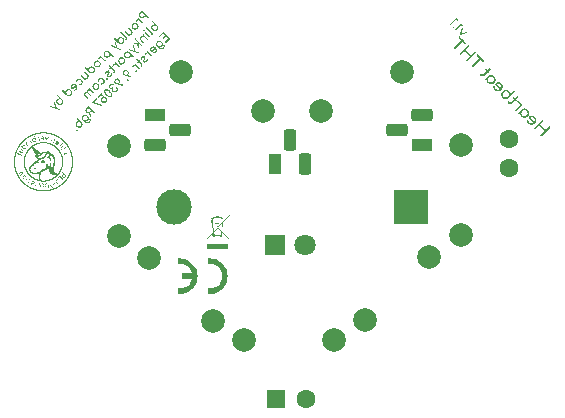
<source format=gbr>
%TF.GenerationSoftware,KiCad,Pcbnew,9.0.7*%
%TF.CreationDate,2026-01-11T09:41:47+01:00*%
%TF.ProjectId,heartbeatTHT,68656172-7462-4656-9174-5448542e6b69,rev?*%
%TF.SameCoordinates,Original*%
%TF.FileFunction,Soldermask,Bot*%
%TF.FilePolarity,Negative*%
%FSLAX46Y46*%
G04 Gerber Fmt 4.6, Leading zero omitted, Abs format (unit mm)*
G04 Created by KiCad (PCBNEW 9.0.7) date 2026-01-11 09:41:47*
%MOMM*%
%LPD*%
G01*
G04 APERTURE LIST*
G04 Aperture macros list*
%AMRoundRect*
0 Rectangle with rounded corners*
0 $1 Rounding radius*
0 $2 $3 $4 $5 $6 $7 $8 $9 X,Y pos of 4 corners*
0 Add a 4 corners polygon primitive as box body*
4,1,4,$2,$3,$4,$5,$6,$7,$8,$9,$2,$3,0*
0 Add four circle primitives for the rounded corners*
1,1,$1+$1,$2,$3*
1,1,$1+$1,$4,$5*
1,1,$1+$1,$6,$7*
1,1,$1+$1,$8,$9*
0 Add four rect primitives between the rounded corners*
20,1,$1+$1,$2,$3,$4,$5,0*
20,1,$1+$1,$4,$5,$6,$7,0*
20,1,$1+$1,$6,$7,$8,$9,0*
20,1,$1+$1,$8,$9,$2,$3,0*%
G04 Aperture macros list end*
%ADD10C,0.187500*%
%ADD11C,0.250000*%
%ADD12C,0.083333*%
%ADD13C,0.000000*%
%ADD14C,2.000000*%
%ADD15R,1.800000X1.100000*%
%ADD16RoundRect,0.275000X0.625000X-0.275000X0.625000X0.275000X-0.625000X0.275000X-0.625000X-0.275000X0*%
%ADD17RoundRect,0.275000X-0.625000X0.275000X-0.625000X-0.275000X0.625000X-0.275000X0.625000X0.275000X0*%
%ADD18R,1.100000X1.800000*%
%ADD19RoundRect,0.275000X-0.275000X-0.625000X0.275000X-0.625000X0.275000X0.625000X-0.275000X0.625000X0*%
%ADD20RoundRect,0.250000X-0.550000X-0.550000X0.550000X-0.550000X0.550000X0.550000X-0.550000X0.550000X0*%
%ADD21C,1.600000*%
%ADD22R,1.800000X1.800000*%
%ADD23C,1.800000*%
%ADD24R,3.000000X3.000000*%
%ADD25C,3.000000*%
G04 APERTURE END LIST*
D10*
G36*
X167386730Y-71204928D02*
G01*
X167403248Y-71216230D01*
X167422715Y-71220098D01*
X167446864Y-71216035D01*
X167936128Y-71041591D01*
X167951997Y-71032207D01*
X167962099Y-71017823D01*
X167965829Y-71000218D01*
X167962131Y-70979968D01*
X167953239Y-70963293D01*
X167938719Y-70952151D01*
X167920920Y-70947220D01*
X167901997Y-70949496D01*
X167437926Y-71119536D01*
X167473579Y-71155189D01*
X167645108Y-70692607D01*
X167647232Y-70673644D01*
X167641741Y-70655173D01*
X167629724Y-70639768D01*
X167611690Y-70629526D01*
X167592739Y-70625993D01*
X167575325Y-70630271D01*
X167560888Y-70640960D01*
X167551523Y-70656987D01*
X167377080Y-71146251D01*
X167372180Y-71169504D01*
X167375544Y-71188472D01*
X167386730Y-71204928D01*
G37*
G36*
X167004489Y-70824177D02*
G01*
X167021067Y-70835268D01*
X167041631Y-70839040D01*
X167062262Y-70835135D01*
X167079486Y-70823464D01*
X167532386Y-70370565D01*
X167563570Y-70447732D01*
X167572156Y-70464272D01*
X167582125Y-70476714D01*
X167599897Y-70489170D01*
X167619656Y-70493456D01*
X167639386Y-70489727D01*
X167657155Y-70477459D01*
X167667018Y-70464599D01*
X167672731Y-70450031D01*
X167673521Y-70434375D01*
X167668262Y-70417325D01*
X167594009Y-70259914D01*
X167588828Y-70250264D01*
X167582870Y-70242817D01*
X167564505Y-70230055D01*
X167545015Y-70226528D01*
X167525519Y-70231160D01*
X167507160Y-70244306D01*
X167003744Y-70747722D01*
X166992073Y-70764946D01*
X166988168Y-70785577D01*
X166992211Y-70806278D01*
X167004489Y-70824177D01*
G37*
G36*
X166791510Y-70634967D02*
G01*
X166814597Y-70650512D01*
X166842739Y-70655756D01*
X166870881Y-70650512D01*
X166893968Y-70634967D01*
X166910119Y-70611204D01*
X166915502Y-70582993D01*
X166910258Y-70554851D01*
X166894713Y-70531764D01*
X166871005Y-70515692D01*
X166843128Y-70510618D01*
X166815222Y-70516252D01*
X166791510Y-70532509D01*
X166775860Y-70555546D01*
X166770364Y-70583381D01*
X166775439Y-70611259D01*
X166791510Y-70634967D01*
G37*
G36*
X166536111Y-70355798D02*
G01*
X166552689Y-70366890D01*
X166573253Y-70370662D01*
X166593884Y-70366757D01*
X166611108Y-70355086D01*
X167064007Y-69902187D01*
X167095192Y-69979354D01*
X167103778Y-69995894D01*
X167113747Y-70008336D01*
X167131519Y-70020792D01*
X167151278Y-70025078D01*
X167171008Y-70021349D01*
X167188777Y-70009081D01*
X167198640Y-69996221D01*
X167204353Y-69981653D01*
X167205143Y-69965997D01*
X167199884Y-69948947D01*
X167125631Y-69791536D01*
X167120450Y-69781886D01*
X167114492Y-69774438D01*
X167096127Y-69761677D01*
X167076637Y-69758150D01*
X167057141Y-69762782D01*
X167038782Y-69775928D01*
X166535366Y-70279344D01*
X166523695Y-70296568D01*
X166519790Y-70317199D01*
X166523833Y-70337900D01*
X166536111Y-70355798D01*
G37*
D11*
G36*
X174219738Y-79729321D02*
G01*
X174243602Y-79745692D01*
X174271204Y-79751082D01*
X174298806Y-79745692D01*
X174322670Y-79729321D01*
X174992898Y-79059094D01*
X175009974Y-79034403D01*
X175015134Y-79007152D01*
X175009411Y-78979958D01*
X174992898Y-78956161D01*
X174968275Y-78938940D01*
X174941432Y-78933450D01*
X174914589Y-78938940D01*
X174889966Y-78956161D01*
X174605822Y-79240305D01*
X174146467Y-78780951D01*
X174430611Y-78496807D01*
X174447687Y-78472116D01*
X174452847Y-78444865D01*
X174447124Y-78417671D01*
X174430611Y-78393874D01*
X174406020Y-78376725D01*
X174379620Y-78371638D01*
X174353221Y-78377486D01*
X174328672Y-78394867D01*
X173658444Y-79065095D01*
X173641775Y-79088817D01*
X173635690Y-79115568D01*
X173640448Y-79142377D01*
X173657451Y-79167035D01*
X173681315Y-79183405D01*
X173708917Y-79188796D01*
X173736519Y-79183405D01*
X173760384Y-79167035D01*
X174055408Y-78872010D01*
X174514762Y-79331364D01*
X174219738Y-79626389D01*
X174203225Y-79650186D01*
X174197502Y-79677380D01*
X174202662Y-79704630D01*
X174219738Y-79729321D01*
G37*
G36*
X173160576Y-78678105D02*
G01*
X173218519Y-78727888D01*
X173278702Y-78764441D01*
X173341745Y-78788982D01*
X173407995Y-78802112D01*
X173473321Y-78803066D01*
X173538759Y-78791961D01*
X173601106Y-78769202D01*
X173660257Y-78734288D01*
X173716905Y-78686006D01*
X173766146Y-78628786D01*
X173802001Y-78569923D01*
X173825796Y-78508810D01*
X173838424Y-78444560D01*
X173839232Y-78381052D01*
X173828300Y-78317279D01*
X173806037Y-78256468D01*
X173771946Y-78198778D01*
X173724849Y-78143537D01*
X173670305Y-78097065D01*
X173614946Y-78064776D01*
X173558059Y-78045052D01*
X173498441Y-78036639D01*
X173439231Y-78039715D01*
X173379395Y-78054464D01*
X173322603Y-78079422D01*
X173266984Y-78115285D01*
X173212086Y-78163312D01*
X173198024Y-78183895D01*
X173193736Y-78207395D01*
X173198942Y-78230954D01*
X173214072Y-78252428D01*
X173612979Y-78651335D01*
X173692165Y-78572150D01*
X173296194Y-78176178D01*
X173309060Y-78244484D01*
X173362314Y-78202460D01*
X173417476Y-78175703D01*
X173456440Y-78165683D01*
X173494677Y-78162946D01*
X173532801Y-78167284D01*
X173569229Y-78178928D01*
X173604705Y-78199001D01*
X173639749Y-78228638D01*
X173673738Y-78268504D01*
X173697247Y-78308771D01*
X173711508Y-78349964D01*
X173717548Y-78393080D01*
X173715267Y-78435733D01*
X173704556Y-78478673D01*
X173686560Y-78519380D01*
X173661234Y-78558698D01*
X173627832Y-78596933D01*
X173589356Y-78629699D01*
X173548928Y-78653535D01*
X173506074Y-78669210D01*
X173461133Y-78677004D01*
X173416154Y-78676699D01*
X173370457Y-78668217D01*
X173326980Y-78651848D01*
X173285553Y-78627049D01*
X173245720Y-78592961D01*
X173217827Y-78559536D01*
X173194211Y-78518740D01*
X173176857Y-78475750D01*
X173168478Y-78440505D01*
X173161240Y-78416555D01*
X173147710Y-78396940D01*
X173129098Y-78383047D01*
X173107124Y-78377165D01*
X173077895Y-78380112D01*
X173056608Y-78392017D01*
X173043691Y-78411496D01*
X173041798Y-78438518D01*
X173054784Y-78498877D01*
X173081909Y-78565759D01*
X173118851Y-78628264D01*
X173160576Y-78678105D01*
G37*
G36*
X172949271Y-77440236D02*
G01*
X173011298Y-77462476D01*
X173069333Y-77496319D01*
X173124092Y-77542780D01*
X173170597Y-77597568D01*
X173204642Y-77655790D01*
X173227198Y-77718163D01*
X173238561Y-77783538D01*
X173238443Y-77848609D01*
X173226809Y-77914313D01*
X173203952Y-77976859D01*
X173169322Y-78035678D01*
X173121847Y-78091466D01*
X173066901Y-78138732D01*
X173009337Y-78173956D01*
X172948580Y-78198155D01*
X172884660Y-78211814D01*
X172822102Y-78214204D01*
X172759985Y-78205582D01*
X172700636Y-78185933D01*
X172645736Y-78155048D01*
X172594490Y-78112018D01*
X172551324Y-78060586D01*
X172520464Y-78005587D01*
X172500970Y-77946221D01*
X172492525Y-77884030D01*
X172494046Y-77846219D01*
X172591594Y-77846219D01*
X172597944Y-77888796D01*
X172611892Y-77929417D01*
X172633612Y-77967345D01*
X172663788Y-78003084D01*
X172698937Y-78032717D01*
X172736730Y-78054348D01*
X172777688Y-78068540D01*
X172820581Y-78075202D01*
X172863574Y-78074233D01*
X172907303Y-78065517D01*
X172948958Y-78049459D01*
X172988165Y-78025848D01*
X173025348Y-77994017D01*
X173057737Y-77956242D01*
X173081547Y-77916803D01*
X173097539Y-77875282D01*
X173106175Y-77831642D01*
X173107091Y-77788677D01*
X173100388Y-77745752D01*
X173086195Y-77704738D01*
X173064576Y-77666931D01*
X173034976Y-77631810D01*
X172999234Y-77601641D01*
X172961307Y-77579951D01*
X172920688Y-77566052D01*
X172878110Y-77559692D01*
X172835422Y-77560986D01*
X172791979Y-77570068D01*
X172750662Y-77586370D01*
X172711417Y-77610306D01*
X172673848Y-77642604D01*
X172642136Y-77679552D01*
X172618414Y-77718550D01*
X172602046Y-77760001D01*
X172592915Y-77803503D01*
X172591594Y-77846219D01*
X172494046Y-77846219D01*
X172494711Y-77829685D01*
X172456887Y-77867510D01*
X172433162Y-77883939D01*
X172406413Y-77889314D01*
X172379649Y-77883907D01*
X172355768Y-77867337D01*
X172339233Y-77843480D01*
X172333963Y-77816864D01*
X172339429Y-77790227D01*
X172355897Y-77766520D01*
X172576658Y-77545759D01*
X172631975Y-77498733D01*
X172690647Y-77464249D01*
X172753379Y-77441315D01*
X172819239Y-77429500D01*
X172884226Y-77429168D01*
X172949271Y-77440236D01*
G37*
G36*
X172446179Y-77278670D02*
G01*
X172481607Y-77236566D01*
X172507102Y-77191571D01*
X172523422Y-77143052D01*
X172530881Y-77092198D01*
X172529598Y-77041283D01*
X172519449Y-76989603D01*
X172500855Y-76940334D01*
X172473986Y-76894982D01*
X172438278Y-76852993D01*
X172396278Y-76816158D01*
X172360785Y-76794243D01*
X172330380Y-76783695D01*
X172299632Y-76782128D01*
X172277864Y-76790226D01*
X172262075Y-76807442D01*
X172254017Y-76824521D01*
X172252187Y-76840127D01*
X172255139Y-76855220D01*
X172262075Y-76868839D01*
X172286815Y-76891593D01*
X172335236Y-76927883D01*
X172373416Y-76965142D01*
X172402657Y-77003463D01*
X172425283Y-77045688D01*
X172437919Y-77085509D01*
X172441775Y-77123753D01*
X172436526Y-77161178D01*
X172421495Y-77195646D01*
X172395706Y-77228196D01*
X172446179Y-77278670D01*
G37*
G36*
X172106639Y-77616223D02*
G01*
X172131673Y-77634610D01*
X172155602Y-77640488D01*
X172179651Y-77635171D01*
X172205600Y-77616223D01*
X172648115Y-77173708D01*
X172666333Y-77148599D01*
X172671862Y-77124228D01*
X172666362Y-77099819D01*
X172648158Y-77074704D01*
X172622282Y-77055606D01*
X172598678Y-77050007D01*
X172575036Y-77055640D01*
X172549155Y-77074747D01*
X172106639Y-77517263D01*
X172088266Y-77542303D01*
X172082417Y-77566268D01*
X172087700Y-77590280D01*
X172106639Y-77616223D01*
G37*
G36*
X171478336Y-76987920D02*
G01*
X171513449Y-77017298D01*
X171551352Y-77038393D01*
X171592624Y-77051777D01*
X171635804Y-77057425D01*
X171679325Y-77055349D01*
X171723837Y-77045344D01*
X171766118Y-77028046D01*
X171806247Y-77003192D01*
X171844602Y-76970088D01*
X172316822Y-76497867D01*
X172333289Y-76474281D01*
X172338583Y-76448387D01*
X172333289Y-76422492D01*
X172316822Y-76398906D01*
X172293198Y-76382404D01*
X172267299Y-76377102D01*
X172241404Y-76382396D01*
X172217819Y-76398863D01*
X171745598Y-76871084D01*
X171717424Y-76894149D01*
X171688273Y-76908694D01*
X171657518Y-76915642D01*
X171626396Y-76914749D01*
X171600124Y-76905852D01*
X171577339Y-76888916D01*
X171543662Y-76855238D01*
X171523884Y-76842311D01*
X171499622Y-76838918D01*
X171474975Y-76845233D01*
X171451566Y-76862190D01*
X171435853Y-76886116D01*
X171432310Y-76914174D01*
X171440259Y-76942582D01*
X171460504Y-76970088D01*
X171478336Y-76987920D01*
G37*
G36*
X172134661Y-76771131D02*
G01*
X172156924Y-76787192D01*
X172180169Y-76792892D01*
X172203164Y-76789172D01*
X172222741Y-76776053D01*
X172237507Y-76754643D01*
X172241566Y-76731495D01*
X172235866Y-76708249D01*
X172219805Y-76685987D01*
X171991099Y-76457281D01*
X171968836Y-76441219D01*
X171945591Y-76435520D01*
X171922443Y-76439579D01*
X171901033Y-76454345D01*
X171887914Y-76473922D01*
X171884194Y-76496917D01*
X171889894Y-76520162D01*
X171905955Y-76542425D01*
X172134661Y-76771131D01*
G37*
G36*
X171366379Y-75857344D02*
G01*
X171425953Y-75877008D01*
X171480965Y-75907899D01*
X171532220Y-75950908D01*
X171567794Y-75992010D01*
X171595314Y-76035760D01*
X171615335Y-76082553D01*
X171628365Y-76131861D01*
X171634294Y-76181533D01*
X171633210Y-76232030D01*
X171900472Y-75964767D01*
X171924995Y-75947448D01*
X171950988Y-75941970D01*
X171976977Y-75947441D01*
X172001462Y-75964724D01*
X172018061Y-75988414D01*
X172023741Y-76014722D01*
X172018590Y-76041123D01*
X172001418Y-76065714D01*
X171550009Y-76517124D01*
X171494223Y-76563665D01*
X171435390Y-76598018D01*
X171372856Y-76621136D01*
X171307322Y-76633182D01*
X171242471Y-76633653D01*
X171177353Y-76622604D01*
X171115235Y-76600293D01*
X171057216Y-76566456D01*
X171002575Y-76520103D01*
X170955607Y-76464811D01*
X170921497Y-76406487D01*
X170899167Y-76344418D01*
X170888044Y-76279256D01*
X170888067Y-76274110D01*
X171019488Y-76274110D01*
X171025847Y-76316699D01*
X171039794Y-76357320D01*
X171061514Y-76395247D01*
X171091691Y-76430987D01*
X171126780Y-76460566D01*
X171164559Y-76482185D01*
X171205547Y-76496399D01*
X171248446Y-76502975D01*
X171291456Y-76501697D01*
X171335249Y-76492427D01*
X171376903Y-76475822D01*
X171416032Y-76451934D01*
X171453034Y-76420149D01*
X171485439Y-76382461D01*
X171509269Y-76343332D01*
X171525312Y-76302364D01*
X171534012Y-76259259D01*
X171534985Y-76216569D01*
X171528291Y-76173655D01*
X171514100Y-76132640D01*
X171492494Y-76094847D01*
X171462922Y-76059756D01*
X171427180Y-76029586D01*
X171389239Y-76007880D01*
X171348591Y-75993955D01*
X171305988Y-75987478D01*
X171263288Y-75988436D01*
X171219882Y-75996934D01*
X171178590Y-76012712D01*
X171139296Y-76036370D01*
X171101578Y-76068693D01*
X171069874Y-76105726D01*
X171046157Y-76145020D01*
X171029819Y-76186996D01*
X171020750Y-76231091D01*
X171019488Y-76274110D01*
X170888067Y-76274110D01*
X170888338Y-76214226D01*
X170900117Y-76148397D01*
X170923074Y-76085635D01*
X170957561Y-76026963D01*
X171004561Y-75971676D01*
X171059707Y-75924197D01*
X171117273Y-75888901D01*
X171177828Y-75864728D01*
X171241521Y-75851082D01*
X171304066Y-75848695D01*
X171366379Y-75857344D01*
G37*
G36*
X170324748Y-75842276D02*
G01*
X170382690Y-75892059D01*
X170442873Y-75928612D01*
X170505916Y-75953153D01*
X170572166Y-75966283D01*
X170637492Y-75967237D01*
X170702930Y-75956132D01*
X170765277Y-75933373D01*
X170824429Y-75898459D01*
X170881076Y-75850177D01*
X170930317Y-75792957D01*
X170966172Y-75734094D01*
X170989967Y-75672981D01*
X171002595Y-75608731D01*
X171003403Y-75545223D01*
X170992471Y-75481450D01*
X170970208Y-75420640D01*
X170936118Y-75362949D01*
X170889021Y-75307708D01*
X170834476Y-75261237D01*
X170779117Y-75228947D01*
X170722230Y-75209223D01*
X170662612Y-75200810D01*
X170603402Y-75203887D01*
X170543566Y-75218635D01*
X170486774Y-75243593D01*
X170431155Y-75279456D01*
X170376257Y-75327483D01*
X170362195Y-75348066D01*
X170357907Y-75371566D01*
X170363113Y-75395126D01*
X170378243Y-75416599D01*
X170777150Y-75815506D01*
X170856336Y-75736321D01*
X170460365Y-75340350D01*
X170473231Y-75408655D01*
X170526486Y-75366631D01*
X170581647Y-75339875D01*
X170620611Y-75329855D01*
X170658848Y-75327118D01*
X170696972Y-75331455D01*
X170733401Y-75343099D01*
X170768876Y-75363172D01*
X170803920Y-75392809D01*
X170837909Y-75432675D01*
X170861418Y-75472942D01*
X170875679Y-75514135D01*
X170881719Y-75557251D01*
X170879438Y-75599904D01*
X170868728Y-75642844D01*
X170850731Y-75683551D01*
X170825405Y-75722869D01*
X170792003Y-75761104D01*
X170753527Y-75793870D01*
X170713099Y-75817706D01*
X170670246Y-75833381D01*
X170625304Y-75841175D01*
X170580325Y-75840870D01*
X170534628Y-75832388D01*
X170491151Y-75816019D01*
X170449724Y-75791220D01*
X170409892Y-75757132D01*
X170381999Y-75723707D01*
X170358382Y-75682912D01*
X170341028Y-75639921D01*
X170332649Y-75604676D01*
X170325411Y-75580726D01*
X170311881Y-75561111D01*
X170293270Y-75547218D01*
X170271295Y-75541336D01*
X170242067Y-75544283D01*
X170220779Y-75556189D01*
X170207863Y-75575667D01*
X170205969Y-75602690D01*
X170218956Y-75663049D01*
X170246080Y-75729931D01*
X170283022Y-75792435D01*
X170324748Y-75842276D01*
G37*
G36*
X170113442Y-74604407D02*
G01*
X170175470Y-74626647D01*
X170233504Y-74660490D01*
X170288264Y-74706951D01*
X170334768Y-74761739D01*
X170368813Y-74819961D01*
X170391369Y-74882334D01*
X170402733Y-74947709D01*
X170402614Y-75012780D01*
X170390980Y-75078484D01*
X170368123Y-75141031D01*
X170333494Y-75199849D01*
X170286018Y-75255637D01*
X170231072Y-75302903D01*
X170173508Y-75338127D01*
X170112751Y-75362326D01*
X170048832Y-75375985D01*
X169986273Y-75378375D01*
X169924157Y-75369753D01*
X169864808Y-75350104D01*
X169809907Y-75319219D01*
X169758661Y-75276189D01*
X169715495Y-75224757D01*
X169684636Y-75169758D01*
X169665141Y-75110392D01*
X169656696Y-75048201D01*
X169658217Y-75010390D01*
X169755766Y-75010390D01*
X169762115Y-75052967D01*
X169776063Y-75093588D01*
X169797783Y-75131516D01*
X169827959Y-75167255D01*
X169863108Y-75196889D01*
X169900902Y-75218519D01*
X169941859Y-75232711D01*
X169984752Y-75239374D01*
X170027745Y-75238404D01*
X170071475Y-75229688D01*
X170113129Y-75213630D01*
X170152336Y-75190019D01*
X170189519Y-75158188D01*
X170221908Y-75120413D01*
X170245718Y-75080974D01*
X170261710Y-75039453D01*
X170270346Y-74995814D01*
X170271262Y-74952848D01*
X170264560Y-74909924D01*
X170250366Y-74868909D01*
X170228748Y-74831102D01*
X170199147Y-74795981D01*
X170163405Y-74765813D01*
X170125479Y-74744123D01*
X170084859Y-74730223D01*
X170042281Y-74723863D01*
X169999593Y-74725157D01*
X169956150Y-74734239D01*
X169914833Y-74750541D01*
X169875588Y-74774477D01*
X169838020Y-74806775D01*
X169806308Y-74843723D01*
X169782585Y-74882721D01*
X169766217Y-74924172D01*
X169757086Y-74967675D01*
X169755766Y-75010390D01*
X169658217Y-75010390D01*
X169658882Y-74993856D01*
X169621058Y-75031681D01*
X169597333Y-75048110D01*
X169570585Y-75053485D01*
X169543820Y-75048079D01*
X169519939Y-75031509D01*
X169503404Y-75007651D01*
X169498135Y-74981035D01*
X169503600Y-74954398D01*
X169520068Y-74930692D01*
X169740829Y-74709930D01*
X169796146Y-74662904D01*
X169854818Y-74628420D01*
X169917551Y-74605487D01*
X169983410Y-74593671D01*
X170048397Y-74593339D01*
X170113442Y-74604407D01*
G37*
G36*
X169123320Y-74632904D02*
G01*
X169158433Y-74662282D01*
X169196336Y-74683377D01*
X169237608Y-74696762D01*
X169280788Y-74702409D01*
X169324309Y-74700333D01*
X169368821Y-74690328D01*
X169411102Y-74673030D01*
X169451231Y-74648176D01*
X169489586Y-74615072D01*
X169961806Y-74142851D01*
X169978273Y-74119266D01*
X169983567Y-74093371D01*
X169978273Y-74067476D01*
X169961806Y-74043891D01*
X169938182Y-74027388D01*
X169912283Y-74022086D01*
X169886388Y-74027380D01*
X169862803Y-74043847D01*
X169390582Y-74516068D01*
X169362408Y-74539133D01*
X169333257Y-74553678D01*
X169302502Y-74560626D01*
X169271380Y-74559733D01*
X169245108Y-74550836D01*
X169222323Y-74533900D01*
X169188646Y-74500222D01*
X169168868Y-74487295D01*
X169144606Y-74483902D01*
X169119959Y-74490217D01*
X169096551Y-74507174D01*
X169080837Y-74531100D01*
X169077294Y-74559158D01*
X169085243Y-74587566D01*
X169105488Y-74615072D01*
X169123320Y-74632904D01*
G37*
G36*
X169779645Y-74416115D02*
G01*
X169801908Y-74432176D01*
X169825153Y-74437876D01*
X169848148Y-74434156D01*
X169867725Y-74421037D01*
X169882491Y-74399627D01*
X169886550Y-74376479D01*
X169880850Y-74353234D01*
X169864789Y-74330971D01*
X169636083Y-74102265D01*
X169613821Y-74086204D01*
X169590575Y-74080504D01*
X169567427Y-74084563D01*
X169546017Y-74099329D01*
X169532898Y-74118906D01*
X169529178Y-74141901D01*
X169534878Y-74165146D01*
X169550939Y-74187409D01*
X169779645Y-74416115D01*
G37*
G36*
X168396229Y-73905812D02*
G01*
X168419663Y-73921795D01*
X168447220Y-73927098D01*
X168474822Y-73921708D01*
X168498686Y-73905337D01*
X169220381Y-73183643D01*
X169117448Y-73080710D01*
X168395754Y-73802405D01*
X168379319Y-73826239D01*
X168373777Y-73853655D01*
X168379161Y-73881157D01*
X168396229Y-73905812D01*
G37*
G36*
X169339202Y-73492527D02*
G01*
X169362069Y-73508422D01*
X169387085Y-73513295D01*
X169411996Y-73508009D01*
X169434190Y-73492527D01*
X169450204Y-73469716D01*
X169455347Y-73445033D01*
X169450234Y-73420313D01*
X169434233Y-73397496D01*
X168904588Y-72867851D01*
X168881777Y-72851859D01*
X168857094Y-72846780D01*
X168832374Y-72851893D01*
X168809557Y-72867894D01*
X168794088Y-72890095D01*
X168788832Y-72915042D01*
X168793671Y-72940021D01*
X168809557Y-72962882D01*
X169339202Y-73492527D01*
G37*
G36*
X167918740Y-73428324D02*
G01*
X167942605Y-73444694D01*
X167970207Y-73450085D01*
X167997808Y-73444694D01*
X168021673Y-73428324D01*
X168691901Y-72758096D01*
X168708976Y-72733405D01*
X168714137Y-72706155D01*
X168708414Y-72678960D01*
X168691901Y-72655163D01*
X168667277Y-72637942D01*
X168640435Y-72632453D01*
X168613592Y-72637942D01*
X168588968Y-72655163D01*
X168304824Y-72939308D01*
X167845470Y-72479953D01*
X168129614Y-72195809D01*
X168146690Y-72171118D01*
X168151850Y-72143868D01*
X168146127Y-72116673D01*
X168129614Y-72092877D01*
X168105023Y-72075727D01*
X168078623Y-72070641D01*
X168052223Y-72076489D01*
X168027674Y-72093870D01*
X167357447Y-72764098D01*
X167340778Y-72787819D01*
X167334693Y-72814571D01*
X167339450Y-72841380D01*
X167356453Y-72866037D01*
X167380318Y-72882407D01*
X167407920Y-72887798D01*
X167435522Y-72882407D01*
X167459386Y-72866037D01*
X167754411Y-72571013D01*
X168213765Y-73030367D01*
X167918740Y-73325391D01*
X167902228Y-73349188D01*
X167896504Y-73376383D01*
X167901665Y-73403633D01*
X167918740Y-73428324D01*
G37*
G36*
X166879872Y-72389456D02*
G01*
X166903306Y-72405438D01*
X166930863Y-72410742D01*
X166958465Y-72405351D01*
X166982330Y-72388981D01*
X167704024Y-71667286D01*
X167601091Y-71564354D01*
X166879397Y-72286048D01*
X166862962Y-72309882D01*
X166857420Y-72337298D01*
X166862805Y-72364801D01*
X166879872Y-72389456D01*
G37*
G36*
X167822845Y-71976171D02*
G01*
X167845712Y-71992065D01*
X167870728Y-71996939D01*
X167895639Y-71991653D01*
X167917834Y-71976171D01*
X167933848Y-71953359D01*
X167938990Y-71928677D01*
X167933877Y-71903957D01*
X167917877Y-71881139D01*
X167388231Y-71351494D01*
X167365420Y-71335502D01*
X167340737Y-71330424D01*
X167316017Y-71335536D01*
X167293200Y-71351537D01*
X167277731Y-71373738D01*
X167272475Y-71398686D01*
X167277314Y-71423665D01*
X167293200Y-71446525D01*
X167822845Y-71976171D01*
G37*
D10*
G36*
X140494109Y-69148295D02*
G01*
X140512411Y-69160916D01*
X141015082Y-69663587D01*
X141027360Y-69681486D01*
X141031403Y-69702187D01*
X141027294Y-69722922D01*
X141014726Y-69741143D01*
X140996555Y-69753638D01*
X140976126Y-69757464D01*
X140955730Y-69753171D01*
X140937882Y-69740787D01*
X140775291Y-69578195D01*
X140665385Y-69688101D01*
X140626019Y-69721933D01*
X140585304Y-69746653D01*
X140542818Y-69763131D01*
X140498154Y-69771833D01*
X140454040Y-69772215D01*
X140409759Y-69764329D01*
X140367544Y-69748567D01*
X140327431Y-69724659D01*
X140288973Y-69691792D01*
X140254558Y-69651739D01*
X140229603Y-69610532D01*
X140213166Y-69567736D01*
X140204621Y-69522735D01*
X140204502Y-69498188D01*
X140308417Y-69498188D01*
X140315041Y-69539951D01*
X140332799Y-69579480D01*
X140363226Y-69617540D01*
X140398845Y-69645538D01*
X140437381Y-69661968D01*
X140478279Y-69667611D01*
X140519146Y-69662065D01*
X140557664Y-69645549D01*
X140594079Y-69616795D01*
X140703985Y-69506889D01*
X140467885Y-69270790D01*
X140357980Y-69380695D01*
X140337466Y-69404822D01*
X140322748Y-69430000D01*
X140313292Y-69456535D01*
X140308417Y-69498188D01*
X140204502Y-69498188D01*
X140204404Y-69478005D01*
X140212518Y-69432831D01*
X140228584Y-69389797D01*
X140253028Y-69348813D01*
X140286706Y-69309422D01*
X140435211Y-69160916D01*
X140453078Y-69148571D01*
X140473585Y-69144369D01*
X140494109Y-69148295D01*
G37*
G36*
X140308661Y-69939388D02*
G01*
X140277084Y-69912817D01*
X140243337Y-69893695D01*
X140206948Y-69881456D01*
X140168808Y-69875861D01*
X140130622Y-69876824D01*
X140091862Y-69884435D01*
X140054909Y-69898381D01*
X140020895Y-69918532D01*
X139989404Y-69945314D01*
X139961777Y-69976813D01*
X139945341Y-70003433D01*
X139937430Y-70026237D01*
X139936255Y-70049298D01*
X139942329Y-70065624D01*
X139955241Y-70077466D01*
X139968050Y-70083509D01*
X139979754Y-70084881D01*
X139991074Y-70082668D01*
X140001288Y-70077466D01*
X140018354Y-70058911D01*
X140045571Y-70022595D01*
X140073515Y-69993960D01*
X140102256Y-69972029D01*
X140133925Y-69955059D01*
X140163791Y-69945583D01*
X140192473Y-69942691D01*
X140220543Y-69946627D01*
X140246393Y-69957901D01*
X140270806Y-69977243D01*
X140308661Y-69939388D01*
G37*
G36*
X140561826Y-70194042D02*
G01*
X140575617Y-70175267D01*
X140580025Y-70157321D01*
X140576037Y-70139283D01*
X140561826Y-70119822D01*
X140229940Y-69787935D01*
X140211108Y-69774272D01*
X140192830Y-69770125D01*
X140174523Y-69774250D01*
X140155687Y-69787903D01*
X140141364Y-69807310D01*
X140137164Y-69825013D01*
X140141389Y-69842745D01*
X140155720Y-69862156D01*
X140487606Y-70194042D01*
X140506386Y-70207822D01*
X140524360Y-70212209D01*
X140542369Y-70208247D01*
X140561826Y-70194042D01*
G37*
G36*
X139903933Y-70174715D02*
G01*
X139952488Y-70183648D01*
X139998682Y-70201089D01*
X140043014Y-70227719D01*
X140085968Y-70264539D01*
X140122301Y-70306981D01*
X140148707Y-70351065D01*
X140166114Y-70397274D01*
X140175047Y-70445829D01*
X140175162Y-70493971D01*
X140166470Y-70542444D01*
X140149283Y-70588602D01*
X140123013Y-70632661D01*
X140086713Y-70675114D01*
X140044264Y-70711429D01*
X140000258Y-70737706D01*
X139954204Y-70754904D01*
X139905827Y-70763581D01*
X139857821Y-70763338D01*
X139809423Y-70754159D01*
X139763331Y-70736544D01*
X139719307Y-70710006D01*
X139676882Y-70673625D01*
X139640089Y-70630661D01*
X139613512Y-70586277D01*
X139596153Y-70539983D01*
X139587275Y-70491345D01*
X139587175Y-70447689D01*
X139686227Y-70447689D01*
X139687186Y-70479449D01*
X139694109Y-70511778D01*
X139706500Y-70542504D01*
X139724801Y-70572104D01*
X139749645Y-70600861D01*
X139778407Y-70625698D01*
X139807886Y-70643867D01*
X139838373Y-70656041D01*
X139870432Y-70662741D01*
X139902067Y-70663581D01*
X139933771Y-70658632D01*
X139963994Y-70648024D01*
X139992576Y-70631437D01*
X140019876Y-70608277D01*
X140043058Y-70580955D01*
X140059666Y-70552352D01*
X140070295Y-70522108D01*
X140075285Y-70490390D01*
X140074579Y-70458621D01*
X140068093Y-70426321D01*
X140056084Y-70395633D01*
X140038022Y-70366049D01*
X140013237Y-70337269D01*
X139984460Y-70312476D01*
X139954757Y-70294283D01*
X139923830Y-70282057D01*
X139891260Y-70275348D01*
X139859366Y-70274522D01*
X139827654Y-70279467D01*
X139797390Y-70290079D01*
X139768776Y-70306677D01*
X139741452Y-70329854D01*
X139718297Y-70357155D01*
X139701721Y-70385747D01*
X139691130Y-70415991D01*
X139686227Y-70447689D01*
X139587175Y-70447689D01*
X139587165Y-70443200D01*
X139595797Y-70394813D01*
X139612870Y-70348755D01*
X139638972Y-70304870D01*
X139675036Y-70262660D01*
X139717223Y-70226613D01*
X139761152Y-70200461D01*
X139807318Y-70183291D01*
X139855790Y-70174600D01*
X139903933Y-70174715D01*
G37*
G36*
X139599812Y-71163505D02*
G01*
X139630872Y-71127384D01*
X139653912Y-71089645D01*
X139669628Y-71049907D01*
X139677796Y-71008180D01*
X139677736Y-70965736D01*
X139669240Y-70921803D01*
X139652717Y-70880114D01*
X139626381Y-70837842D01*
X139588673Y-70794475D01*
X139406036Y-70611839D01*
X139388218Y-70599498D01*
X139368181Y-70595486D01*
X139348089Y-70599501D01*
X139330261Y-70611839D01*
X139317956Y-70629633D01*
X139313973Y-70649694D01*
X139317962Y-70669758D01*
X139330294Y-70687581D01*
X139512930Y-70870218D01*
X139538385Y-70899500D01*
X139555669Y-70927449D01*
X139566037Y-70954477D01*
X139570922Y-70982945D01*
X139570134Y-71010232D01*
X139563803Y-71036890D01*
X139545466Y-71074516D01*
X139516622Y-71110041D01*
X139482753Y-71137400D01*
X139447259Y-71154211D01*
X139409721Y-71161762D01*
X139373362Y-71159781D01*
X139339464Y-71148136D01*
X139310217Y-71126362D01*
X139263457Y-71173122D01*
X139296090Y-71200602D01*
X139331202Y-71220612D01*
X139369282Y-71233677D01*
X139409136Y-71239775D01*
X139449030Y-71238815D01*
X139489550Y-71230698D01*
X139528097Y-71215773D01*
X139564723Y-71193609D01*
X139599812Y-71163505D01*
G37*
G36*
X139432007Y-71323862D02*
G01*
X139444328Y-71306068D01*
X139448360Y-71286007D01*
X139444328Y-71265946D01*
X139432007Y-71248152D01*
X139100865Y-70917010D01*
X139082422Y-70904131D01*
X139062622Y-70900269D01*
X139042865Y-70904548D01*
X139025123Y-70916978D01*
X139012160Y-70935341D01*
X139008057Y-70954833D01*
X139012166Y-70974328D01*
X139025155Y-70992720D01*
X139356297Y-71323862D01*
X139374039Y-71336291D01*
X139393796Y-71340571D01*
X139413593Y-71336714D01*
X139432007Y-71323862D01*
G37*
G36*
X139164140Y-71591728D02*
G01*
X139183325Y-71568485D01*
X139196555Y-71543390D01*
X139204262Y-71515986D01*
X139206522Y-71487437D01*
X139203541Y-71458283D01*
X139195033Y-71428068D01*
X139173083Y-71385297D01*
X139138137Y-71343000D01*
X138732775Y-70937638D01*
X138714863Y-70925025D01*
X138695665Y-70920993D01*
X138676439Y-70925002D01*
X138658522Y-70937605D01*
X138645919Y-70955522D01*
X138641910Y-70974748D01*
X138645919Y-70993974D01*
X138658522Y-71011890D01*
X139063884Y-71417252D01*
X139086976Y-71445965D01*
X139098728Y-71473015D01*
X139100971Y-71491430D01*
X139097857Y-71505817D01*
X139089887Y-71517476D01*
X139071332Y-71536031D01*
X139060141Y-71552493D01*
X139057311Y-71570583D01*
X139062099Y-71588842D01*
X139075056Y-71606592D01*
X139093464Y-71618073D01*
X139115955Y-71619448D01*
X139138985Y-71611424D01*
X139162651Y-71593218D01*
X139164140Y-71591728D01*
G37*
G36*
X138700289Y-71380558D02*
G01*
X138748060Y-71390796D01*
X138793475Y-71408926D01*
X138836650Y-71435398D01*
X138878010Y-71471007D01*
X138913265Y-71512471D01*
X138939140Y-71556464D01*
X138956375Y-71603516D01*
X138965166Y-71652883D01*
X138965276Y-71701771D01*
X138956731Y-71750888D01*
X138939783Y-71797714D01*
X138914275Y-71841348D01*
X138879499Y-71882328D01*
X138838541Y-71917070D01*
X138795048Y-71942427D01*
X138748481Y-71959138D01*
X138699609Y-71967481D01*
X138650837Y-71967260D01*
X138601465Y-71958426D01*
X138554393Y-71941208D01*
X138510389Y-71915343D01*
X138468924Y-71880093D01*
X138130367Y-71541536D01*
X138117377Y-71523143D01*
X138113269Y-71503649D01*
X138117371Y-71484157D01*
X138130334Y-71465794D01*
X138148106Y-71453337D01*
X138167865Y-71449052D01*
X138187666Y-71452915D01*
X138206109Y-71465794D01*
X138406555Y-71666240D01*
X138406184Y-71654755D01*
X138480072Y-71654755D01*
X138480923Y-71686646D01*
X138487511Y-71718959D01*
X138499527Y-71749705D01*
X138517388Y-71779062D01*
X138541687Y-71807330D01*
X138569441Y-71831163D01*
X138598798Y-71849069D01*
X138630058Y-71861506D01*
X138662888Y-71868522D01*
X138695018Y-71869602D01*
X138726946Y-71864873D01*
X138757412Y-71854413D01*
X138785858Y-71838123D01*
X138812662Y-71815490D01*
X138834847Y-71789173D01*
X138851061Y-71760839D01*
X138861722Y-71730098D01*
X138866691Y-71697912D01*
X138865854Y-71665532D01*
X138859099Y-71632465D01*
X138846845Y-71600983D01*
X138829057Y-71571513D01*
X138805279Y-71543738D01*
X138776991Y-71519496D01*
X138747520Y-71501752D01*
X138716552Y-71489918D01*
X138684001Y-71483590D01*
X138651860Y-71482982D01*
X138619664Y-71488040D01*
X138588902Y-71498684D01*
X138560558Y-71514888D01*
X138534239Y-71537067D01*
X138511612Y-71563873D01*
X138495332Y-71592329D01*
X138484888Y-71622816D01*
X138480072Y-71654755D01*
X138406184Y-71654755D01*
X138405349Y-71628877D01*
X138409646Y-71591762D01*
X138419573Y-71554521D01*
X138434809Y-71519188D01*
X138455587Y-71486247D01*
X138482298Y-71455399D01*
X138520739Y-71423142D01*
X138561998Y-71399974D01*
X138606678Y-71385226D01*
X138653391Y-71378758D01*
X138700289Y-71380558D01*
G37*
G36*
X138644371Y-72467897D02*
G01*
X138657713Y-72445618D01*
X138662627Y-72422755D01*
X138659352Y-72405624D01*
X138648758Y-72392006D01*
X138628763Y-72381048D01*
X137890737Y-72095921D01*
X137868609Y-72091598D01*
X137851577Y-72094996D01*
X137837696Y-72105453D01*
X137826167Y-72124871D01*
X137820635Y-72147794D01*
X137823588Y-72165041D01*
X137834092Y-72178884D01*
X137854340Y-72190219D01*
X138592365Y-72473856D01*
X138613339Y-72479555D01*
X138630068Y-72477336D01*
X138644371Y-72467897D01*
G37*
G36*
X138362224Y-72361003D02*
G01*
X138379380Y-72350343D01*
X138389684Y-72335745D01*
X138393567Y-72318034D01*
X138390429Y-72297113D01*
X138237487Y-71804157D01*
X138227618Y-71785921D01*
X138212229Y-71775207D01*
X138193498Y-71771674D01*
X138173629Y-71775919D01*
X138156426Y-71786629D01*
X138145813Y-71801534D01*
X138141811Y-71819468D01*
X138145392Y-71839777D01*
X138305782Y-72325350D01*
X138314786Y-72344690D01*
X138327316Y-72358024D01*
X138343086Y-72364305D01*
X138362224Y-72361003D01*
G37*
G36*
X137536744Y-72544438D02*
G01*
X137586084Y-72553484D01*
X137633175Y-72570813D01*
X137677362Y-72596542D01*
X137719143Y-72631363D01*
X138057701Y-72969921D01*
X138070015Y-72987710D01*
X138074021Y-73007743D01*
X138070032Y-73027807D01*
X138057701Y-73045630D01*
X138039390Y-73058380D01*
X138019522Y-73062243D01*
X137999738Y-73058034D01*
X137981991Y-73045630D01*
X137781512Y-72845151D01*
X137782329Y-72883025D01*
X137777893Y-72920290D01*
X137768138Y-72957291D01*
X137753122Y-72992386D01*
X137732482Y-73025198D01*
X137705802Y-73056025D01*
X137667367Y-73088298D01*
X137626192Y-73111461D01*
X137581680Y-73126198D01*
X137535072Y-73132679D01*
X137488153Y-73130886D01*
X137440234Y-73120628D01*
X137394647Y-73102495D01*
X137351463Y-73076088D01*
X137310252Y-73040644D01*
X137274650Y-72998801D01*
X137248689Y-72954676D01*
X137231563Y-72907746D01*
X137222805Y-72858465D01*
X137222649Y-72813578D01*
X137321282Y-72813578D01*
X137322069Y-72845781D01*
X137328645Y-72878602D01*
X137340689Y-72909812D01*
X137358523Y-72939359D01*
X137382691Y-72967557D01*
X137410423Y-72991285D01*
X137439784Y-73008960D01*
X137471095Y-73021052D01*
X137503963Y-73027686D01*
X137536134Y-73028543D01*
X137568080Y-73023740D01*
X137598544Y-73013276D01*
X137627012Y-72996967D01*
X137653861Y-72974292D01*
X137676133Y-72947918D01*
X137692430Y-72919601D01*
X137703179Y-72888965D01*
X137708216Y-72856891D01*
X137707350Y-72824797D01*
X137700491Y-72792174D01*
X137688120Y-72761105D01*
X137670233Y-72731822D01*
X137646348Y-72704029D01*
X137618107Y-72679736D01*
X137588716Y-72661793D01*
X137557879Y-72649627D01*
X137525453Y-72642946D01*
X137493318Y-72642099D01*
X137460991Y-72647036D01*
X137430103Y-72657609D01*
X137401741Y-72673732D01*
X137375502Y-72695804D01*
X137352995Y-72722477D01*
X137336716Y-72750922D01*
X137326184Y-72781520D01*
X137321282Y-72813578D01*
X137222649Y-72813578D01*
X137222636Y-72809745D01*
X137231012Y-72760893D01*
X137247772Y-72714346D01*
X137273432Y-72670516D01*
X137308827Y-72628870D01*
X137349448Y-72594427D01*
X137392746Y-72569186D01*
X137439263Y-72552448D01*
X137488042Y-72544113D01*
X137536744Y-72544438D01*
G37*
G36*
X137109805Y-73138244D02*
G01*
X137078227Y-73111673D01*
X137044481Y-73092552D01*
X137008092Y-73080312D01*
X136969952Y-73074717D01*
X136931765Y-73075680D01*
X136893005Y-73083291D01*
X136856053Y-73097237D01*
X136822039Y-73117389D01*
X136790548Y-73144170D01*
X136762921Y-73175670D01*
X136746485Y-73202289D01*
X136738574Y-73225093D01*
X136737398Y-73248154D01*
X136743472Y-73264480D01*
X136756384Y-73276322D01*
X136769193Y-73282365D01*
X136780898Y-73283738D01*
X136792218Y-73281524D01*
X136802432Y-73276322D01*
X136819497Y-73257767D01*
X136846715Y-73221451D01*
X136874659Y-73192816D01*
X136903400Y-73170885D01*
X136935069Y-73153916D01*
X136964935Y-73144439D01*
X136993617Y-73141547D01*
X137021686Y-73145483D01*
X137047537Y-73156757D01*
X137071950Y-73176099D01*
X137109805Y-73138244D01*
G37*
G36*
X137362970Y-73392899D02*
G01*
X137376760Y-73374123D01*
X137381169Y-73356177D01*
X137377181Y-73338140D01*
X137362970Y-73318678D01*
X137031083Y-72986792D01*
X137012252Y-72973128D01*
X136993973Y-72968981D01*
X136975667Y-72973106D01*
X136956831Y-72986759D01*
X136942507Y-73006166D01*
X136938308Y-73023870D01*
X136942533Y-73041601D01*
X136956863Y-73061012D01*
X137288750Y-73392899D01*
X137307530Y-73406678D01*
X137325504Y-73411065D01*
X137343513Y-73407103D01*
X137362970Y-73392899D01*
G37*
G36*
X136705076Y-73373571D02*
G01*
X136753632Y-73382504D01*
X136799825Y-73399945D01*
X136844157Y-73426576D01*
X136887112Y-73463395D01*
X136923444Y-73505838D01*
X136949850Y-73549921D01*
X136967258Y-73596130D01*
X136976191Y-73644685D01*
X136976305Y-73692828D01*
X136967614Y-73741300D01*
X136950427Y-73787458D01*
X136924157Y-73831517D01*
X136887856Y-73873971D01*
X136845408Y-73910285D01*
X136801402Y-73936563D01*
X136755348Y-73953761D01*
X136706971Y-73962438D01*
X136658965Y-73962194D01*
X136610567Y-73953016D01*
X136564474Y-73935400D01*
X136520451Y-73908863D01*
X136478026Y-73872481D01*
X136441232Y-73829517D01*
X136414655Y-73785134D01*
X136397296Y-73738839D01*
X136388419Y-73690201D01*
X136388319Y-73646546D01*
X136487371Y-73646546D01*
X136488330Y-73678306D01*
X136495253Y-73710634D01*
X136507644Y-73741360D01*
X136525944Y-73770960D01*
X136550789Y-73799718D01*
X136579550Y-73824554D01*
X136609029Y-73842724D01*
X136639516Y-73854897D01*
X136671575Y-73861597D01*
X136703210Y-73862437D01*
X136734915Y-73857488D01*
X136765138Y-73846880D01*
X136793720Y-73830294D01*
X136821019Y-73807133D01*
X136844202Y-73779812D01*
X136860810Y-73751208D01*
X136871439Y-73720964D01*
X136876429Y-73689247D01*
X136875722Y-73657477D01*
X136869237Y-73625177D01*
X136857228Y-73594489D01*
X136839165Y-73564906D01*
X136814381Y-73536126D01*
X136785604Y-73511333D01*
X136755900Y-73493140D01*
X136724973Y-73480914D01*
X136692404Y-73474205D01*
X136660510Y-73473379D01*
X136628798Y-73478323D01*
X136598534Y-73488935D01*
X136569919Y-73505533D01*
X136542596Y-73528710D01*
X136519441Y-73556011D01*
X136502865Y-73584604D01*
X136492274Y-73614847D01*
X136487371Y-73646546D01*
X136388319Y-73646546D01*
X136388309Y-73642056D01*
X136396940Y-73593669D01*
X136414013Y-73547612D01*
X136440116Y-73503727D01*
X136476180Y-73461517D01*
X136518366Y-73425470D01*
X136562295Y-73399317D01*
X136608462Y-73382148D01*
X136656934Y-73373456D01*
X136705076Y-73373571D01*
G37*
G36*
X136207627Y-73873220D02*
G01*
X136255397Y-73883459D01*
X136300813Y-73901589D01*
X136343988Y-73928061D01*
X136385347Y-73963670D01*
X136420602Y-74005133D01*
X136446478Y-74049127D01*
X136463713Y-74096178D01*
X136472503Y-74145545D01*
X136472613Y-74194433D01*
X136464069Y-74243550D01*
X136447120Y-74290377D01*
X136421613Y-74334010D01*
X136386837Y-74374990D01*
X136345878Y-74409733D01*
X136302385Y-74435089D01*
X136255818Y-74451801D01*
X136206947Y-74460143D01*
X136158174Y-74459923D01*
X136108802Y-74451088D01*
X136061731Y-74433870D01*
X136017727Y-74408005D01*
X135976261Y-74372756D01*
X135637704Y-74034198D01*
X135624715Y-74015806D01*
X135620606Y-73996311D01*
X135624709Y-73976819D01*
X135637672Y-73958456D01*
X135655444Y-73946000D01*
X135675203Y-73941714D01*
X135695003Y-73945577D01*
X135713446Y-73958456D01*
X135913893Y-74158903D01*
X135913522Y-74147417D01*
X135987410Y-74147417D01*
X135988261Y-74179308D01*
X135994849Y-74211621D01*
X136006865Y-74242368D01*
X136024726Y-74271725D01*
X136049024Y-74299992D01*
X136076778Y-74323826D01*
X136106135Y-74341731D01*
X136137396Y-74354168D01*
X136170225Y-74361184D01*
X136202356Y-74362264D01*
X136234284Y-74357536D01*
X136264750Y-74347075D01*
X136293195Y-74330785D01*
X136320000Y-74308153D01*
X136342184Y-74281836D01*
X136358399Y-74253502D01*
X136369059Y-74222761D01*
X136374028Y-74190574D01*
X136373192Y-74158194D01*
X136366436Y-74125128D01*
X136354183Y-74093645D01*
X136336395Y-74064175D01*
X136312617Y-74036400D01*
X136284328Y-74012158D01*
X136254858Y-73994415D01*
X136223889Y-73982581D01*
X136191339Y-73976252D01*
X136159198Y-73975645D01*
X136127001Y-73980703D01*
X136096240Y-73991346D01*
X136067895Y-74007550D01*
X136041577Y-74029730D01*
X136018949Y-74056536D01*
X136002670Y-74084992D01*
X135992226Y-74115478D01*
X135987410Y-74147417D01*
X135913522Y-74147417D01*
X135912686Y-74121539D01*
X135916983Y-74084425D01*
X135926911Y-74047184D01*
X135942147Y-74011850D01*
X135962924Y-73978909D01*
X135989635Y-73948061D01*
X136028076Y-73915805D01*
X136069336Y-73892636D01*
X136114016Y-73877889D01*
X136160729Y-73871420D01*
X136207627Y-73873220D01*
G37*
G36*
X135879212Y-74884105D02*
G01*
X135910272Y-74847984D01*
X135933312Y-74810245D01*
X135949028Y-74770508D01*
X135957195Y-74728781D01*
X135957135Y-74686336D01*
X135948639Y-74642403D01*
X135932116Y-74600714D01*
X135905781Y-74558443D01*
X135868072Y-74515076D01*
X135685436Y-74332440D01*
X135667617Y-74320098D01*
X135647581Y-74316086D01*
X135627489Y-74320101D01*
X135609661Y-74332440D01*
X135597356Y-74350233D01*
X135593373Y-74370295D01*
X135597362Y-74390359D01*
X135609693Y-74408182D01*
X135792330Y-74590818D01*
X135817785Y-74620100D01*
X135835069Y-74648049D01*
X135845437Y-74675077D01*
X135850322Y-74703545D01*
X135849534Y-74730833D01*
X135843202Y-74757490D01*
X135824865Y-74795116D01*
X135796021Y-74830642D01*
X135762152Y-74858000D01*
X135726658Y-74874811D01*
X135689120Y-74882362D01*
X135652762Y-74880381D01*
X135618863Y-74868737D01*
X135589616Y-74846962D01*
X135542856Y-74893723D01*
X135575489Y-74921203D01*
X135610601Y-74941213D01*
X135648682Y-74954277D01*
X135688536Y-74960376D01*
X135728430Y-74959416D01*
X135768950Y-74951298D01*
X135807497Y-74936373D01*
X135844123Y-74914210D01*
X135879212Y-74884105D01*
G37*
G36*
X135711406Y-75044462D02*
G01*
X135723728Y-75026669D01*
X135727759Y-75006607D01*
X135723728Y-74986546D01*
X135711406Y-74968752D01*
X135380265Y-74637611D01*
X135361821Y-74624732D01*
X135342021Y-74620869D01*
X135322265Y-74625149D01*
X135304522Y-74637578D01*
X135291560Y-74655942D01*
X135287457Y-74675433D01*
X135291565Y-74694928D01*
X135304555Y-74713321D01*
X135635696Y-75044462D01*
X135653439Y-75056892D01*
X135673195Y-75061172D01*
X135692992Y-75057315D01*
X135711406Y-75044462D01*
G37*
G36*
X135358892Y-75402935D02*
G01*
X135394635Y-75360936D01*
X135420594Y-75316800D01*
X135437614Y-75270005D01*
X135446124Y-75220906D01*
X135445867Y-75172392D01*
X135436869Y-75123734D01*
X135419487Y-75077410D01*
X135393507Y-75033782D01*
X135358147Y-74992359D01*
X135315704Y-74955942D01*
X135271560Y-74929253D01*
X135225250Y-74911403D01*
X135176575Y-74901943D01*
X135128695Y-74901361D01*
X135080858Y-74909557D01*
X135035249Y-74926255D01*
X134991982Y-74951823D01*
X134950551Y-74987146D01*
X134923634Y-75017899D01*
X134902628Y-75050117D01*
X134887082Y-75084034D01*
X134876736Y-75119903D01*
X134871582Y-75158223D01*
X134871830Y-75199477D01*
X134877078Y-75219018D01*
X134888927Y-75231406D01*
X134905788Y-75237625D01*
X134927527Y-75237364D01*
X134943377Y-75231336D01*
X134955376Y-75219165D01*
X134962798Y-75202824D01*
X134965382Y-75183123D01*
X134967830Y-75146721D01*
X134977184Y-75113532D01*
X134993485Y-75082789D01*
X135017356Y-75053950D01*
X135044125Y-75031227D01*
X135072106Y-75014963D01*
X135101647Y-75004567D01*
X135132583Y-74999836D01*
X135163727Y-75000903D01*
X135195588Y-75007903D01*
X135225807Y-75020406D01*
X135255654Y-75039198D01*
X135285417Y-75065090D01*
X135309777Y-75093335D01*
X135327767Y-75122568D01*
X135339981Y-75153073D01*
X135346765Y-75185164D01*
X135347738Y-75216932D01*
X135342960Y-75248860D01*
X135332425Y-75279293D01*
X135315677Y-75308249D01*
X135292055Y-75336098D01*
X135265317Y-75359489D01*
X135240114Y-75375410D01*
X135213257Y-75386173D01*
X135184416Y-75391795D01*
X135164415Y-75396513D01*
X135149184Y-75405525D01*
X135138487Y-75418606D01*
X135133932Y-75434831D01*
X135135276Y-75456266D01*
X135143226Y-75472362D01*
X135156794Y-75483105D01*
X135175511Y-75486837D01*
X135225230Y-75480300D01*
X135271856Y-75464500D01*
X135316216Y-75439057D01*
X135358892Y-75402935D01*
G37*
G36*
X134906122Y-75855704D02*
G01*
X134943460Y-75812247D01*
X134970875Y-75767111D01*
X134989280Y-75719828D01*
X134999128Y-75670141D01*
X134999843Y-75621146D01*
X134991515Y-75572068D01*
X134974445Y-75525308D01*
X134948260Y-75480944D01*
X134912048Y-75438458D01*
X134869134Y-75401527D01*
X134824986Y-75374636D01*
X134779151Y-75356790D01*
X134730964Y-75347319D01*
X134683333Y-75346713D01*
X134635503Y-75354912D01*
X134589895Y-75371609D01*
X134546627Y-75397177D01*
X134505197Y-75432500D01*
X134470343Y-75473408D01*
X134446126Y-75514927D01*
X134431333Y-75557593D01*
X134425023Y-75602306D01*
X134427330Y-75646714D01*
X134438392Y-75691591D01*
X134457111Y-75734185D01*
X134484008Y-75775899D01*
X134520028Y-75817072D01*
X134535465Y-75827619D01*
X134553090Y-75830835D01*
X134570760Y-75826931D01*
X134586865Y-75815583D01*
X134886045Y-75516402D01*
X134826656Y-75457013D01*
X134529678Y-75753992D01*
X134580907Y-75744342D01*
X134549389Y-75704401D01*
X134529322Y-75663030D01*
X134521807Y-75633807D01*
X134519754Y-75605129D01*
X134523007Y-75576536D01*
X134531740Y-75549215D01*
X134546794Y-75522608D01*
X134569022Y-75496325D01*
X134598922Y-75470833D01*
X134629122Y-75453202D01*
X134660017Y-75442506D01*
X134692354Y-75437976D01*
X134724344Y-75439687D01*
X134756548Y-75447719D01*
X134787079Y-75461217D01*
X134816567Y-75480211D01*
X134845244Y-75505263D01*
X134869818Y-75534120D01*
X134887695Y-75564441D01*
X134899452Y-75596581D01*
X134905297Y-75630287D01*
X134905068Y-75664021D01*
X134898707Y-75698294D01*
X134886430Y-75730902D01*
X134867831Y-75761972D01*
X134842264Y-75791847D01*
X134817196Y-75812766D01*
X134786599Y-75830479D01*
X134754356Y-75843494D01*
X134727922Y-75849779D01*
X134709960Y-75855207D01*
X134695249Y-75865354D01*
X134684829Y-75879313D01*
X134680418Y-75895794D01*
X134682628Y-75917715D01*
X134691557Y-75933681D01*
X134706166Y-75943368D01*
X134726433Y-75944788D01*
X134771702Y-75935049D01*
X134821864Y-75914705D01*
X134868742Y-75886998D01*
X134906122Y-75855704D01*
G37*
G36*
X134287484Y-75793363D02*
G01*
X134335254Y-75803601D01*
X134380670Y-75821732D01*
X134423845Y-75848203D01*
X134465205Y-75883812D01*
X134500459Y-75925276D01*
X134526335Y-75969270D01*
X134543570Y-76016321D01*
X134552360Y-76065688D01*
X134552470Y-76114576D01*
X134543926Y-76163693D01*
X134526978Y-76210519D01*
X134501470Y-76254153D01*
X134466694Y-76295133D01*
X134425735Y-76329875D01*
X134382243Y-76355232D01*
X134335675Y-76371944D01*
X134286804Y-76380286D01*
X134238032Y-76380066D01*
X134188659Y-76371231D01*
X134141588Y-76354013D01*
X134097584Y-76328148D01*
X134056119Y-76292898D01*
X133717561Y-75954341D01*
X133704572Y-75935949D01*
X133700463Y-75916454D01*
X133704566Y-75896962D01*
X133717529Y-75878599D01*
X133735301Y-75866143D01*
X133755060Y-75861857D01*
X133774860Y-75865720D01*
X133793304Y-75878599D01*
X133993750Y-76079045D01*
X133993379Y-76067560D01*
X134067267Y-76067560D01*
X134068118Y-76099451D01*
X134074706Y-76131764D01*
X134086722Y-76162510D01*
X134104583Y-76191867D01*
X134128882Y-76220135D01*
X134156635Y-76243969D01*
X134185992Y-76261874D01*
X134217253Y-76274311D01*
X134250082Y-76281327D01*
X134282213Y-76282407D01*
X134314141Y-76277679D01*
X134344607Y-76267218D01*
X134373052Y-76250928D01*
X134399857Y-76228296D01*
X134422041Y-76201979D01*
X134438256Y-76173644D01*
X134448916Y-76142903D01*
X134453886Y-76110717D01*
X134453049Y-76078337D01*
X134446293Y-76045271D01*
X134434040Y-76013788D01*
X134416252Y-75984318D01*
X134392474Y-75956543D01*
X134364185Y-75932301D01*
X134334715Y-75914557D01*
X134303746Y-75902724D01*
X134271196Y-75896395D01*
X134239055Y-75895787D01*
X134206858Y-75900845D01*
X134176097Y-75911489D01*
X134147753Y-75927693D01*
X134121434Y-75949872D01*
X134098806Y-75976679D01*
X134082527Y-76005135D01*
X134072083Y-76035621D01*
X134067267Y-76067560D01*
X133993379Y-76067560D01*
X133992543Y-76041682D01*
X133996841Y-76004568D01*
X134006768Y-75967326D01*
X134022004Y-75931993D01*
X134042782Y-75899052D01*
X134069493Y-75868204D01*
X134107934Y-75835947D01*
X134149193Y-75812779D01*
X134193873Y-75798032D01*
X134240586Y-75791563D01*
X134287484Y-75793363D01*
G37*
G36*
X133348579Y-76292001D02*
G01*
X133367023Y-76304880D01*
X133705580Y-76643437D01*
X133740486Y-76685276D01*
X133766251Y-76729401D01*
X133783589Y-76776302D01*
X133792624Y-76825452D01*
X133792977Y-76874091D01*
X133784690Y-76922929D01*
X133767957Y-76969517D01*
X133742579Y-77013032D01*
X133707814Y-77054013D01*
X133666346Y-77089239D01*
X133622602Y-77114821D01*
X133576051Y-77131568D01*
X133527179Y-77139911D01*
X133478407Y-77139690D01*
X133429035Y-77130856D01*
X133381963Y-77113638D01*
X133337959Y-77087773D01*
X133296494Y-77052523D01*
X133260885Y-77011163D01*
X133234413Y-76967989D01*
X133216283Y-76922573D01*
X133206049Y-76874803D01*
X133204258Y-76827894D01*
X133204458Y-76826452D01*
X133308346Y-76826452D01*
X133309064Y-76858478D01*
X133315438Y-76891032D01*
X133327271Y-76922001D01*
X133345015Y-76951471D01*
X133369257Y-76979760D01*
X133397032Y-77003538D01*
X133426502Y-77021326D01*
X133457985Y-77033579D01*
X133491055Y-77040381D01*
X133523320Y-77041328D01*
X133555261Y-77036559D01*
X133585727Y-77026098D01*
X133614172Y-77009808D01*
X133640977Y-76987176D01*
X133663161Y-76960859D01*
X133679376Y-76932524D01*
X133690036Y-76901783D01*
X133694968Y-76869609D01*
X133694010Y-76837352D01*
X133687057Y-76804507D01*
X133674604Y-76773266D01*
X133656687Y-76743920D01*
X133632849Y-76716168D01*
X133604583Y-76691864D01*
X133575237Y-76673992D01*
X133544510Y-76661960D01*
X133512181Y-76655435D01*
X133480164Y-76654705D01*
X133447978Y-76659725D01*
X133417217Y-76670369D01*
X133388873Y-76686573D01*
X133362554Y-76708752D01*
X133339926Y-76735559D01*
X133323647Y-76764015D01*
X133313203Y-76794501D01*
X133308346Y-76826452D01*
X133204458Y-76826452D01*
X133210745Y-76781159D01*
X133225493Y-76736479D01*
X133248661Y-76695220D01*
X133280918Y-76656779D01*
X133311745Y-76630098D01*
X133344557Y-76609458D01*
X133379652Y-76594443D01*
X133416633Y-76584670D01*
X133453887Y-76580223D01*
X133491759Y-76581036D01*
X133291313Y-76380590D01*
X133278323Y-76362197D01*
X133274215Y-76342702D01*
X133278318Y-76323211D01*
X133291280Y-76304847D01*
X133309048Y-76292398D01*
X133328779Y-76288138D01*
X133348579Y-76292001D01*
G37*
G36*
X133515010Y-77597259D02*
G01*
X133528351Y-77574980D01*
X133533265Y-77552116D01*
X133529991Y-77534985D01*
X133519396Y-77521368D01*
X133499402Y-77510409D01*
X132761376Y-77225283D01*
X132739247Y-77220959D01*
X132722216Y-77224357D01*
X132708334Y-77234814D01*
X132696805Y-77254233D01*
X132691273Y-77277155D01*
X132694226Y-77294402D01*
X132704731Y-77308245D01*
X132724978Y-77319580D01*
X133463004Y-77603217D01*
X133483977Y-77608917D01*
X133500706Y-77606698D01*
X133515010Y-77597259D01*
G37*
G36*
X133232863Y-77490365D02*
G01*
X133250018Y-77479705D01*
X133260323Y-77465106D01*
X133264205Y-77447395D01*
X133261068Y-77426474D01*
X133108126Y-76933518D01*
X133098257Y-76915282D01*
X133082868Y-76904568D01*
X133064137Y-76901035D01*
X133044268Y-76905281D01*
X133027065Y-76915991D01*
X133016451Y-76930895D01*
X133012449Y-76948830D01*
X133016030Y-76969139D01*
X133176420Y-77454712D01*
X133185424Y-77474052D01*
X133197954Y-77487385D01*
X133213725Y-77493666D01*
X133232863Y-77490365D01*
G37*
G36*
X141391625Y-70030864D02*
G01*
X141410069Y-70043743D01*
X141748626Y-70382300D01*
X141783532Y-70424139D01*
X141809297Y-70468265D01*
X141826635Y-70515165D01*
X141835670Y-70564315D01*
X141836023Y-70612954D01*
X141827736Y-70661792D01*
X141811003Y-70708380D01*
X141785625Y-70751895D01*
X141750860Y-70792876D01*
X141709392Y-70828102D01*
X141665648Y-70853684D01*
X141619097Y-70870431D01*
X141570225Y-70878774D01*
X141521453Y-70878553D01*
X141472081Y-70869719D01*
X141425009Y-70852501D01*
X141381005Y-70826636D01*
X141339540Y-70791386D01*
X141303931Y-70750026D01*
X141277459Y-70706852D01*
X141259329Y-70661436D01*
X141249095Y-70613666D01*
X141247305Y-70566757D01*
X141247505Y-70565316D01*
X141351392Y-70565316D01*
X141352110Y-70597341D01*
X141358484Y-70629895D01*
X141370317Y-70660864D01*
X141388061Y-70690335D01*
X141412303Y-70718623D01*
X141440078Y-70742401D01*
X141469548Y-70760189D01*
X141501031Y-70772443D01*
X141534101Y-70779244D01*
X141566366Y-70780191D01*
X141598307Y-70775422D01*
X141628773Y-70764961D01*
X141657219Y-70748671D01*
X141684023Y-70726039D01*
X141706207Y-70699722D01*
X141722422Y-70671387D01*
X141733082Y-70640646D01*
X141738014Y-70608472D01*
X141737056Y-70576215D01*
X141730103Y-70543370D01*
X141717650Y-70512129D01*
X141699733Y-70482783D01*
X141675895Y-70455031D01*
X141647629Y-70430727D01*
X141618283Y-70412855D01*
X141587556Y-70400823D01*
X141555227Y-70394298D01*
X141523210Y-70393568D01*
X141491024Y-70398588D01*
X141460263Y-70409232D01*
X141431919Y-70425436D01*
X141405600Y-70447615D01*
X141382972Y-70474422D01*
X141366693Y-70502878D01*
X141356249Y-70533364D01*
X141351392Y-70565316D01*
X141247505Y-70565316D01*
X141253791Y-70520022D01*
X141268539Y-70475342D01*
X141291707Y-70434083D01*
X141323964Y-70395642D01*
X141354791Y-70368961D01*
X141387603Y-70348321D01*
X141422698Y-70333306D01*
X141459679Y-70323533D01*
X141496933Y-70319086D01*
X141534805Y-70319899D01*
X141334359Y-70119453D01*
X141321369Y-70101060D01*
X141317261Y-70081565D01*
X141321364Y-70062074D01*
X141334326Y-70043710D01*
X141352094Y-70031261D01*
X141371825Y-70027001D01*
X141391625Y-70030864D01*
G37*
G36*
X141333808Y-71203969D02*
G01*
X141352993Y-71180726D01*
X141366223Y-71155631D01*
X141373930Y-71128227D01*
X141376191Y-71099678D01*
X141373209Y-71070524D01*
X141364701Y-71040309D01*
X141342751Y-70997538D01*
X141307805Y-70955241D01*
X140902443Y-70549879D01*
X140884531Y-70537266D01*
X140865333Y-70533234D01*
X140846107Y-70537243D01*
X140828190Y-70549846D01*
X140815588Y-70567763D01*
X140811578Y-70586989D01*
X140815588Y-70606215D01*
X140828190Y-70624131D01*
X141233553Y-71029493D01*
X141256644Y-71058206D01*
X141268396Y-71085256D01*
X141270639Y-71103671D01*
X141267525Y-71118058D01*
X141259556Y-71129717D01*
X141241000Y-71148272D01*
X141229809Y-71164734D01*
X141226979Y-71182824D01*
X141231767Y-71201083D01*
X141244724Y-71218833D01*
X141263132Y-71230314D01*
X141285623Y-71231689D01*
X141308653Y-71223665D01*
X141332319Y-71205459D01*
X141333808Y-71203969D01*
G37*
G36*
X141162765Y-71375013D02*
G01*
X141175086Y-71357219D01*
X141179118Y-71337158D01*
X141175086Y-71317097D01*
X141162765Y-71299303D01*
X140832368Y-70968906D01*
X140813925Y-70956027D01*
X140794124Y-70952164D01*
X140774368Y-70956444D01*
X140756626Y-70968874D01*
X140743663Y-70987237D01*
X140739560Y-71006729D01*
X140743669Y-71026223D01*
X140756658Y-71044616D01*
X141087055Y-71375013D01*
X141104797Y-71387443D01*
X141124554Y-71391722D01*
X141144351Y-71387865D01*
X141162765Y-71375013D01*
G37*
G36*
X140690566Y-70902814D02*
G01*
X140705572Y-70880609D01*
X140710610Y-70853819D01*
X140705572Y-70827029D01*
X140690566Y-70804825D01*
X140668332Y-70789792D01*
X140641539Y-70784748D01*
X140614749Y-70789786D01*
X140592544Y-70804792D01*
X140577512Y-70827026D01*
X140572467Y-70853819D01*
X140577512Y-70880612D01*
X140592544Y-70902846D01*
X140614749Y-70917852D01*
X140641539Y-70922891D01*
X140668332Y-70917846D01*
X140690566Y-70902814D01*
G37*
G36*
X140641960Y-71897308D02*
G01*
X140654281Y-71879514D01*
X140658313Y-71859453D01*
X140654281Y-71839391D01*
X140641960Y-71821598D01*
X140459291Y-71638929D01*
X140433348Y-71609113D01*
X140416008Y-71581053D01*
X140405860Y-71554282D01*
X140401135Y-71526096D01*
X140401921Y-71499059D01*
X140408094Y-71472646D01*
X140426199Y-71435260D01*
X140455599Y-71399105D01*
X140488882Y-71372293D01*
X140524671Y-71355292D01*
X140562467Y-71347390D01*
X140598567Y-71349010D01*
X140632172Y-71360482D01*
X140662004Y-71382785D01*
X140708764Y-71336025D01*
X140675622Y-71308076D01*
X140640398Y-71287993D01*
X140602615Y-71275146D01*
X140563011Y-71269290D01*
X140523118Y-71270470D01*
X140482347Y-71278837D01*
X140443525Y-71293966D01*
X140407019Y-71316044D01*
X140372442Y-71345675D01*
X140341382Y-71381795D01*
X140318354Y-71419524D01*
X140302658Y-71459239D01*
X140294457Y-71500968D01*
X140294508Y-71543400D01*
X140303014Y-71587312D01*
X140319521Y-71629021D01*
X140345846Y-71671303D01*
X140383549Y-71714671D01*
X140566217Y-71897340D01*
X140584016Y-71909652D01*
X140604105Y-71913661D01*
X140624141Y-71909649D01*
X140641960Y-71897308D01*
G37*
G36*
X140947098Y-71592169D02*
G01*
X140959440Y-71574350D01*
X140963451Y-71554314D01*
X140959420Y-71534253D01*
X140947098Y-71516459D01*
X140615957Y-71185317D01*
X140597513Y-71172438D01*
X140577713Y-71168576D01*
X140557982Y-71172835D01*
X140540214Y-71185285D01*
X140527252Y-71203648D01*
X140523149Y-71223140D01*
X140527257Y-71242635D01*
X140540247Y-71261027D01*
X140871389Y-71592169D01*
X140889131Y-71604598D01*
X140908887Y-71608878D01*
X140928684Y-71605021D01*
X140947098Y-71592169D01*
G37*
G36*
X140258229Y-71982538D02*
G01*
X140253793Y-71886006D01*
X139822428Y-71910520D01*
X139802801Y-71914799D01*
X139787908Y-71925739D01*
X139778593Y-71941634D01*
X139776412Y-71961004D01*
X139780626Y-71980597D01*
X139791276Y-71995167D01*
X139806919Y-72004336D01*
X139826864Y-72007051D01*
X140258229Y-71982538D01*
G37*
G36*
X140441643Y-72096135D02*
G01*
X140454039Y-72078551D01*
X140457996Y-72059770D01*
X140454039Y-72040989D01*
X140441643Y-72023404D01*
X139934535Y-71516297D01*
X139916926Y-71503880D01*
X139898170Y-71499944D01*
X139879361Y-71503878D01*
X139861772Y-71516265D01*
X139849392Y-71533849D01*
X139845484Y-71552630D01*
X139849398Y-71571414D01*
X139861805Y-71589028D01*
X140368912Y-72096135D01*
X140386501Y-72108522D01*
X140405310Y-72112456D01*
X140424063Y-72108525D01*
X140441643Y-72096135D01*
G37*
G36*
X140172869Y-72357461D02*
G01*
X140192482Y-72351830D01*
X140207777Y-72339650D01*
X140217211Y-72322713D01*
X140218917Y-72302540D01*
X140183264Y-71965472D01*
X140082296Y-71968452D01*
X140117916Y-72312935D01*
X140123425Y-72332466D01*
X140135014Y-72347066D01*
X140151470Y-72355861D01*
X140172869Y-72357461D01*
G37*
G36*
X140161212Y-72732966D02*
G01*
X140174553Y-72710687D01*
X140179467Y-72687824D01*
X140176192Y-72670693D01*
X140165598Y-72657075D01*
X140145603Y-72646117D01*
X139407578Y-72360990D01*
X139385449Y-72356667D01*
X139368417Y-72360065D01*
X139354536Y-72370521D01*
X139343007Y-72389940D01*
X139337475Y-72412862D01*
X139340428Y-72430109D01*
X139350932Y-72443953D01*
X139371180Y-72455288D01*
X140109206Y-72738924D01*
X140130179Y-72744624D01*
X140146908Y-72742405D01*
X140161212Y-72732966D01*
G37*
G36*
X139879064Y-72626072D02*
G01*
X139896220Y-72615412D01*
X139906525Y-72600814D01*
X139910407Y-72583103D01*
X139907269Y-72562182D01*
X139754328Y-72069225D01*
X139744458Y-72050990D01*
X139729069Y-72040276D01*
X139710339Y-72036743D01*
X139690470Y-72040988D01*
X139673267Y-72051698D01*
X139662653Y-72066602D01*
X139658651Y-72084537D01*
X139662232Y-72104846D01*
X139822622Y-72590419D01*
X139831626Y-72609759D01*
X139844156Y-72623093D01*
X139859926Y-72629373D01*
X139879064Y-72626072D01*
G37*
G36*
X139270676Y-72592416D02*
G01*
X139320016Y-72601461D01*
X139367106Y-72618790D01*
X139411293Y-72644519D01*
X139453075Y-72679341D01*
X139791632Y-73017898D01*
X139803947Y-73035687D01*
X139807953Y-73055721D01*
X139803964Y-73075785D01*
X139791632Y-73093608D01*
X139773322Y-73106357D01*
X139753453Y-73110220D01*
X139733670Y-73106011D01*
X139715922Y-73093608D01*
X139515443Y-72893129D01*
X139516260Y-72931003D01*
X139511824Y-72968268D01*
X139502069Y-73005269D01*
X139487053Y-73040364D01*
X139466414Y-73073176D01*
X139439733Y-73104003D01*
X139401299Y-73136275D01*
X139360123Y-73159439D01*
X139315612Y-73174175D01*
X139269003Y-73180657D01*
X139222085Y-73178863D01*
X139174166Y-73168606D01*
X139128578Y-73150473D01*
X139085394Y-73124066D01*
X139044183Y-73088621D01*
X139008582Y-73046778D01*
X138982620Y-73002654D01*
X138965494Y-72955724D01*
X138956737Y-72906442D01*
X138956581Y-72861556D01*
X139055213Y-72861556D01*
X139056000Y-72893758D01*
X139062576Y-72926580D01*
X139074621Y-72957790D01*
X139092455Y-72987337D01*
X139116622Y-73015534D01*
X139144354Y-73039263D01*
X139173716Y-73056937D01*
X139205026Y-73069030D01*
X139237895Y-73075664D01*
X139270066Y-73076521D01*
X139302011Y-73071718D01*
X139332475Y-73061254D01*
X139360943Y-73044944D01*
X139387792Y-73022270D01*
X139410064Y-72995895D01*
X139426362Y-72967579D01*
X139437110Y-72936942D01*
X139442148Y-72904869D01*
X139441282Y-72872775D01*
X139434422Y-72840152D01*
X139422051Y-72809083D01*
X139404164Y-72779800D01*
X139380279Y-72752007D01*
X139352039Y-72727714D01*
X139322648Y-72709770D01*
X139291811Y-72697605D01*
X139259384Y-72690924D01*
X139227249Y-72690076D01*
X139194923Y-72695014D01*
X139164034Y-72705587D01*
X139135673Y-72721710D01*
X139109433Y-72743782D01*
X139086927Y-72770455D01*
X139070647Y-72798899D01*
X139060115Y-72829498D01*
X139055213Y-72861556D01*
X138956581Y-72861556D01*
X138956568Y-72857723D01*
X138964943Y-72808870D01*
X138981703Y-72762324D01*
X139007364Y-72718493D01*
X139042758Y-72676847D01*
X139083380Y-72642405D01*
X139126677Y-72617163D01*
X139173194Y-72600425D01*
X139221974Y-72592091D01*
X139270676Y-72592416D01*
G37*
G36*
X138770171Y-73093043D02*
G01*
X138819450Y-73101768D01*
X138866359Y-73118911D01*
X138910473Y-73144883D01*
X138952314Y-73180490D01*
X138987764Y-73221699D01*
X139014182Y-73264873D01*
X139032331Y-73310440D01*
X139042575Y-73358380D01*
X139044367Y-73405299D01*
X139037901Y-73451886D01*
X139023165Y-73496398D01*
X139000001Y-73537573D01*
X138967728Y-73576008D01*
X138929154Y-73608382D01*
X138887905Y-73631527D01*
X138843380Y-73646148D01*
X138796737Y-73652482D01*
X138755978Y-73650841D01*
X138784347Y-73679210D01*
X138796669Y-73697004D01*
X138800700Y-73717065D01*
X138796645Y-73737139D01*
X138784218Y-73755050D01*
X138766325Y-73767451D01*
X138746363Y-73771403D01*
X138726385Y-73767303D01*
X138708605Y-73754952D01*
X138543034Y-73589382D01*
X138507764Y-73547894D01*
X138481901Y-73503890D01*
X138464701Y-73456841D01*
X138455840Y-73407446D01*
X138455614Y-73363293D01*
X138553484Y-73363293D01*
X138554454Y-73395309D01*
X138561265Y-73427891D01*
X138573492Y-73458879D01*
X138591444Y-73488312D01*
X138615668Y-73516489D01*
X138643378Y-73540273D01*
X138672627Y-73558065D01*
X138703715Y-73570341D01*
X138736342Y-73577189D01*
X138768379Y-73578179D01*
X138800312Y-73573417D01*
X138830777Y-73562957D01*
X138859223Y-73546667D01*
X138886028Y-73524034D01*
X138908253Y-73497673D01*
X138924476Y-73469327D01*
X138935119Y-73438609D01*
X138940117Y-73406440D01*
X138939390Y-73374195D01*
X138932853Y-73341398D01*
X138920809Y-73310157D01*
X138903101Y-73280752D01*
X138879227Y-73252864D01*
X138850896Y-73228573D01*
X138821317Y-73210715D01*
X138790176Y-73198721D01*
X138757446Y-73192244D01*
X138725222Y-73191557D01*
X138693029Y-73196584D01*
X138662268Y-73207229D01*
X138633913Y-73223443D01*
X138607572Y-73245643D01*
X138584946Y-73272450D01*
X138568678Y-73300895D01*
X138558254Y-73331359D01*
X138553484Y-73363293D01*
X138455614Y-73363293D01*
X138455591Y-73358706D01*
X138463892Y-73309922D01*
X138480572Y-73263401D01*
X138505954Y-73219876D01*
X138540800Y-73178806D01*
X138581890Y-73143927D01*
X138625557Y-73118394D01*
X138672337Y-73101477D01*
X138721368Y-73092954D01*
X138770171Y-73093043D01*
G37*
G36*
X138342717Y-73687241D02*
G01*
X138311139Y-73660670D01*
X138277393Y-73641549D01*
X138241004Y-73629309D01*
X138202864Y-73623714D01*
X138164677Y-73624677D01*
X138125917Y-73632288D01*
X138088965Y-73646234D01*
X138054951Y-73666386D01*
X138023460Y-73693167D01*
X137995833Y-73724667D01*
X137979397Y-73751286D01*
X137971486Y-73774090D01*
X137970310Y-73797151D01*
X137976384Y-73813478D01*
X137989296Y-73825319D01*
X138002105Y-73831362D01*
X138013810Y-73832735D01*
X138025130Y-73830521D01*
X138035344Y-73825319D01*
X138052409Y-73806764D01*
X138079627Y-73770448D01*
X138107571Y-73741813D01*
X138136312Y-73719882D01*
X138167981Y-73702913D01*
X138197847Y-73693436D01*
X138226529Y-73690544D01*
X138254598Y-73694480D01*
X138280449Y-73705754D01*
X138304862Y-73725096D01*
X138342717Y-73687241D01*
G37*
G36*
X138595882Y-73941896D02*
G01*
X138609672Y-73923120D01*
X138614081Y-73905174D01*
X138610093Y-73887137D01*
X138595882Y-73867675D01*
X138263995Y-73535789D01*
X138245164Y-73522125D01*
X138226885Y-73517979D01*
X138208579Y-73522104D01*
X138189743Y-73535756D01*
X138175419Y-73555163D01*
X138171220Y-73572867D01*
X138175445Y-73590598D01*
X138189775Y-73610009D01*
X138521662Y-73941896D01*
X138540442Y-73955676D01*
X138558416Y-73960062D01*
X138576425Y-73956100D01*
X138595882Y-73941896D01*
G37*
G36*
X138124654Y-74413123D02*
G01*
X138146688Y-74386788D01*
X138162509Y-74358361D01*
X138172548Y-74327407D01*
X138176783Y-74295022D01*
X138175226Y-74262381D01*
X138167723Y-74228997D01*
X138154749Y-74197286D01*
X138136109Y-74167190D01*
X138111280Y-74138424D01*
X137757115Y-73784258D01*
X137739426Y-73771908D01*
X137720005Y-73767938D01*
X137700584Y-73771908D01*
X137682895Y-73784258D01*
X137670518Y-73801977D01*
X137666541Y-73821401D01*
X137670512Y-73840822D01*
X137682862Y-73858511D01*
X138037028Y-74212677D01*
X138054327Y-74233807D01*
X138065235Y-74255670D01*
X138070446Y-74278737D01*
X138069776Y-74302078D01*
X138063104Y-74321782D01*
X138050402Y-74338871D01*
X138025143Y-74364129D01*
X138015448Y-74378962D01*
X138012903Y-74397159D01*
X138017640Y-74415644D01*
X138030357Y-74433200D01*
X138048302Y-74444985D01*
X138069345Y-74447643D01*
X138090651Y-74441681D01*
X138111280Y-74426497D01*
X138124654Y-74413123D01*
G37*
G36*
X137962063Y-73920880D02*
G01*
X137974109Y-73904182D01*
X137978383Y-73886749D01*
X137975594Y-73869502D01*
X137965754Y-73854820D01*
X137949697Y-73843745D01*
X137932336Y-73840701D01*
X137914902Y-73844975D01*
X137898205Y-73857022D01*
X137726675Y-74028551D01*
X137714629Y-74045248D01*
X137710355Y-74062682D01*
X137713399Y-74080043D01*
X137724473Y-74096100D01*
X137739156Y-74105940D01*
X137756402Y-74108729D01*
X137773836Y-74104455D01*
X137790533Y-74092409D01*
X137962063Y-73920880D01*
G37*
G36*
X137830234Y-74713502D02*
G01*
X137862760Y-74677302D01*
X137889340Y-74639986D01*
X137910413Y-74601394D01*
X137926753Y-74560500D01*
X137935792Y-74524382D01*
X137938618Y-74492233D01*
X137933722Y-74471477D01*
X137920808Y-74455836D01*
X137902505Y-74446598D01*
X137881431Y-74445473D01*
X137857566Y-74452111D01*
X137842118Y-74464773D01*
X137832865Y-74482294D01*
X137830234Y-74502628D01*
X137827876Y-74530623D01*
X137816115Y-74569465D01*
X137796228Y-74607538D01*
X137766376Y-74643686D01*
X137735978Y-74670380D01*
X137709666Y-74686833D01*
X137686586Y-74695303D01*
X137662696Y-74697613D01*
X137643228Y-74693151D01*
X137626776Y-74682318D01*
X137614858Y-74666602D01*
X137608927Y-74647168D01*
X137609354Y-74622540D01*
X137616062Y-74597919D01*
X137632420Y-74563446D01*
X137662396Y-74516002D01*
X137698896Y-74453842D01*
X137719039Y-74403564D01*
X137726675Y-74362672D01*
X137724045Y-74322085D01*
X137711147Y-74287089D01*
X137687687Y-74256134D01*
X137660675Y-74234338D01*
X137632567Y-74221147D01*
X137602651Y-74215656D01*
X137571676Y-74216676D01*
X137540399Y-74223234D01*
X137508386Y-74235701D01*
X137463675Y-74262086D01*
X137423350Y-74296256D01*
X137392821Y-74330474D01*
X137369321Y-74364557D01*
X137352109Y-74398713D01*
X137340060Y-74434872D01*
X137334537Y-74469082D01*
X137335011Y-74501883D01*
X137339755Y-74522086D01*
X137350231Y-74536403D01*
X137365400Y-74544780D01*
X137384718Y-74545697D01*
X137402813Y-74538304D01*
X137418169Y-74522673D01*
X137428436Y-74502598D01*
X137432255Y-74481839D01*
X137436658Y-74446986D01*
X137447864Y-74417268D01*
X137465421Y-74389852D01*
X137490900Y-74360826D01*
X137524952Y-74332716D01*
X137557381Y-74316624D01*
X137579361Y-74312623D01*
X137597266Y-74316098D01*
X137612690Y-74326663D01*
X137623690Y-74341225D01*
X137629787Y-74357879D01*
X137629793Y-74376829D01*
X137621239Y-74405028D01*
X137605695Y-74436164D01*
X137577037Y-74482583D01*
X137538101Y-74548438D01*
X137517291Y-74598804D01*
X137509514Y-74632010D01*
X137507575Y-74660404D01*
X137510588Y-74684908D01*
X137524150Y-74719457D01*
X137548832Y-74751389D01*
X137573094Y-74771536D01*
X137599551Y-74785889D01*
X137628654Y-74794814D01*
X137658967Y-74797858D01*
X137691172Y-74794832D01*
X137725931Y-74785164D01*
X137758688Y-74769795D01*
X137793312Y-74746391D01*
X137830234Y-74713502D01*
G37*
G36*
X137562270Y-74999276D02*
G01*
X137577816Y-74976189D01*
X137583060Y-74948047D01*
X137577816Y-74919906D01*
X137562270Y-74896818D01*
X137538508Y-74880667D01*
X137510297Y-74875284D01*
X137482155Y-74880528D01*
X137459068Y-74896073D01*
X137442996Y-74919781D01*
X137437922Y-74947659D01*
X137443556Y-74975564D01*
X137459813Y-74999276D01*
X137482850Y-75014926D01*
X137510685Y-75020422D01*
X137538563Y-75015348D01*
X137562270Y-74999276D01*
G37*
G36*
X137214063Y-75329673D02*
G01*
X137249806Y-75287674D01*
X137275765Y-75243539D01*
X137292785Y-75196743D01*
X137301294Y-75147644D01*
X137301037Y-75099130D01*
X137292040Y-75050472D01*
X137274658Y-75004148D01*
X137248678Y-74960520D01*
X137213318Y-74919097D01*
X137170875Y-74882680D01*
X137126731Y-74855991D01*
X137080421Y-74838142D01*
X137031746Y-74828681D01*
X136983865Y-74828099D01*
X136936028Y-74836296D01*
X136890420Y-74852993D01*
X136847152Y-74878561D01*
X136805722Y-74913884D01*
X136778805Y-74944637D01*
X136757799Y-74976855D01*
X136742253Y-75010772D01*
X136731907Y-75046642D01*
X136726753Y-75084961D01*
X136727000Y-75126215D01*
X136732248Y-75145757D01*
X136744098Y-75158144D01*
X136760959Y-75164363D01*
X136782698Y-75164102D01*
X136798548Y-75158074D01*
X136810547Y-75145903D01*
X136817969Y-75129562D01*
X136820553Y-75109862D01*
X136823001Y-75073459D01*
X136832355Y-75040270D01*
X136848656Y-75009527D01*
X136872527Y-74980689D01*
X136899296Y-74957965D01*
X136927277Y-74941701D01*
X136956818Y-74931305D01*
X136987754Y-74926574D01*
X137018898Y-74927641D01*
X137050759Y-74934641D01*
X137080978Y-74947145D01*
X137110825Y-74965936D01*
X137140588Y-74991828D01*
X137164948Y-75020073D01*
X137182938Y-75049306D01*
X137195152Y-75079811D01*
X137201936Y-75111903D01*
X137202909Y-75143670D01*
X137198131Y-75175598D01*
X137187596Y-75206031D01*
X137170848Y-75234987D01*
X137147226Y-75262836D01*
X137120488Y-75286228D01*
X137095285Y-75302148D01*
X137068428Y-75312911D01*
X137039587Y-75318533D01*
X137019586Y-75323251D01*
X137004355Y-75332264D01*
X136993658Y-75345344D01*
X136989103Y-75361570D01*
X136990446Y-75383005D01*
X136998397Y-75399101D01*
X137011965Y-75409843D01*
X137030682Y-75413576D01*
X137080401Y-75407039D01*
X137127027Y-75391239D01*
X137171387Y-75365795D01*
X137214063Y-75329673D01*
G37*
G36*
X136585184Y-75275372D02*
G01*
X136633739Y-75284305D01*
X136679933Y-75301747D01*
X136724265Y-75328377D01*
X136767219Y-75365196D01*
X136803552Y-75407639D01*
X136829958Y-75451723D01*
X136847366Y-75497932D01*
X136856298Y-75546487D01*
X136856413Y-75594629D01*
X136847722Y-75643102D01*
X136830534Y-75689260D01*
X136804265Y-75733319D01*
X136767964Y-75775772D01*
X136725516Y-75812086D01*
X136681510Y-75838364D01*
X136635456Y-75855562D01*
X136587078Y-75864239D01*
X136539072Y-75863996D01*
X136490674Y-75854817D01*
X136444582Y-75837202D01*
X136400559Y-75810664D01*
X136358133Y-75774282D01*
X136321340Y-75731319D01*
X136294763Y-75686935D01*
X136277404Y-75640640D01*
X136268527Y-75592003D01*
X136268427Y-75548347D01*
X136367478Y-75548347D01*
X136368437Y-75580107D01*
X136375361Y-75612435D01*
X136387751Y-75643161D01*
X136406052Y-75672761D01*
X136430896Y-75701519D01*
X136459658Y-75726355D01*
X136489137Y-75744525D01*
X136519624Y-75756699D01*
X136551683Y-75763399D01*
X136583318Y-75764239D01*
X136615022Y-75759289D01*
X136645245Y-75748682D01*
X136673827Y-75732095D01*
X136701127Y-75708935D01*
X136724309Y-75681613D01*
X136740918Y-75653009D01*
X136751546Y-75622765D01*
X136756537Y-75591048D01*
X136755830Y-75559279D01*
X136749344Y-75526978D01*
X136737335Y-75496290D01*
X136719273Y-75466707D01*
X136694489Y-75437927D01*
X136665712Y-75413134D01*
X136636008Y-75394941D01*
X136605081Y-75382715D01*
X136572511Y-75376006D01*
X136540617Y-75375180D01*
X136508905Y-75380125D01*
X136478641Y-75390737D01*
X136450027Y-75407334D01*
X136422704Y-75430512D01*
X136399549Y-75457813D01*
X136382972Y-75486405D01*
X136372382Y-75516649D01*
X136367478Y-75548347D01*
X136268427Y-75548347D01*
X136268417Y-75543857D01*
X136277048Y-75495470D01*
X136294121Y-75449413D01*
X136320224Y-75405528D01*
X136356287Y-75363318D01*
X136398474Y-75327271D01*
X136442403Y-75301119D01*
X136488569Y-75283949D01*
X136537042Y-75275258D01*
X136585184Y-75275372D01*
G37*
G36*
X135915758Y-76623509D02*
G01*
X135928106Y-76605686D01*
X135932144Y-76585622D01*
X135928112Y-76565560D01*
X135915791Y-76547767D01*
X135703427Y-76335403D01*
X135676038Y-76302139D01*
X135661448Y-76271727D01*
X135657056Y-76242984D01*
X135661207Y-76214017D01*
X135673349Y-76186696D01*
X135694490Y-76160215D01*
X135722147Y-76138694D01*
X135751877Y-76126684D01*
X135784739Y-76123461D01*
X135817469Y-76128936D01*
X135848247Y-76143064D01*
X135877903Y-76166886D01*
X135939527Y-76105262D01*
X135905487Y-76076071D01*
X135870349Y-76054929D01*
X135833734Y-76041048D01*
X135795280Y-76034035D01*
X135756881Y-76034263D01*
X135717902Y-76041793D01*
X135680788Y-76056126D01*
X135645399Y-76077541D01*
X135611364Y-76106752D01*
X135585798Y-76136626D01*
X135567199Y-76167696D01*
X135554922Y-76200304D01*
X135549081Y-76234485D01*
X135550231Y-76269391D01*
X135558646Y-76305709D01*
X135573498Y-76340155D01*
X135596114Y-76375178D01*
X135627685Y-76411146D01*
X135840048Y-76623509D01*
X135857791Y-76635939D01*
X135877547Y-76640218D01*
X135897344Y-76636361D01*
X135915758Y-76623509D01*
G37*
G36*
X136410981Y-76128286D02*
G01*
X136423323Y-76110468D01*
X136427334Y-76090431D01*
X136423303Y-76070370D01*
X136410981Y-76052576D01*
X136080584Y-75722179D01*
X136062141Y-75709300D01*
X136042341Y-75705438D01*
X136022609Y-75709697D01*
X136004842Y-75722147D01*
X135991879Y-75740510D01*
X135987777Y-75760002D01*
X135991885Y-75779497D01*
X136004874Y-75797889D01*
X136335271Y-76128286D01*
X136353014Y-76140716D01*
X136372770Y-76144995D01*
X136392567Y-76141138D01*
X136410981Y-76128286D01*
G37*
G36*
X136162997Y-76376270D02*
G01*
X136175345Y-76358447D01*
X136179383Y-76338383D01*
X136175351Y-76318321D01*
X136163030Y-76300528D01*
X135950666Y-76088164D01*
X135923277Y-76054900D01*
X135908687Y-76024488D01*
X135904295Y-75995745D01*
X135908446Y-75966778D01*
X135920589Y-75939457D01*
X135941729Y-75912976D01*
X135969390Y-75891434D01*
X135999253Y-75879281D01*
X136032367Y-75875833D01*
X136065331Y-75881125D01*
X136096219Y-75895141D01*
X136125887Y-75918902D01*
X136172647Y-75872142D01*
X136138693Y-75842712D01*
X136104033Y-75821076D01*
X136068344Y-75806438D01*
X136030770Y-75798181D01*
X135993976Y-75796860D01*
X135957370Y-75802325D01*
X135922395Y-75814430D01*
X135889615Y-75833287D01*
X135858603Y-75859513D01*
X135833037Y-75889387D01*
X135814438Y-75920457D01*
X135802161Y-75953065D01*
X135796320Y-75987246D01*
X135797471Y-76022152D01*
X135805885Y-76058470D01*
X135820737Y-76092916D01*
X135843353Y-76127939D01*
X135874924Y-76163907D01*
X136087287Y-76376270D01*
X136105030Y-76388699D01*
X136124786Y-76392979D01*
X136144583Y-76389122D01*
X136162997Y-76376270D01*
G37*
G36*
X142796991Y-71522696D02*
G01*
X142809269Y-71504797D01*
X142813312Y-71484096D01*
X142809269Y-71463395D01*
X142796991Y-71445496D01*
X142294320Y-70942825D01*
X142275802Y-70930019D01*
X142255364Y-70926148D01*
X142234968Y-70930441D01*
X142217121Y-70942825D01*
X141881510Y-71278436D01*
X141868436Y-71296748D01*
X141864088Y-71315935D01*
X141867756Y-71335024D01*
X141880053Y-71352689D01*
X141896963Y-71364274D01*
X141915673Y-71367520D01*
X141934529Y-71362905D01*
X141952784Y-71349709D01*
X142249794Y-71052699D01*
X142430229Y-71233133D01*
X142217121Y-71446241D01*
X142204047Y-71464553D01*
X142199699Y-71483740D01*
X142203226Y-71502756D01*
X142214886Y-71519717D01*
X142231881Y-71531410D01*
X142250928Y-71534969D01*
X142270087Y-71530599D01*
X142288394Y-71517515D01*
X142501502Y-71304407D01*
X142687118Y-71490022D01*
X142390107Y-71787033D01*
X142376911Y-71805287D01*
X142372297Y-71824143D01*
X142375548Y-71842856D01*
X142387160Y-71859796D01*
X142404800Y-71872073D01*
X142423914Y-71875760D01*
X142443073Y-71871390D01*
X142461380Y-71858306D01*
X142796991Y-71522696D01*
G37*
G36*
X141959193Y-71682962D02*
G01*
X142007834Y-71691926D01*
X142054112Y-71709410D01*
X142098488Y-71736065D01*
X142141443Y-71772882D01*
X142178066Y-71815218D01*
X142205109Y-71858755D01*
X142223500Y-71903901D01*
X142233908Y-71951438D01*
X142235693Y-71997848D01*
X142229070Y-72043857D01*
X142214081Y-72087797D01*
X142190358Y-72129194D01*
X142157051Y-72168594D01*
X142120683Y-72198912D01*
X142081912Y-72220071D01*
X142040119Y-72232808D01*
X141996445Y-72237393D01*
X141951758Y-72233942D01*
X141922318Y-72226403D01*
X141960296Y-72264381D01*
X141994222Y-72293989D01*
X142027254Y-72314857D01*
X142059775Y-72328174D01*
X142094070Y-72335470D01*
X142126658Y-72336234D01*
X142158152Y-72330765D01*
X142188232Y-72319644D01*
X142215702Y-72303556D01*
X142240922Y-72282191D01*
X142274455Y-72241350D01*
X142295874Y-72199001D01*
X142306862Y-72154064D01*
X142307014Y-72109172D01*
X142307656Y-72089205D01*
X142315530Y-72070929D01*
X142329563Y-72056865D01*
X142349338Y-72049038D01*
X142368494Y-72048967D01*
X142385347Y-72056098D01*
X142397872Y-72069421D01*
X142404290Y-72089160D01*
X142406012Y-72136801D01*
X142400329Y-72182886D01*
X142387225Y-72227983D01*
X142367456Y-72270753D01*
X142341590Y-72310498D01*
X142309248Y-72347539D01*
X142266188Y-72384049D01*
X142221205Y-72410075D01*
X142173728Y-72426584D01*
X142123974Y-72434265D01*
X142074731Y-72433034D01*
X142025255Y-72422860D01*
X141978135Y-72404405D01*
X141934112Y-72377778D01*
X141892714Y-72342325D01*
X141732357Y-72181968D01*
X141695545Y-72139011D01*
X141668901Y-72094625D01*
X141651434Y-72048326D01*
X141642469Y-71999686D01*
X141642370Y-71956012D01*
X141741530Y-71956012D01*
X141742487Y-71987770D01*
X141749455Y-72020121D01*
X141761918Y-72050850D01*
X141780264Y-72080451D01*
X141805120Y-72109205D01*
X141833877Y-72134053D01*
X141863358Y-72152268D01*
X141893848Y-72164514D01*
X141925929Y-72171258D01*
X141957562Y-72172096D01*
X141989246Y-72167104D01*
X142019472Y-72156425D01*
X142048055Y-72139793D01*
X142075351Y-72116620D01*
X142098544Y-72089302D01*
X142115186Y-72060708D01*
X142125867Y-72030483D01*
X142130900Y-71998786D01*
X142130195Y-71967019D01*
X142123665Y-71934696D01*
X142111600Y-71903985D01*
X142093503Y-71874390D01*
X142068712Y-71845612D01*
X142039938Y-71820813D01*
X142010223Y-71802585D01*
X141979272Y-71790303D01*
X141946680Y-71783550D01*
X141914788Y-71782726D01*
X141883097Y-71787713D01*
X141852852Y-71798377D01*
X141824247Y-71815008D01*
X141796927Y-71838197D01*
X141773760Y-71865494D01*
X141757139Y-71894088D01*
X141746476Y-71924334D01*
X141741530Y-71956012D01*
X141642370Y-71956012D01*
X141642360Y-71951545D01*
X141651077Y-71903156D01*
X141668241Y-71857086D01*
X141694294Y-71813329D01*
X141730123Y-71771392D01*
X141772571Y-71735077D01*
X141816588Y-71708787D01*
X141862664Y-71691570D01*
X141911053Y-71682852D01*
X141959193Y-71682962D01*
G37*
G36*
X141634498Y-72691148D02*
G01*
X141671835Y-72647690D01*
X141699250Y-72602554D01*
X141717655Y-72555271D01*
X141727503Y-72505584D01*
X141728219Y-72456589D01*
X141719890Y-72407511D01*
X141702820Y-72360751D01*
X141676635Y-72316387D01*
X141640424Y-72273901D01*
X141597509Y-72236970D01*
X141553361Y-72210079D01*
X141507526Y-72192233D01*
X141459339Y-72182762D01*
X141411708Y-72182156D01*
X141363878Y-72190355D01*
X141318270Y-72207052D01*
X141275003Y-72232620D01*
X141233572Y-72267943D01*
X141198718Y-72308851D01*
X141174501Y-72350370D01*
X141159708Y-72393036D01*
X141153399Y-72437749D01*
X141155706Y-72482157D01*
X141166767Y-72527034D01*
X141185486Y-72569628D01*
X141212383Y-72611342D01*
X141248403Y-72652515D01*
X141263840Y-72663062D01*
X141281465Y-72666278D01*
X141299135Y-72662374D01*
X141315240Y-72651026D01*
X141614421Y-72351845D01*
X141555031Y-72292456D01*
X141258053Y-72589435D01*
X141309282Y-72579785D01*
X141277764Y-72539844D01*
X141257697Y-72498473D01*
X141250182Y-72469250D01*
X141248129Y-72440572D01*
X141251382Y-72411979D01*
X141260115Y-72384658D01*
X141275170Y-72358051D01*
X141297398Y-72331768D01*
X141327297Y-72306276D01*
X141357497Y-72288645D01*
X141388392Y-72277949D01*
X141420729Y-72273419D01*
X141452719Y-72275130D01*
X141484924Y-72283163D01*
X141515454Y-72296660D01*
X141544942Y-72315654D01*
X141573619Y-72340706D01*
X141598193Y-72369563D01*
X141616070Y-72399884D01*
X141627827Y-72432024D01*
X141633672Y-72465730D01*
X141633444Y-72499464D01*
X141627082Y-72533737D01*
X141614805Y-72566345D01*
X141596206Y-72597415D01*
X141570640Y-72627290D01*
X141545571Y-72648209D01*
X141514974Y-72665922D01*
X141482731Y-72678937D01*
X141456298Y-72685222D01*
X141438336Y-72690650D01*
X141423624Y-72700797D01*
X141413205Y-72714756D01*
X141408793Y-72731237D01*
X141411003Y-72753158D01*
X141419932Y-72769124D01*
X141434541Y-72778811D01*
X141454808Y-72780231D01*
X141500077Y-72770492D01*
X141550239Y-72750148D01*
X141597117Y-72722441D01*
X141634498Y-72691148D01*
G37*
G36*
X141071434Y-72740433D02*
G01*
X141039856Y-72713863D01*
X141006109Y-72694741D01*
X140969721Y-72682501D01*
X140931580Y-72676907D01*
X140893394Y-72677869D01*
X140854634Y-72685481D01*
X140817681Y-72699427D01*
X140783668Y-72719578D01*
X140752176Y-72746359D01*
X140724549Y-72777859D01*
X140708113Y-72804479D01*
X140700203Y-72827283D01*
X140699027Y-72850343D01*
X140705101Y-72866670D01*
X140718013Y-72878512D01*
X140730822Y-72884555D01*
X140742526Y-72885927D01*
X140753847Y-72883713D01*
X140764061Y-72878512D01*
X140781126Y-72859957D01*
X140808344Y-72823641D01*
X140836287Y-72795006D01*
X140865029Y-72773075D01*
X140896698Y-72756105D01*
X140926563Y-72746629D01*
X140955246Y-72743736D01*
X140983315Y-72747673D01*
X141009166Y-72758946D01*
X141033579Y-72778288D01*
X141071434Y-72740433D01*
G37*
G36*
X141324599Y-72995088D02*
G01*
X141338389Y-72976313D01*
X141342798Y-72958367D01*
X141338810Y-72940329D01*
X141324599Y-72920868D01*
X140992712Y-72588981D01*
X140973881Y-72575318D01*
X140955602Y-72571171D01*
X140937296Y-72575296D01*
X140918459Y-72588949D01*
X140904136Y-72608356D01*
X140899937Y-72626059D01*
X140904162Y-72643790D01*
X140918492Y-72663202D01*
X141250378Y-72995088D01*
X141269159Y-73008868D01*
X141287132Y-73013255D01*
X141305142Y-73009292D01*
X141324599Y-72995088D01*
G37*
G36*
X140856350Y-73469295D02*
G01*
X140888876Y-73433095D01*
X140915456Y-73395779D01*
X140936529Y-73357187D01*
X140952870Y-73316294D01*
X140961908Y-73280175D01*
X140964734Y-73248026D01*
X140959838Y-73227270D01*
X140946924Y-73211629D01*
X140928621Y-73202391D01*
X140907547Y-73201266D01*
X140883682Y-73207904D01*
X140868234Y-73220566D01*
X140858981Y-73238087D01*
X140856350Y-73258421D01*
X140853992Y-73286416D01*
X140842231Y-73325258D01*
X140822344Y-73363331D01*
X140792492Y-73399479D01*
X140762094Y-73426173D01*
X140735782Y-73442626D01*
X140712702Y-73451096D01*
X140688812Y-73453406D01*
X140669344Y-73448944D01*
X140652892Y-73438111D01*
X140640974Y-73422395D01*
X140635043Y-73402962D01*
X140635470Y-73378333D01*
X140642178Y-73353712D01*
X140658536Y-73319239D01*
X140688513Y-73271795D01*
X140725012Y-73209635D01*
X140745155Y-73159357D01*
X140752791Y-73118465D01*
X140750161Y-73077878D01*
X140737263Y-73042882D01*
X140713803Y-73011927D01*
X140686791Y-72990131D01*
X140658683Y-72976940D01*
X140628767Y-72971449D01*
X140597792Y-72972469D01*
X140566515Y-72979027D01*
X140534502Y-72991494D01*
X140489791Y-73017879D01*
X140449466Y-73052049D01*
X140418937Y-73086268D01*
X140395437Y-73120350D01*
X140378225Y-73154506D01*
X140366176Y-73190665D01*
X140360653Y-73224875D01*
X140361127Y-73257676D01*
X140365871Y-73277879D01*
X140376347Y-73292196D01*
X140391516Y-73300573D01*
X140410834Y-73301490D01*
X140428929Y-73294097D01*
X140444285Y-73278466D01*
X140454552Y-73258391D01*
X140458371Y-73237632D01*
X140462774Y-73202779D01*
X140473980Y-73173061D01*
X140491537Y-73145645D01*
X140517016Y-73116619D01*
X140551068Y-73088509D01*
X140583497Y-73072417D01*
X140605477Y-73068416D01*
X140623382Y-73071891D01*
X140638806Y-73082456D01*
X140649806Y-73097018D01*
X140655904Y-73113672D01*
X140655909Y-73132622D01*
X140647355Y-73160821D01*
X140631811Y-73191957D01*
X140603153Y-73238377D01*
X140564217Y-73304231D01*
X140543407Y-73354597D01*
X140535630Y-73387803D01*
X140533691Y-73416197D01*
X140536704Y-73440701D01*
X140550266Y-73475250D01*
X140574948Y-73507182D01*
X140599210Y-73527329D01*
X140625667Y-73541682D01*
X140654770Y-73550607D01*
X140685083Y-73553651D01*
X140717288Y-73550625D01*
X140752047Y-73540957D01*
X140784804Y-73525588D01*
X140819428Y-73502184D01*
X140856350Y-73469295D01*
G37*
G36*
X140450276Y-73869411D02*
G01*
X140472310Y-73843076D01*
X140488130Y-73814649D01*
X140498169Y-73783695D01*
X140502404Y-73751310D01*
X140500848Y-73718669D01*
X140493344Y-73685285D01*
X140480371Y-73653574D01*
X140461730Y-73623478D01*
X140436902Y-73594712D01*
X140082736Y-73240546D01*
X140065047Y-73228196D01*
X140045626Y-73224225D01*
X140026205Y-73228196D01*
X140008516Y-73240546D01*
X139996139Y-73258265D01*
X139992163Y-73277689D01*
X139996133Y-73297110D01*
X140008484Y-73314799D01*
X140362649Y-73668964D01*
X140379948Y-73690095D01*
X140390856Y-73711958D01*
X140396068Y-73735024D01*
X140395398Y-73758366D01*
X140388725Y-73778070D01*
X140376023Y-73795158D01*
X140350765Y-73820417D01*
X140341069Y-73835250D01*
X140338524Y-73853447D01*
X140343261Y-73871932D01*
X140355978Y-73889488D01*
X140373923Y-73901273D01*
X140394967Y-73903931D01*
X140416273Y-73897968D01*
X140436902Y-73882785D01*
X140450276Y-73869411D01*
G37*
G36*
X140287684Y-73377167D02*
G01*
X140299730Y-73360470D01*
X140304005Y-73343036D01*
X140301215Y-73325790D01*
X140291376Y-73311107D01*
X140275319Y-73300033D01*
X140257957Y-73296989D01*
X140240523Y-73301263D01*
X140223826Y-73313309D01*
X140052297Y-73484838D01*
X140040251Y-73501536D01*
X140035976Y-73518969D01*
X140039020Y-73536331D01*
X140050095Y-73552388D01*
X140064777Y-73562228D01*
X140082024Y-73565017D01*
X140099458Y-73560743D01*
X140116155Y-73548696D01*
X140287684Y-73377167D01*
G37*
G36*
X140010329Y-73801538D02*
G01*
X139978752Y-73774967D01*
X139945005Y-73755846D01*
X139908616Y-73743606D01*
X139870476Y-73738011D01*
X139832290Y-73738974D01*
X139793530Y-73746585D01*
X139756577Y-73760531D01*
X139722563Y-73780683D01*
X139691072Y-73807464D01*
X139663445Y-73838963D01*
X139647009Y-73865583D01*
X139639098Y-73888387D01*
X139637923Y-73911448D01*
X139643997Y-73927774D01*
X139656909Y-73939616D01*
X139669718Y-73945659D01*
X139681422Y-73947032D01*
X139692742Y-73944818D01*
X139702956Y-73939616D01*
X139720022Y-73921061D01*
X139747239Y-73884745D01*
X139775183Y-73856110D01*
X139803924Y-73834179D01*
X139835593Y-73817210D01*
X139865459Y-73807733D01*
X139894142Y-73804841D01*
X139922211Y-73808777D01*
X139948061Y-73820051D01*
X139972474Y-73839393D01*
X140010329Y-73801538D01*
G37*
G36*
X140263494Y-74056192D02*
G01*
X140277285Y-74037417D01*
X140281693Y-74019471D01*
X140277705Y-74001433D01*
X140263494Y-73981972D01*
X139931608Y-73650086D01*
X139912776Y-73636422D01*
X139894498Y-73632275D01*
X139876191Y-73636400D01*
X139857355Y-73650053D01*
X139843032Y-73669460D01*
X139838832Y-73687163D01*
X139843057Y-73704895D01*
X139857388Y-73724306D01*
X140189274Y-74056192D01*
X140208054Y-74069972D01*
X140226028Y-74074359D01*
X140244037Y-74070397D01*
X140263494Y-74056192D01*
G37*
G36*
X140026747Y-74316708D02*
G01*
X140042293Y-74293621D01*
X140047537Y-74265479D01*
X140042293Y-74237338D01*
X140026747Y-74214251D01*
X140002985Y-74198099D01*
X139974774Y-74192716D01*
X139946632Y-74197960D01*
X139923545Y-74213506D01*
X139907473Y-74237213D01*
X139902399Y-74265091D01*
X139908033Y-74292996D01*
X139924289Y-74316708D01*
X139947327Y-74332358D01*
X139975162Y-74337854D01*
X140003040Y-74332780D01*
X140026747Y-74316708D01*
G37*
G36*
X139116718Y-74162487D02*
G01*
X139158188Y-74170340D01*
X139197627Y-74185401D01*
X139235218Y-74208040D01*
X139271365Y-74239023D01*
X139302836Y-74275681D01*
X139325711Y-74313532D01*
X139340825Y-74352976D01*
X139348663Y-74394425D01*
X139348906Y-74435541D01*
X139341569Y-74476968D01*
X139326903Y-74516433D01*
X139304512Y-74554038D01*
X139273599Y-74590209D01*
X139259696Y-74602094D01*
X139531233Y-74669611D01*
X139550369Y-74677703D01*
X139563550Y-74690789D01*
X139571239Y-74707602D01*
X139572812Y-74726086D01*
X139567940Y-74744166D01*
X139555746Y-74760961D01*
X139540764Y-74771522D01*
X139522892Y-74776086D01*
X139500793Y-74774335D01*
X139041223Y-74659249D01*
X139041338Y-74659216D01*
X139035654Y-74658148D01*
X138996188Y-74643050D01*
X138958328Y-74620186D01*
X138921668Y-74588720D01*
X138890689Y-74552571D01*
X138868062Y-74514970D01*
X138853017Y-74475511D01*
X138845212Y-74434046D01*
X138845140Y-74409803D01*
X138942655Y-74409803D01*
X138949160Y-74447630D01*
X138965683Y-74483469D01*
X138992941Y-74517446D01*
X139027546Y-74545274D01*
X139063146Y-74561616D01*
X139100688Y-74567924D01*
X139138111Y-74563850D01*
X139173360Y-74549539D01*
X139206017Y-74524117D01*
X139231444Y-74491456D01*
X139245782Y-74456179D01*
X139249954Y-74418689D01*
X139243937Y-74380825D01*
X139227819Y-74344961D01*
X139200091Y-74310297D01*
X139166054Y-74283136D01*
X139129951Y-74266839D01*
X139091801Y-74260626D01*
X139054597Y-74264994D01*
X139019613Y-74279580D01*
X138987015Y-74305115D01*
X138961486Y-74337709D01*
X138946926Y-74372665D01*
X138942655Y-74409803D01*
X138845140Y-74409803D01*
X138845089Y-74392806D01*
X138852661Y-74351131D01*
X138867507Y-74311429D01*
X138890006Y-74273704D01*
X138920923Y-74237533D01*
X138957096Y-74206626D01*
X138994712Y-74184245D01*
X139034196Y-74169595D01*
X139075603Y-74162245D01*
X139116718Y-74162487D01*
G37*
G36*
X139450827Y-75125781D02*
G01*
X139457299Y-75116210D01*
X139458599Y-75106092D01*
X139455898Y-75096138D01*
X139450050Y-75087893D01*
X139433937Y-75076121D01*
X139415919Y-75070796D01*
X139375441Y-75064513D01*
X139355487Y-75057213D01*
X139336453Y-75042623D01*
X139326221Y-75029240D01*
X139321622Y-75015875D01*
X139319776Y-74987282D01*
X139317186Y-74957943D01*
X139311838Y-74943878D01*
X139300832Y-74929738D01*
X139278941Y-74914636D01*
X139254072Y-74909726D01*
X139228894Y-74915191D01*
X139204301Y-74932750D01*
X139188759Y-74952894D01*
X139181295Y-74973247D01*
X139180921Y-74994730D01*
X139186707Y-75016116D01*
X139198554Y-75038351D01*
X139217675Y-75061923D01*
X139243474Y-75083947D01*
X139275218Y-75103858D01*
X139309600Y-75119909D01*
X139344257Y-75131318D01*
X139378904Y-75138227D01*
X139408504Y-75139867D01*
X139434748Y-75135579D01*
X139450827Y-75125781D01*
G37*
G36*
X138390836Y-74888369D02*
G01*
X138432306Y-74896222D01*
X138471744Y-74911283D01*
X138509335Y-74933922D01*
X138545482Y-74964905D01*
X138576953Y-75001563D01*
X138599828Y-75039414D01*
X138614942Y-75078859D01*
X138622780Y-75120307D01*
X138623024Y-75161423D01*
X138615687Y-75202851D01*
X138601021Y-75242315D01*
X138578629Y-75279921D01*
X138547717Y-75316092D01*
X138533815Y-75327977D01*
X138805350Y-75395493D01*
X138824486Y-75403586D01*
X138837668Y-75416671D01*
X138845356Y-75433484D01*
X138846929Y-75451968D01*
X138842058Y-75470049D01*
X138829864Y-75486844D01*
X138814881Y-75497404D01*
X138797010Y-75501968D01*
X138774911Y-75500218D01*
X138315341Y-75385131D01*
X138315455Y-75385098D01*
X138309771Y-75384030D01*
X138270306Y-75368932D01*
X138232445Y-75346068D01*
X138195785Y-75314602D01*
X138164807Y-75278454D01*
X138142179Y-75240852D01*
X138127135Y-75201394D01*
X138119330Y-75159929D01*
X138119258Y-75135685D01*
X138216773Y-75135685D01*
X138223278Y-75173512D01*
X138239801Y-75209352D01*
X138267059Y-75243329D01*
X138301663Y-75271156D01*
X138337264Y-75287498D01*
X138374805Y-75293807D01*
X138412229Y-75289733D01*
X138447478Y-75275421D01*
X138480135Y-75249999D01*
X138505562Y-75217339D01*
X138519900Y-75182061D01*
X138524072Y-75144572D01*
X138518054Y-75106708D01*
X138501937Y-75070843D01*
X138474209Y-75036179D01*
X138440172Y-75009019D01*
X138404068Y-74992722D01*
X138365919Y-74986508D01*
X138328715Y-74990876D01*
X138293730Y-75005463D01*
X138261133Y-75030998D01*
X138235603Y-75063591D01*
X138221044Y-75098547D01*
X138216773Y-75135685D01*
X138119258Y-75135685D01*
X138119207Y-75118689D01*
X138126779Y-75077013D01*
X138141624Y-75037312D01*
X138164124Y-74999587D01*
X138195041Y-74963416D01*
X138231213Y-74932508D01*
X138268830Y-74910127D01*
X138308314Y-74895478D01*
X138349721Y-74888127D01*
X138390836Y-74888369D01*
G37*
G36*
X138320814Y-75998873D02*
G01*
X138354625Y-75959619D01*
X138379471Y-75919039D01*
X138396200Y-75876727D01*
X138405407Y-75832227D01*
X138406596Y-75788636D01*
X138399924Y-75745287D01*
X138385574Y-75703912D01*
X138363615Y-75665603D01*
X138333443Y-75629844D01*
X138315088Y-75616688D01*
X138295620Y-75612034D01*
X138276377Y-75615042D01*
X138260680Y-75625408D01*
X138249818Y-75641696D01*
X138246982Y-75660672D01*
X138251881Y-75679837D01*
X138265148Y-75698139D01*
X138290526Y-75731333D01*
X138305626Y-75769768D01*
X138310259Y-75811043D01*
X138304137Y-75852926D01*
X138287364Y-75892372D01*
X138259190Y-75928312D01*
X138224314Y-75956707D01*
X138189241Y-75973523D01*
X138153073Y-75980286D01*
X138116827Y-75976745D01*
X138081835Y-75961982D01*
X138046859Y-75934238D01*
X138020336Y-75900863D01*
X138004179Y-75864810D01*
X137997575Y-75826548D01*
X138000844Y-75788744D01*
X138014075Y-75753319D01*
X138037954Y-75721907D01*
X138050158Y-75704059D01*
X138053918Y-75683664D01*
X138049603Y-75663295D01*
X138037209Y-75645452D01*
X138019391Y-75633111D01*
X137999354Y-75629099D01*
X137979293Y-75633131D01*
X137961499Y-75645452D01*
X137938585Y-75663072D01*
X137910659Y-75674791D01*
X137880397Y-75679785D01*
X137849748Y-75677738D01*
X137821001Y-75667873D01*
X137795896Y-75649144D01*
X137777834Y-75625730D01*
X137767583Y-75599828D01*
X137764744Y-75570455D01*
X137769528Y-75541260D01*
X137782081Y-75513791D01*
X137803344Y-75487297D01*
X137833456Y-75462872D01*
X137866068Y-75446852D01*
X137900510Y-75438818D01*
X137932906Y-75439404D01*
X137962884Y-75448783D01*
X137988215Y-75467253D01*
X138006617Y-75480673D01*
X138026458Y-75486196D01*
X138046053Y-75483863D01*
X138062435Y-75473211D01*
X138072810Y-75457517D01*
X138075841Y-75438303D01*
X138071291Y-75418878D01*
X138058743Y-75401193D01*
X138028165Y-75375678D01*
X137995179Y-75357523D01*
X137959265Y-75346207D01*
X137921717Y-75341718D01*
X137883677Y-75343992D01*
X137844567Y-75353267D01*
X137807361Y-75368824D01*
X137772192Y-75390789D01*
X137738741Y-75419715D01*
X137712194Y-75450617D01*
X137692328Y-75483180D01*
X137678607Y-75517737D01*
X137670814Y-75554068D01*
X137669391Y-75589526D01*
X137674171Y-75624631D01*
X137685176Y-75658193D01*
X137702566Y-75689225D01*
X137726857Y-75718183D01*
X137757876Y-75742520D01*
X137791103Y-75756459D01*
X137826552Y-75762387D01*
X137862344Y-75761640D01*
X137897691Y-75755569D01*
X137931027Y-75745676D01*
X137910704Y-75798387D01*
X137903211Y-75845511D01*
X137906406Y-75891425D01*
X137919564Y-75933882D01*
X137941614Y-75973096D01*
X137972606Y-76009980D01*
X138006865Y-76038648D01*
X138043691Y-76059120D01*
X138083645Y-76071993D01*
X138125400Y-76077517D01*
X138167022Y-76075823D01*
X138209094Y-76066811D01*
X138249115Y-76050978D01*
X138286220Y-76028491D01*
X138320814Y-75998873D01*
G37*
G36*
X137492079Y-75785825D02*
G01*
X137544995Y-75798254D01*
X137603448Y-75823070D01*
X137658316Y-75855773D01*
X137717158Y-75900313D01*
X137780514Y-75958557D01*
X137838758Y-76021913D01*
X137883311Y-76080766D01*
X137916034Y-76135656D01*
X137940850Y-76194109D01*
X137953279Y-76247025D01*
X137954990Y-76295657D01*
X137949230Y-76331487D01*
X137937249Y-76364872D01*
X137918831Y-76396356D01*
X137893367Y-76426320D01*
X137863382Y-76451720D01*
X137831782Y-76469997D01*
X137798165Y-76481760D01*
X137761959Y-76487199D01*
X137712845Y-76485076D01*
X137659659Y-76472372D01*
X137601213Y-76447498D01*
X137546296Y-76414805D01*
X137487918Y-76370700D01*
X137425604Y-76313468D01*
X137368372Y-76251152D01*
X137324279Y-76192786D01*
X137291606Y-76137891D01*
X137266712Y-76079422D01*
X137253998Y-76026226D01*
X137253159Y-76006839D01*
X137361001Y-76006839D01*
X137367850Y-76039579D01*
X137381777Y-76075950D01*
X137404102Y-76116713D01*
X137445840Y-76174856D01*
X137502091Y-76236981D01*
X137564218Y-76293235D01*
X137622391Y-76335002D01*
X137663142Y-76357288D01*
X137699373Y-76371071D01*
X137731876Y-76377714D01*
X137763951Y-76376916D01*
X137791584Y-76367455D01*
X137816135Y-76349088D01*
X137834114Y-76325051D01*
X137843597Y-76297663D01*
X137844728Y-76265574D01*
X137838486Y-76233094D01*
X137824976Y-76196874D01*
X137802793Y-76156089D01*
X137760934Y-76097842D01*
X137704027Y-76035044D01*
X137641232Y-75978142D01*
X137583014Y-75936311D01*
X137542220Y-75914024D01*
X137505980Y-75900254D01*
X137473497Y-75893631D01*
X137441399Y-75894408D01*
X137413767Y-75903851D01*
X137389239Y-75922192D01*
X137370934Y-75946749D01*
X137361589Y-75974497D01*
X137361001Y-76006839D01*
X137253159Y-76006839D01*
X137251873Y-75977112D01*
X137257312Y-75940907D01*
X137269074Y-75907290D01*
X137287351Y-75875690D01*
X137312752Y-75845705D01*
X137342715Y-75820244D01*
X137374204Y-75801833D01*
X137407600Y-75789860D01*
X137443447Y-75784114D01*
X137492079Y-75785825D01*
G37*
G36*
X137442216Y-76877471D02*
G01*
X137474469Y-76839504D01*
X137498014Y-76799308D01*
X137513554Y-76756393D01*
X137521345Y-76711388D01*
X137521226Y-76666549D01*
X137513166Y-76621229D01*
X137497367Y-76578034D01*
X137473650Y-76537675D01*
X137441342Y-76499666D01*
X137423466Y-76487123D01*
X137403778Y-76482892D01*
X137384104Y-76486666D01*
X137366344Y-76498954D01*
X137353884Y-76516841D01*
X137349538Y-76537132D01*
X137353273Y-76557431D01*
X137365599Y-76575408D01*
X137392771Y-76610158D01*
X137408862Y-76648398D01*
X137414367Y-76689065D01*
X137409057Y-76729483D01*
X137393177Y-76767444D01*
X137366020Y-76802182D01*
X137331232Y-76829379D01*
X137293128Y-76845347D01*
X137252525Y-76850682D01*
X137211881Y-76845056D01*
X137173657Y-76828832D01*
X137138858Y-76801567D01*
X137111632Y-76766796D01*
X137095596Y-76728771D01*
X137090123Y-76688293D01*
X137095596Y-76647815D01*
X137111662Y-76609731D01*
X137139150Y-76574664D01*
X137263142Y-76450672D01*
X137275291Y-76433040D01*
X137279041Y-76413270D01*
X137274807Y-76393458D01*
X137262397Y-76375706D01*
X137061918Y-76175227D01*
X137044117Y-76162745D01*
X137023998Y-76158227D01*
X137003893Y-76161706D01*
X136986208Y-76173738D01*
X136738224Y-76421722D01*
X136726694Y-76438970D01*
X136723069Y-76459933D01*
X136727193Y-76480877D01*
X136738742Y-76497950D01*
X136755654Y-76509523D01*
X136775788Y-76513623D01*
X136795978Y-76509839D01*
X136813966Y-76497464D01*
X137024095Y-76287335D01*
X137149577Y-76412817D01*
X137063440Y-76498954D01*
X137030725Y-76537408D01*
X137006976Y-76577833D01*
X136991422Y-76620711D01*
X136983601Y-76665720D01*
X136983637Y-76710519D01*
X136991551Y-76755746D01*
X137007131Y-76798846D01*
X137030741Y-76839192D01*
X137063084Y-76877276D01*
X137101189Y-76909651D01*
X137141665Y-76933401D01*
X137185003Y-76949198D01*
X137230430Y-76957273D01*
X137275334Y-76957390D01*
X137320361Y-76949586D01*
X137363260Y-76934009D01*
X137403717Y-76910229D01*
X137442216Y-76877471D01*
G37*
G36*
X137105926Y-77213761D02*
G01*
X137117017Y-77197183D01*
X137120789Y-77176619D01*
X137116884Y-77155988D01*
X137105213Y-77138764D01*
X137091839Y-77129081D01*
X137074741Y-77121698D01*
X136419161Y-76892269D01*
X136644866Y-76666565D01*
X136657207Y-76648746D01*
X136661219Y-76628710D01*
X136657187Y-76608648D01*
X136644866Y-76590855D01*
X136627047Y-76578513D01*
X136607011Y-76574502D01*
X136586947Y-76578491D01*
X136569124Y-76590822D01*
X136286264Y-76873682D01*
X136274567Y-76890935D01*
X136270656Y-76911569D01*
X136274567Y-76932203D01*
X136286264Y-76949457D01*
X136297760Y-76957973D01*
X136311522Y-76964288D01*
X137050260Y-77227848D01*
X137071324Y-77230218D01*
X137089463Y-77225572D01*
X137105926Y-77213761D01*
G37*
G36*
X135955289Y-77250532D02*
G01*
X135973807Y-77263339D01*
X136476478Y-77766010D01*
X136488755Y-77783908D01*
X136492798Y-77804609D01*
X136488755Y-77825311D01*
X136476478Y-77843209D01*
X136457960Y-77856016D01*
X136437522Y-77859886D01*
X136417126Y-77855593D01*
X136399278Y-77843209D01*
X136214408Y-77658338D01*
X136119365Y-77753380D01*
X136105139Y-77765717D01*
X136183223Y-78099353D01*
X136184976Y-78114601D01*
X136182867Y-78127947D01*
X136177252Y-78140175D01*
X136168360Y-78151327D01*
X136151426Y-78163778D01*
X136134377Y-78168349D01*
X136116030Y-78165834D01*
X136099555Y-78157049D01*
X136087413Y-78142797D01*
X136079276Y-78121632D01*
X136009965Y-77825015D01*
X135998353Y-77829835D01*
X135954530Y-77839757D01*
X135911824Y-77841538D01*
X135869536Y-77835405D01*
X135829122Y-77821573D01*
X135791294Y-77799919D01*
X135755550Y-77769733D01*
X135722895Y-77731441D01*
X135699575Y-77691865D01*
X135684665Y-77650534D01*
X135677578Y-77607182D01*
X135678110Y-77582670D01*
X135781916Y-77582670D01*
X135786766Y-77622718D01*
X135802414Y-77660457D01*
X135829803Y-77695481D01*
X135861927Y-77720045D01*
X135897741Y-77733692D01*
X135935920Y-77736871D01*
X135974973Y-77729256D01*
X136011987Y-77711452D01*
X136048092Y-77682107D01*
X136143134Y-77587065D01*
X135929281Y-77373212D01*
X135834239Y-77468254D01*
X135805240Y-77504569D01*
X135788224Y-77542507D01*
X135781916Y-77582670D01*
X135678110Y-77582670D01*
X135678523Y-77563612D01*
X135687644Y-77519127D01*
X135704337Y-77476816D01*
X135729160Y-77436237D01*
X135762965Y-77396980D01*
X135896607Y-77263339D01*
X135914455Y-77250954D01*
X135934851Y-77246662D01*
X135955289Y-77250532D01*
G37*
G36*
X135689456Y-77952699D02*
G01*
X135738096Y-77961664D01*
X135784375Y-77979147D01*
X135828750Y-78005803D01*
X135871705Y-78042619D01*
X135908329Y-78084956D01*
X135935371Y-78128492D01*
X135953762Y-78173638D01*
X135964171Y-78221175D01*
X135965955Y-78267586D01*
X135959332Y-78313595D01*
X135944343Y-78357534D01*
X135920620Y-78398931D01*
X135887314Y-78438332D01*
X135850946Y-78468650D01*
X135812175Y-78489808D01*
X135770381Y-78502546D01*
X135726707Y-78507130D01*
X135682020Y-78503680D01*
X135652582Y-78496142D01*
X135690559Y-78534118D01*
X135724484Y-78563727D01*
X135757517Y-78584594D01*
X135790037Y-78597912D01*
X135824333Y-78605208D01*
X135856920Y-78605972D01*
X135888415Y-78600502D01*
X135918495Y-78589382D01*
X135945964Y-78573294D01*
X135971184Y-78551929D01*
X136004717Y-78511087D01*
X136026137Y-78468739D01*
X136037125Y-78423802D01*
X136037276Y-78378910D01*
X136037918Y-78358942D01*
X136045793Y-78340666D01*
X136059825Y-78326602D01*
X136079600Y-78318776D01*
X136098756Y-78318705D01*
X136115609Y-78325835D01*
X136128134Y-78339159D01*
X136134553Y-78358898D01*
X136136275Y-78406539D01*
X136130591Y-78452624D01*
X136117487Y-78497721D01*
X136097718Y-78540491D01*
X136071852Y-78580236D01*
X136039511Y-78617276D01*
X135996450Y-78653787D01*
X135951467Y-78679813D01*
X135903991Y-78696322D01*
X135854236Y-78704002D01*
X135804994Y-78702772D01*
X135755518Y-78692598D01*
X135708397Y-78674143D01*
X135664374Y-78647516D01*
X135622977Y-78612063D01*
X135462619Y-78451705D01*
X135425808Y-78408748D01*
X135399163Y-78364363D01*
X135381696Y-78318064D01*
X135372732Y-78269423D01*
X135372632Y-78225750D01*
X135471792Y-78225750D01*
X135472749Y-78257507D01*
X135479717Y-78289859D01*
X135492180Y-78320588D01*
X135510526Y-78350189D01*
X135535382Y-78378942D01*
X135564139Y-78403790D01*
X135593620Y-78422005D01*
X135624110Y-78434251D01*
X135656192Y-78440996D01*
X135687824Y-78441834D01*
X135719508Y-78436842D01*
X135749734Y-78426162D01*
X135778317Y-78409530D01*
X135805613Y-78386358D01*
X135828807Y-78359040D01*
X135845448Y-78330446D01*
X135856129Y-78300221D01*
X135861163Y-78268524D01*
X135860458Y-78236757D01*
X135853927Y-78204434D01*
X135841863Y-78173723D01*
X135823766Y-78144128D01*
X135798975Y-78115350D01*
X135770200Y-78090550D01*
X135740485Y-78072323D01*
X135709535Y-78060041D01*
X135676942Y-78053288D01*
X135645051Y-78052463D01*
X135613359Y-78057451D01*
X135583114Y-78068115D01*
X135554509Y-78084746D01*
X135527190Y-78107935D01*
X135504022Y-78135232D01*
X135487401Y-78163826D01*
X135476738Y-78194072D01*
X135471792Y-78225750D01*
X135372632Y-78225750D01*
X135372622Y-78221283D01*
X135381340Y-78172894D01*
X135398503Y-78126824D01*
X135424557Y-78083067D01*
X135460385Y-78041130D01*
X135502833Y-78004815D01*
X135546850Y-77978525D01*
X135592926Y-77961307D01*
X135641315Y-77952590D01*
X135689456Y-77952699D01*
G37*
G36*
X134992151Y-78212247D02*
G01*
X135010594Y-78225126D01*
X135349152Y-78563684D01*
X135384057Y-78605523D01*
X135409822Y-78649648D01*
X135427161Y-78696548D01*
X135436195Y-78745698D01*
X135436548Y-78794337D01*
X135428262Y-78843175D01*
X135411529Y-78889764D01*
X135386151Y-78933278D01*
X135351386Y-78974259D01*
X135309918Y-79009485D01*
X135266174Y-79035068D01*
X135219622Y-79051815D01*
X135170751Y-79060157D01*
X135121979Y-79059937D01*
X135072607Y-79051102D01*
X135025535Y-79033884D01*
X134981531Y-79008019D01*
X134940066Y-78972770D01*
X134904457Y-78931410D01*
X134877985Y-78888235D01*
X134859855Y-78842819D01*
X134849620Y-78795049D01*
X134847830Y-78748140D01*
X134848030Y-78746699D01*
X134951918Y-78746699D01*
X134952636Y-78778724D01*
X134959009Y-78811279D01*
X134970843Y-78842247D01*
X134988586Y-78871718D01*
X135012829Y-78900006D01*
X135040604Y-78923785D01*
X135070074Y-78941573D01*
X135101556Y-78953826D01*
X135134627Y-78960627D01*
X135166891Y-78961574D01*
X135198833Y-78956805D01*
X135229299Y-78946344D01*
X135257744Y-78930054D01*
X135284549Y-78907422D01*
X135306733Y-78881105D01*
X135322948Y-78852771D01*
X135333608Y-78822030D01*
X135338540Y-78789855D01*
X135337581Y-78757598D01*
X135330629Y-78724753D01*
X135318176Y-78693513D01*
X135300259Y-78664166D01*
X135276421Y-78636414D01*
X135248155Y-78612111D01*
X135218808Y-78594239D01*
X135188082Y-78582206D01*
X135155753Y-78575681D01*
X135123736Y-78574952D01*
X135091550Y-78579972D01*
X135060789Y-78590615D01*
X135032444Y-78606819D01*
X135006126Y-78628999D01*
X134983498Y-78655805D01*
X134967219Y-78684261D01*
X134956775Y-78714747D01*
X134951918Y-78746699D01*
X134848030Y-78746699D01*
X134854317Y-78701406D01*
X134869065Y-78656725D01*
X134892233Y-78615466D01*
X134924490Y-78577025D01*
X134955317Y-78550345D01*
X134988129Y-78529705D01*
X135023223Y-78514689D01*
X135060205Y-78504916D01*
X135097459Y-78500470D01*
X135135331Y-78501283D01*
X134934884Y-78300836D01*
X134921895Y-78282444D01*
X134917787Y-78262949D01*
X134921889Y-78243457D01*
X134934852Y-78225094D01*
X134952619Y-78212644D01*
X134972351Y-78208385D01*
X134992151Y-78212247D01*
G37*
G36*
X135021216Y-79322240D02*
G01*
X135036761Y-79299152D01*
X135042005Y-79271011D01*
X135036761Y-79242869D01*
X135021216Y-79219782D01*
X134997454Y-79203631D01*
X134969242Y-79198248D01*
X134941101Y-79203492D01*
X134918013Y-79219037D01*
X134901942Y-79242745D01*
X134896868Y-79270622D01*
X134902501Y-79298528D01*
X134918758Y-79322240D01*
X134941796Y-79337889D01*
X134969631Y-79343385D01*
X134997508Y-79338311D01*
X135021216Y-79322240D01*
G37*
D12*
%TO.C,blinkyparts_logo_5mm*%
X132098359Y-79459150D02*
X132113443Y-79459289D01*
X132128525Y-79459520D01*
X132143606Y-79459844D01*
X132158684Y-79460261D01*
X132173759Y-79460769D01*
X132188832Y-79461371D01*
X132203900Y-79462065D01*
X132218963Y-79462851D01*
X132234022Y-79463730D01*
X132249075Y-79464701D01*
X132264121Y-79465765D01*
X132279161Y-79466920D01*
X132294193Y-79468168D01*
X132309218Y-79469509D01*
X132324234Y-79470941D01*
X132339241Y-79472466D01*
X132354238Y-79474082D01*
X132369225Y-79475791D01*
X132384201Y-79477591D01*
X132399166Y-79479484D01*
X132414119Y-79481468D01*
X132429060Y-79483544D01*
X132443987Y-79485711D01*
X132458901Y-79487970D01*
X132473801Y-79490321D01*
X132488686Y-79492763D01*
X132503556Y-79495296D01*
X132518410Y-79497921D01*
X132533248Y-79500636D01*
X132548069Y-79503442D01*
X132562872Y-79506340D01*
X132577657Y-79509328D01*
X132592424Y-79512407D01*
X132607171Y-79515576D01*
X132621899Y-79518836D01*
X132636606Y-79522186D01*
X132651293Y-79525626D01*
X132665958Y-79529157D01*
X132680601Y-79532777D01*
X132695222Y-79536487D01*
X132709820Y-79540287D01*
X132724394Y-79544176D01*
X132738944Y-79548154D01*
X132753469Y-79552222D01*
X132767969Y-79556379D01*
X132782444Y-79560624D01*
X132796892Y-79564959D01*
X132811313Y-79569382D01*
X132825706Y-79573893D01*
X132840072Y-79578493D01*
X132854409Y-79583180D01*
X132868718Y-79587956D01*
X132882996Y-79592819D01*
X132897245Y-79597770D01*
X132911463Y-79602808D01*
X132925649Y-79607933D01*
X132939804Y-79613145D01*
X132953927Y-79618444D01*
X132968017Y-79623830D01*
X132982074Y-79629302D01*
X132996096Y-79634860D01*
X133010085Y-79640503D01*
X133024038Y-79646233D01*
X133037957Y-79652048D01*
X133051839Y-79657949D01*
X133065685Y-79663934D01*
X133079493Y-79670005D01*
X133093264Y-79676160D01*
X133106998Y-79682399D01*
X133120692Y-79688723D01*
X133134348Y-79695130D01*
X133147964Y-79701621D01*
X133161540Y-79708196D01*
X133175075Y-79714853D01*
X133188570Y-79721594D01*
X133202022Y-79728417D01*
X133215433Y-79735323D01*
X133228801Y-79742311D01*
X133242125Y-79749381D01*
X133255406Y-79756532D01*
X133268643Y-79763765D01*
X133281836Y-79771079D01*
X133294983Y-79778473D01*
X133308085Y-79785948D01*
X133321140Y-79793504D01*
X133334149Y-79801139D01*
X133347111Y-79808854D01*
X133360025Y-79816649D01*
X133372891Y-79824522D01*
X133385709Y-79832474D01*
X133398478Y-79840505D01*
X133411197Y-79848614D01*
X133423866Y-79856801D01*
X133436484Y-79865066D01*
X133449052Y-79873408D01*
X133461568Y-79881826D01*
X133474032Y-79890322D01*
X133486444Y-79898893D01*
X133498803Y-79907541D01*
X133511109Y-79916264D01*
X133523361Y-79925063D01*
X133535559Y-79933937D01*
X133547702Y-79942885D01*
X133559791Y-79951908D01*
X133571823Y-79961005D01*
X133583799Y-79970175D01*
X133595719Y-79979419D01*
X133607582Y-79988735D01*
X133619388Y-79998125D01*
X133631136Y-80007586D01*
X133642825Y-80017120D01*
X133654456Y-80026725D01*
X133666028Y-80036401D01*
X133677540Y-80046148D01*
X133688992Y-80055965D01*
X133700383Y-80065853D01*
X133711714Y-80075810D01*
X133722983Y-80085837D01*
X133734191Y-80095932D01*
X133745336Y-80106096D01*
X133756419Y-80116329D01*
X133767439Y-80126629D01*
X133778396Y-80136996D01*
X133789288Y-80147431D01*
X133800117Y-80157932D01*
X133810880Y-80168500D01*
X133821579Y-80179133D01*
X133832212Y-80189832D01*
X133842780Y-80200595D01*
X133853281Y-80211424D01*
X133863716Y-80222316D01*
X133874083Y-80233273D01*
X133884383Y-80244293D01*
X133894616Y-80255376D01*
X133904780Y-80266521D01*
X133914875Y-80277729D01*
X133924902Y-80288998D01*
X133934859Y-80300329D01*
X133944747Y-80311720D01*
X133954564Y-80323172D01*
X133964311Y-80334684D01*
X133973987Y-80346256D01*
X133983592Y-80357887D01*
X133993126Y-80369576D01*
X134002587Y-80381324D01*
X134011977Y-80393130D01*
X134021293Y-80404993D01*
X134030537Y-80416913D01*
X134039707Y-80428889D01*
X134048804Y-80440921D01*
X134057827Y-80453010D01*
X134066775Y-80465153D01*
X134075649Y-80477351D01*
X134084448Y-80489603D01*
X134093171Y-80501909D01*
X134101819Y-80514268D01*
X134110390Y-80526680D01*
X134118886Y-80539144D01*
X134127304Y-80551660D01*
X134135646Y-80564228D01*
X134143911Y-80576846D01*
X134152098Y-80589515D01*
X134160207Y-80602234D01*
X134168238Y-80615003D01*
X134176190Y-80627821D01*
X134184063Y-80640687D01*
X134191858Y-80653601D01*
X134199573Y-80666563D01*
X134207208Y-80679572D01*
X134214764Y-80692627D01*
X134222239Y-80705729D01*
X134229633Y-80718876D01*
X134236947Y-80732069D01*
X134244180Y-80745306D01*
X134251331Y-80758587D01*
X134258401Y-80771911D01*
X134265389Y-80785279D01*
X134272295Y-80798690D01*
X134279118Y-80812142D01*
X134285859Y-80825637D01*
X134292516Y-80839172D01*
X134299091Y-80852748D01*
X134305582Y-80866364D01*
X134311989Y-80880020D01*
X134318313Y-80893714D01*
X134324552Y-80907448D01*
X134330707Y-80921219D01*
X134336778Y-80935027D01*
X134342763Y-80948873D01*
X134348664Y-80962755D01*
X134354479Y-80976674D01*
X134360209Y-80990627D01*
X134365852Y-81004616D01*
X134371410Y-81018638D01*
X134376882Y-81032695D01*
X134382268Y-81046785D01*
X134387567Y-81060908D01*
X134392779Y-81075063D01*
X134397904Y-81089249D01*
X134402942Y-81103467D01*
X134407893Y-81117716D01*
X134412756Y-81131994D01*
X134417532Y-81146303D01*
X134422219Y-81160640D01*
X134426819Y-81175006D01*
X134431330Y-81189399D01*
X134435753Y-81203820D01*
X134440088Y-81218268D01*
X134444333Y-81232743D01*
X134448490Y-81247243D01*
X134452558Y-81261768D01*
X134456536Y-81276318D01*
X134460425Y-81290892D01*
X134464225Y-81305490D01*
X134467935Y-81320111D01*
X134471555Y-81334754D01*
X134475086Y-81349419D01*
X134478526Y-81364106D01*
X134481876Y-81378813D01*
X134485136Y-81393541D01*
X134488305Y-81408288D01*
X134491384Y-81423055D01*
X134494372Y-81437840D01*
X134497270Y-81452643D01*
X134500076Y-81467464D01*
X134502791Y-81482302D01*
X134505416Y-81497156D01*
X134507949Y-81512026D01*
X134510391Y-81526911D01*
X134512742Y-81541811D01*
X134515001Y-81556725D01*
X134517168Y-81571652D01*
X134519244Y-81586593D01*
X134521228Y-81601546D01*
X134523121Y-81616511D01*
X134524921Y-81631487D01*
X134526630Y-81646474D01*
X134528246Y-81661471D01*
X134529771Y-81676478D01*
X134531203Y-81691494D01*
X134532544Y-81706519D01*
X134533792Y-81721551D01*
X134534947Y-81736591D01*
X134536011Y-81751637D01*
X134536982Y-81766690D01*
X134537861Y-81781749D01*
X134538647Y-81796812D01*
X134539341Y-81811880D01*
X134539943Y-81826953D01*
X134540451Y-81842028D01*
X134540868Y-81857106D01*
X134541192Y-81872187D01*
X134541423Y-81887269D01*
X134541562Y-81902353D01*
X134541608Y-81917437D01*
X134541562Y-81932521D01*
X134541423Y-81947604D01*
X134541192Y-81962687D01*
X134540868Y-81977767D01*
X134540451Y-81992846D01*
X134539943Y-82007921D01*
X134539341Y-82022994D01*
X134538647Y-82038062D01*
X134537861Y-82053125D01*
X134536982Y-82068184D01*
X134536011Y-82083237D01*
X134534947Y-82098283D01*
X134533792Y-82113323D01*
X134532544Y-82128355D01*
X134531203Y-82143380D01*
X134529771Y-82158396D01*
X134528246Y-82173403D01*
X134526630Y-82188400D01*
X134524921Y-82203387D01*
X134523121Y-82218363D01*
X134521228Y-82233328D01*
X134519244Y-82248281D01*
X134517168Y-82263222D01*
X134515001Y-82278149D01*
X134512742Y-82293063D01*
X134510391Y-82307963D01*
X134507949Y-82322848D01*
X134505416Y-82337718D01*
X134502791Y-82352572D01*
X134500076Y-82367410D01*
X134497270Y-82382231D01*
X134494372Y-82397034D01*
X134491384Y-82411819D01*
X134488305Y-82426586D01*
X134485136Y-82441333D01*
X134481876Y-82456061D01*
X134478526Y-82470768D01*
X134475086Y-82485455D01*
X134471555Y-82500120D01*
X134467935Y-82514763D01*
X134464225Y-82529384D01*
X134460425Y-82543982D01*
X134456536Y-82558556D01*
X134452558Y-82573106D01*
X134448490Y-82587631D01*
X134444333Y-82602131D01*
X134440088Y-82616605D01*
X134435753Y-82631053D01*
X134431330Y-82645475D01*
X134426819Y-82659868D01*
X134422219Y-82674234D01*
X134417532Y-82688571D01*
X134412756Y-82702879D01*
X134407893Y-82717158D01*
X134402942Y-82731407D01*
X134397904Y-82745625D01*
X134392779Y-82759811D01*
X134387567Y-82773966D01*
X134382268Y-82788089D01*
X134376882Y-82802179D01*
X134371410Y-82816236D01*
X134365852Y-82830258D01*
X134360209Y-82844247D01*
X134354479Y-82858200D01*
X134348664Y-82872119D01*
X134342763Y-82886001D01*
X134336778Y-82899846D01*
X134330707Y-82913655D01*
X134324552Y-82927426D01*
X134318313Y-82941160D01*
X134311989Y-82954854D01*
X134305582Y-82968510D01*
X134299091Y-82982126D01*
X134292516Y-82995702D01*
X134285859Y-83009237D01*
X134279118Y-83022731D01*
X134272295Y-83036184D01*
X134265389Y-83049595D01*
X134258401Y-83062963D01*
X134251331Y-83076287D01*
X134244180Y-83089568D01*
X134236947Y-83102805D01*
X134229633Y-83115998D01*
X134222239Y-83129145D01*
X134214764Y-83142247D01*
X134207208Y-83155302D01*
X134199573Y-83168311D01*
X134191858Y-83181273D01*
X134184063Y-83194187D01*
X134176190Y-83207053D01*
X134168238Y-83219871D01*
X134160207Y-83232639D01*
X134152098Y-83245358D01*
X134143911Y-83258028D01*
X134135646Y-83270646D01*
X134127304Y-83283214D01*
X134118886Y-83295730D01*
X134110390Y-83308194D01*
X134101819Y-83320606D01*
X134093171Y-83332965D01*
X134084448Y-83345271D01*
X134075649Y-83357523D01*
X134066775Y-83369721D01*
X134057827Y-83381864D01*
X134048804Y-83393952D01*
X134039707Y-83405985D01*
X134030537Y-83417961D01*
X134021293Y-83429881D01*
X134011977Y-83441744D01*
X134002587Y-83453550D01*
X133993126Y-83465298D01*
X133983592Y-83476987D01*
X133973987Y-83488618D01*
X133964311Y-83500189D01*
X133954564Y-83511702D01*
X133944747Y-83523154D01*
X133934859Y-83534545D01*
X133924902Y-83545876D01*
X133914875Y-83557145D01*
X133904780Y-83568353D01*
X133894616Y-83579498D01*
X133884383Y-83590581D01*
X133874083Y-83601601D01*
X133863716Y-83612557D01*
X133853281Y-83623450D01*
X133842780Y-83634279D01*
X133832212Y-83645042D01*
X133821579Y-83655741D01*
X133810880Y-83666374D01*
X133800117Y-83676942D01*
X133789288Y-83687443D01*
X133778396Y-83697878D01*
X133767439Y-83708245D01*
X133756419Y-83718545D01*
X133745336Y-83728778D01*
X133734191Y-83738942D01*
X133722983Y-83749037D01*
X133711714Y-83759064D01*
X133700383Y-83769021D01*
X133688992Y-83778909D01*
X133677540Y-83788726D01*
X133666028Y-83798473D01*
X133654456Y-83808149D01*
X133642825Y-83817754D01*
X133631136Y-83827288D01*
X133619388Y-83836749D01*
X133607582Y-83846139D01*
X133595719Y-83855455D01*
X133583799Y-83864699D01*
X133571823Y-83873869D01*
X133559791Y-83882966D01*
X133547702Y-83891989D01*
X133535559Y-83900937D01*
X133523361Y-83909811D01*
X133511109Y-83918610D01*
X133498803Y-83927333D01*
X133486444Y-83935981D01*
X133474032Y-83944552D01*
X133461568Y-83953048D01*
X133449052Y-83961466D01*
X133436484Y-83969808D01*
X133423866Y-83978073D01*
X133411197Y-83986260D01*
X133398478Y-83994369D01*
X133385709Y-84002399D01*
X133372891Y-84010352D01*
X133360025Y-84018225D01*
X133347111Y-84026020D01*
X133334149Y-84033735D01*
X133321140Y-84041370D01*
X133308085Y-84048926D01*
X133294983Y-84056401D01*
X133281836Y-84063795D01*
X133268643Y-84071109D01*
X133255406Y-84078342D01*
X133242125Y-84085493D01*
X133228801Y-84092563D01*
X133215433Y-84099551D01*
X133202022Y-84106457D01*
X133188570Y-84113280D01*
X133175075Y-84120021D01*
X133161540Y-84126678D01*
X133147964Y-84133253D01*
X133134348Y-84139744D01*
X133120692Y-84146151D01*
X133106998Y-84152475D01*
X133093264Y-84158714D01*
X133079493Y-84164869D01*
X133065685Y-84170940D01*
X133051839Y-84176925D01*
X133037957Y-84182826D01*
X133024038Y-84188641D01*
X133010085Y-84194370D01*
X132996096Y-84200014D01*
X132982074Y-84205572D01*
X132968017Y-84211044D01*
X132953927Y-84216430D01*
X132939804Y-84221729D01*
X132925649Y-84226941D01*
X132911463Y-84232066D01*
X132897245Y-84237104D01*
X132882996Y-84242055D01*
X132868718Y-84246918D01*
X132854409Y-84251694D01*
X132840072Y-84256381D01*
X132825706Y-84260981D01*
X132811313Y-84265492D01*
X132796892Y-84269915D01*
X132782444Y-84274250D01*
X132767969Y-84278495D01*
X132753469Y-84282652D01*
X132738944Y-84286720D01*
X132724394Y-84290698D01*
X132709820Y-84294587D01*
X132695222Y-84298387D01*
X132680601Y-84302097D01*
X132665958Y-84305717D01*
X132651293Y-84309248D01*
X132636606Y-84312688D01*
X132621899Y-84316038D01*
X132607171Y-84319298D01*
X132592424Y-84322467D01*
X132577657Y-84325546D01*
X132562872Y-84328534D01*
X132548069Y-84331431D01*
X132533248Y-84334238D01*
X132518410Y-84336953D01*
X132503556Y-84339578D01*
X132488686Y-84342111D01*
X132473801Y-84344553D01*
X132458901Y-84346903D01*
X132443987Y-84349163D01*
X132429060Y-84351330D01*
X132414119Y-84353406D01*
X132399166Y-84355390D01*
X132384201Y-84357282D01*
X132369225Y-84359083D01*
X132354238Y-84360792D01*
X132339241Y-84362408D01*
X132324234Y-84363933D01*
X132309218Y-84365365D01*
X132294193Y-84366705D01*
X132279161Y-84367954D01*
X132264121Y-84369109D01*
X132249075Y-84370173D01*
X132234022Y-84371144D01*
X132218963Y-84372023D01*
X132203900Y-84372809D01*
X132188832Y-84373503D01*
X132173759Y-84374104D01*
X132158684Y-84374613D01*
X132143606Y-84375030D01*
X132128525Y-84375354D01*
X132113443Y-84375585D01*
X132098359Y-84375724D01*
X132083275Y-84375770D01*
X132068191Y-84375724D01*
X132053108Y-84375585D01*
X132038025Y-84375354D01*
X132022945Y-84375030D01*
X132007866Y-84374613D01*
X131992791Y-84374104D01*
X131977718Y-84373503D01*
X131962650Y-84372809D01*
X131947587Y-84372023D01*
X131932528Y-84371144D01*
X131917475Y-84370173D01*
X131902429Y-84369109D01*
X131887389Y-84367954D01*
X131872357Y-84366705D01*
X131857332Y-84365365D01*
X131842316Y-84363933D01*
X131827309Y-84362408D01*
X131812312Y-84360792D01*
X131797325Y-84359083D01*
X131782349Y-84357282D01*
X131767384Y-84355390D01*
X131752431Y-84353406D01*
X131737490Y-84351330D01*
X131722563Y-84349163D01*
X131707649Y-84346903D01*
X131692749Y-84344553D01*
X131677864Y-84342111D01*
X131662994Y-84339578D01*
X131648140Y-84336953D01*
X131633302Y-84334238D01*
X131618481Y-84331431D01*
X131603678Y-84328534D01*
X131588893Y-84325546D01*
X131574126Y-84322467D01*
X131559379Y-84319298D01*
X131544651Y-84316038D01*
X131529944Y-84312688D01*
X131515257Y-84309248D01*
X131500592Y-84305717D01*
X131485949Y-84302097D01*
X131471328Y-84298387D01*
X131456730Y-84294587D01*
X131442156Y-84290698D01*
X131427606Y-84286720D01*
X131413081Y-84282652D01*
X131398581Y-84278495D01*
X131384107Y-84274250D01*
X131369659Y-84269915D01*
X131355237Y-84265492D01*
X131340844Y-84260981D01*
X131326478Y-84256381D01*
X131312141Y-84251694D01*
X131297833Y-84246918D01*
X131283554Y-84242055D01*
X131269305Y-84237104D01*
X131255087Y-84232066D01*
X131240901Y-84226941D01*
X131226746Y-84221729D01*
X131212623Y-84216430D01*
X131198533Y-84211044D01*
X131184476Y-84205572D01*
X131170454Y-84200014D01*
X131156465Y-84194370D01*
X131142512Y-84188641D01*
X131128593Y-84182826D01*
X131114711Y-84176925D01*
X131100866Y-84170940D01*
X131087057Y-84164869D01*
X131073286Y-84158714D01*
X131059552Y-84152475D01*
X131045858Y-84146151D01*
X131032202Y-84139744D01*
X131018586Y-84133253D01*
X131005010Y-84126678D01*
X130991475Y-84120021D01*
X130977981Y-84113280D01*
X130964528Y-84106457D01*
X130951117Y-84099551D01*
X130937749Y-84092563D01*
X130924425Y-84085493D01*
X130911144Y-84078342D01*
X130897907Y-84071109D01*
X130884714Y-84063795D01*
X130871567Y-84056401D01*
X130858465Y-84048926D01*
X130845410Y-84041370D01*
X130832401Y-84033735D01*
X130819439Y-84026020D01*
X130806525Y-84018225D01*
X130793659Y-84010352D01*
X130780841Y-84002399D01*
X130768073Y-83994369D01*
X130755354Y-83986260D01*
X130742684Y-83978073D01*
X130730066Y-83969808D01*
X130717498Y-83961466D01*
X130704982Y-83953048D01*
X130692518Y-83944552D01*
X130680106Y-83935981D01*
X130667747Y-83927333D01*
X130655441Y-83918610D01*
X130643189Y-83909811D01*
X130630991Y-83900937D01*
X130618848Y-83891989D01*
X130606760Y-83882966D01*
X130594727Y-83873869D01*
X130582751Y-83864699D01*
X130570831Y-83855455D01*
X130558968Y-83846139D01*
X130547162Y-83836749D01*
X130535414Y-83827288D01*
X130523725Y-83817754D01*
X130512094Y-83808149D01*
X130500523Y-83798473D01*
X130489010Y-83788726D01*
X130477558Y-83778909D01*
X130466167Y-83769021D01*
X130454836Y-83759064D01*
X130443567Y-83749037D01*
X130432359Y-83738942D01*
X130421214Y-83728778D01*
X130410131Y-83718545D01*
X130399111Y-83708245D01*
X130388155Y-83697878D01*
X130377262Y-83687443D01*
X130366433Y-83676942D01*
X130355670Y-83666374D01*
X130344971Y-83655741D01*
X130334338Y-83645042D01*
X130323770Y-83634279D01*
X130313269Y-83623450D01*
X130302834Y-83612557D01*
X130292467Y-83601601D01*
X130282167Y-83590581D01*
X130271934Y-83579498D01*
X130261770Y-83568353D01*
X130251675Y-83557145D01*
X130241648Y-83545876D01*
X130231691Y-83534545D01*
X130221803Y-83523154D01*
X130211986Y-83511702D01*
X130202239Y-83500189D01*
X130192563Y-83488618D01*
X130182958Y-83476987D01*
X130173424Y-83465298D01*
X130163963Y-83453550D01*
X130154573Y-83441744D01*
X130145257Y-83429881D01*
X130136013Y-83417961D01*
X130126843Y-83405985D01*
X130117746Y-83393952D01*
X130108723Y-83381864D01*
X130099775Y-83369721D01*
X130090901Y-83357523D01*
X130082102Y-83345271D01*
X130073379Y-83332965D01*
X130064731Y-83320606D01*
X130056160Y-83308194D01*
X130047664Y-83295730D01*
X130039246Y-83283214D01*
X130030904Y-83270646D01*
X130022639Y-83258028D01*
X130014452Y-83245358D01*
X130006343Y-83232639D01*
X129998313Y-83219871D01*
X129990360Y-83207053D01*
X129982487Y-83194187D01*
X129974692Y-83181273D01*
X129966977Y-83168311D01*
X129959342Y-83155302D01*
X129951786Y-83142247D01*
X129944311Y-83129145D01*
X129936917Y-83115998D01*
X129929603Y-83102805D01*
X129922370Y-83089568D01*
X129915219Y-83076287D01*
X129908149Y-83062963D01*
X129901161Y-83049595D01*
X129894255Y-83036184D01*
X129887432Y-83022731D01*
X129880691Y-83009237D01*
X129874034Y-82995702D01*
X129867459Y-82982126D01*
X129860968Y-82968510D01*
X129854561Y-82954854D01*
X129848237Y-82941160D01*
X129841998Y-82927426D01*
X129835843Y-82913655D01*
X129829772Y-82899846D01*
X129823787Y-82886001D01*
X129817886Y-82872119D01*
X129812071Y-82858200D01*
X129806342Y-82844247D01*
X129800698Y-82830258D01*
X129795140Y-82816236D01*
X129789668Y-82802179D01*
X129784282Y-82788089D01*
X129778983Y-82773966D01*
X129773771Y-82759811D01*
X129768646Y-82745625D01*
X129763608Y-82731407D01*
X129758657Y-82717158D01*
X129753794Y-82702879D01*
X129749018Y-82688571D01*
X129744331Y-82674234D01*
X129739731Y-82659868D01*
X129735220Y-82645475D01*
X129730797Y-82631053D01*
X129726462Y-82616605D01*
X129722217Y-82602131D01*
X129718060Y-82587631D01*
X129713992Y-82573106D01*
X129710014Y-82558556D01*
X129706125Y-82543982D01*
X129702325Y-82529384D01*
X129698615Y-82514763D01*
X129694995Y-82500120D01*
X129691464Y-82485455D01*
X129688024Y-82470768D01*
X129684674Y-82456061D01*
X129681414Y-82441333D01*
X129678245Y-82426586D01*
X129675166Y-82411819D01*
X129672178Y-82397034D01*
X129669281Y-82382231D01*
X129666474Y-82367410D01*
X129663759Y-82352572D01*
X129661134Y-82337718D01*
X129658601Y-82322848D01*
X129656159Y-82307963D01*
X129653809Y-82293063D01*
X129651549Y-82278149D01*
X129649382Y-82263222D01*
X129647306Y-82248281D01*
X129645322Y-82233328D01*
X129643430Y-82218363D01*
X129641629Y-82203387D01*
X129639920Y-82188400D01*
X129638304Y-82173403D01*
X129636779Y-82158396D01*
X129635347Y-82143380D01*
X129634007Y-82128355D01*
X129632758Y-82113323D01*
X129631603Y-82098283D01*
X129630539Y-82083237D01*
X129629568Y-82068184D01*
X129628689Y-82053125D01*
X129627903Y-82038062D01*
X129627209Y-82022994D01*
X129626608Y-82007921D01*
X129626099Y-81992846D01*
X129625682Y-81977767D01*
X129625358Y-81962687D01*
X129625127Y-81947604D01*
X129624988Y-81932521D01*
X129624942Y-81917437D01*
X129624988Y-81902353D01*
X129625127Y-81887269D01*
X129625358Y-81872187D01*
X129625682Y-81857106D01*
X129626099Y-81842028D01*
X129626608Y-81826953D01*
X129627209Y-81811880D01*
X129627903Y-81796812D01*
X129628689Y-81781749D01*
X129629568Y-81766690D01*
X129630539Y-81751637D01*
X129631603Y-81736591D01*
X129632758Y-81721551D01*
X129634007Y-81706519D01*
X129635347Y-81691494D01*
X129636779Y-81676478D01*
X129638304Y-81661471D01*
X129639920Y-81646474D01*
X129641629Y-81631487D01*
X129643430Y-81616511D01*
X129645322Y-81601546D01*
X129647306Y-81586593D01*
X129649382Y-81571652D01*
X129651549Y-81556725D01*
X129653809Y-81541811D01*
X129656159Y-81526911D01*
X129658601Y-81512026D01*
X129661134Y-81497156D01*
X129663759Y-81482302D01*
X129666474Y-81467464D01*
X129669281Y-81452643D01*
X129672178Y-81437840D01*
X129675166Y-81423055D01*
X129678245Y-81408288D01*
X129681414Y-81393541D01*
X129684674Y-81378813D01*
X129688024Y-81364106D01*
X129691464Y-81349419D01*
X129694995Y-81334754D01*
X129698615Y-81320111D01*
X129702325Y-81305490D01*
X129706125Y-81290892D01*
X129710014Y-81276318D01*
X129713992Y-81261768D01*
X129718060Y-81247243D01*
X129722217Y-81232743D01*
X129726462Y-81218268D01*
X129730797Y-81203820D01*
X129735220Y-81189399D01*
X129739731Y-81175006D01*
X129744331Y-81160640D01*
X129749018Y-81146303D01*
X129753794Y-81131994D01*
X129758657Y-81117716D01*
X129763608Y-81103467D01*
X129768646Y-81089249D01*
X129773771Y-81075063D01*
X129778983Y-81060908D01*
X129784282Y-81046785D01*
X129789668Y-81032695D01*
X129795140Y-81018638D01*
X129800698Y-81004616D01*
X129806342Y-80990627D01*
X129812071Y-80976674D01*
X129817886Y-80962755D01*
X129823787Y-80948873D01*
X129829772Y-80935027D01*
X129835843Y-80921219D01*
X129841998Y-80907448D01*
X129848237Y-80893714D01*
X129854561Y-80880020D01*
X129860968Y-80866364D01*
X129867459Y-80852748D01*
X129874034Y-80839172D01*
X129880691Y-80825637D01*
X129887432Y-80812142D01*
X129894255Y-80798690D01*
X129901161Y-80785279D01*
X129908149Y-80771911D01*
X129915219Y-80758587D01*
X129922370Y-80745306D01*
X129929603Y-80732069D01*
X129936917Y-80718876D01*
X129944311Y-80705729D01*
X129951786Y-80692627D01*
X129959342Y-80679572D01*
X129966977Y-80666563D01*
X129974692Y-80653601D01*
X129982487Y-80640687D01*
X129990360Y-80627821D01*
X129998313Y-80615003D01*
X130006343Y-80602234D01*
X130014452Y-80589515D01*
X130022639Y-80576846D01*
X130030904Y-80564228D01*
X130039246Y-80551660D01*
X130047664Y-80539144D01*
X130056160Y-80526680D01*
X130064731Y-80514268D01*
X130073379Y-80501909D01*
X130082102Y-80489603D01*
X130090901Y-80477351D01*
X130099775Y-80465153D01*
X130108723Y-80453010D01*
X130117746Y-80440921D01*
X130126843Y-80428889D01*
X130136013Y-80416913D01*
X130145257Y-80404993D01*
X130154573Y-80393130D01*
X130163963Y-80381324D01*
X130173424Y-80369576D01*
X130182958Y-80357887D01*
X130192563Y-80346256D01*
X130202239Y-80334684D01*
X130211986Y-80323172D01*
X130221803Y-80311720D01*
X130231691Y-80300329D01*
X130241648Y-80288998D01*
X130251675Y-80277729D01*
X130261770Y-80266521D01*
X130271934Y-80255376D01*
X130282167Y-80244293D01*
X130292467Y-80233273D01*
X130302834Y-80222316D01*
X130313269Y-80211424D01*
X130323770Y-80200595D01*
X130334338Y-80189832D01*
X130344971Y-80179133D01*
X130355670Y-80168500D01*
X130366433Y-80157932D01*
X130377262Y-80147431D01*
X130388155Y-80136996D01*
X130399111Y-80126629D01*
X130410131Y-80116329D01*
X130421214Y-80106096D01*
X130432359Y-80095932D01*
X130443567Y-80085837D01*
X130454836Y-80075810D01*
X130466167Y-80065853D01*
X130477558Y-80055965D01*
X130489010Y-80046148D01*
X130500523Y-80036401D01*
X130512094Y-80026725D01*
X130523725Y-80017120D01*
X130535414Y-80007586D01*
X130547162Y-79998125D01*
X130558968Y-79988735D01*
X130570831Y-79979419D01*
X130582751Y-79970175D01*
X130594727Y-79961005D01*
X130606760Y-79951908D01*
X130618848Y-79942885D01*
X130630991Y-79933937D01*
X130643189Y-79925063D01*
X130655441Y-79916264D01*
X130667747Y-79907541D01*
X130680106Y-79898893D01*
X130692518Y-79890322D01*
X130704982Y-79881826D01*
X130717498Y-79873408D01*
X130730066Y-79865066D01*
X130742684Y-79856801D01*
X130755354Y-79848614D01*
X130768073Y-79840505D01*
X130780841Y-79832474D01*
X130793659Y-79824522D01*
X130806525Y-79816649D01*
X130819439Y-79808854D01*
X130832401Y-79801139D01*
X130845410Y-79793504D01*
X130858465Y-79785948D01*
X130871567Y-79778473D01*
X130884714Y-79771079D01*
X130897907Y-79763765D01*
X130911144Y-79756532D01*
X130924425Y-79749381D01*
X130937749Y-79742311D01*
X130951117Y-79735323D01*
X130964528Y-79728417D01*
X130977981Y-79721594D01*
X130991475Y-79714853D01*
X131005010Y-79708196D01*
X131018586Y-79701621D01*
X131032202Y-79695130D01*
X131045858Y-79688723D01*
X131059552Y-79682399D01*
X131073286Y-79676160D01*
X131087057Y-79670005D01*
X131100866Y-79663934D01*
X131114711Y-79657949D01*
X131128593Y-79652048D01*
X131142512Y-79646233D01*
X131156465Y-79640503D01*
X131170454Y-79634860D01*
X131184476Y-79629302D01*
X131198533Y-79623830D01*
X131212623Y-79618444D01*
X131226746Y-79613145D01*
X131240901Y-79607933D01*
X131255087Y-79602808D01*
X131269305Y-79597770D01*
X131283554Y-79592819D01*
X131297833Y-79587956D01*
X131312141Y-79583180D01*
X131326478Y-79578493D01*
X131340844Y-79573893D01*
X131355237Y-79569382D01*
X131369659Y-79564959D01*
X131384107Y-79560624D01*
X131398581Y-79556379D01*
X131413081Y-79552222D01*
X131427606Y-79548154D01*
X131442156Y-79544176D01*
X131456730Y-79540287D01*
X131471328Y-79536487D01*
X131485949Y-79532777D01*
X131500592Y-79529157D01*
X131515257Y-79525626D01*
X131529944Y-79522186D01*
X131544651Y-79518836D01*
X131559379Y-79515576D01*
X131574126Y-79512407D01*
X131588893Y-79509328D01*
X131603678Y-79506340D01*
X131618481Y-79503442D01*
X131633302Y-79500636D01*
X131648140Y-79497921D01*
X131662994Y-79495296D01*
X131677864Y-79492763D01*
X131692749Y-79490321D01*
X131707649Y-79487970D01*
X131722563Y-79485711D01*
X131737490Y-79483544D01*
X131752431Y-79481468D01*
X131767384Y-79479484D01*
X131782349Y-79477591D01*
X131797325Y-79475791D01*
X131812312Y-79474082D01*
X131827309Y-79472466D01*
X131842316Y-79470941D01*
X131857332Y-79469509D01*
X131872357Y-79468168D01*
X131887389Y-79466920D01*
X131902429Y-79465765D01*
X131917475Y-79464701D01*
X131932528Y-79463730D01*
X131947587Y-79462851D01*
X131962650Y-79462065D01*
X131977718Y-79461371D01*
X131992791Y-79460769D01*
X132007866Y-79460261D01*
X132022945Y-79459844D01*
X132038025Y-79459520D01*
X132053108Y-79459289D01*
X132068191Y-79459150D01*
X132083275Y-79459104D01*
X132098359Y-79459150D01*
X132103216Y-80292559D02*
X132123155Y-80292926D01*
X132143087Y-80293538D01*
X132163010Y-80294394D01*
X132182921Y-80295495D01*
X132202817Y-80296840D01*
X132222696Y-80298429D01*
X132242553Y-80300262D01*
X132262386Y-80302338D01*
X132282192Y-80304658D01*
X132301969Y-80307220D01*
X132321712Y-80310025D01*
X132341420Y-80313072D01*
X132361088Y-80316361D01*
X132380715Y-80319890D01*
X132400297Y-80323661D01*
X132419831Y-80327671D01*
X132439315Y-80331921D01*
X132458744Y-80336409D01*
X132478118Y-80341136D01*
X132497432Y-80346100D01*
X132516683Y-80351301D01*
X132535870Y-80356737D01*
X132554988Y-80362409D01*
X132574035Y-80368315D01*
X132593008Y-80374454D01*
X132611904Y-80380825D01*
X132630721Y-80387428D01*
X132649455Y-80394261D01*
X132668105Y-80401324D01*
X132686666Y-80408614D01*
X132705136Y-80416133D01*
X132723512Y-80423877D01*
X132741792Y-80431846D01*
X132759973Y-80440039D01*
X132778052Y-80448454D01*
X132796026Y-80457091D01*
X132813894Y-80465947D01*
X132831651Y-80475022D01*
X132849295Y-80484315D01*
X132866824Y-80493823D01*
X132884235Y-80503545D01*
X132901525Y-80513481D01*
X132918692Y-80523628D01*
X132935733Y-80533985D01*
X132952646Y-80544550D01*
X132969428Y-80555322D01*
X132986077Y-80566299D01*
X133002589Y-80577479D01*
X133018963Y-80588862D01*
X133035197Y-80600444D01*
X133051286Y-80612225D01*
X133067231Y-80624202D01*
X133083026Y-80636374D01*
X133098672Y-80648739D01*
X133114164Y-80661295D01*
X133129501Y-80674040D01*
X133144681Y-80686972D01*
X133159701Y-80700090D01*
X133174558Y-80713391D01*
X133189252Y-80726874D01*
X133203779Y-80740535D01*
X133218137Y-80754374D01*
X133232324Y-80768388D01*
X133246338Y-80782575D01*
X133260177Y-80796933D01*
X133273838Y-80811460D01*
X133287321Y-80826154D01*
X133300622Y-80841011D01*
X133313740Y-80856031D01*
X133326672Y-80871211D01*
X133339417Y-80886548D01*
X133351973Y-80902040D01*
X133364338Y-80917686D01*
X133376510Y-80933481D01*
X133388487Y-80949426D01*
X133400268Y-80965515D01*
X133411850Y-80981749D01*
X133423233Y-80998123D01*
X133434413Y-81014635D01*
X133445390Y-81031284D01*
X133456162Y-81048066D01*
X133466727Y-81064979D01*
X133477084Y-81082020D01*
X133487231Y-81099187D01*
X133497167Y-81116477D01*
X133506889Y-81133888D01*
X133516397Y-81151417D01*
X133525690Y-81169061D01*
X133534765Y-81186818D01*
X133543621Y-81204686D01*
X133552258Y-81222660D01*
X133560673Y-81240739D01*
X133568866Y-81258920D01*
X133576835Y-81277200D01*
X133584579Y-81295576D01*
X133592098Y-81314046D01*
X133599388Y-81332607D01*
X133606451Y-81351257D01*
X133613284Y-81369991D01*
X133619887Y-81388808D01*
X133626258Y-81407704D01*
X133632397Y-81426677D01*
X133638303Y-81445724D01*
X133643975Y-81464842D01*
X133649411Y-81484029D01*
X133654612Y-81503280D01*
X133659576Y-81522594D01*
X133664303Y-81541968D01*
X133668791Y-81561397D01*
X133673041Y-81580881D01*
X133677051Y-81600415D01*
X133680822Y-81619997D01*
X133684351Y-81639624D01*
X133687640Y-81659292D01*
X133690687Y-81679000D01*
X133693492Y-81698743D01*
X133696054Y-81718520D01*
X133698374Y-81738326D01*
X133700450Y-81758159D01*
X133702283Y-81778016D01*
X133703872Y-81797895D01*
X133705217Y-81817791D01*
X133706318Y-81837702D01*
X133707174Y-81857625D01*
X133707786Y-81877557D01*
X133708153Y-81897496D01*
X133708275Y-81917437D01*
X133708153Y-81937378D01*
X133707786Y-81957316D01*
X133707174Y-81977249D01*
X133706318Y-81997172D01*
X133705217Y-82017083D01*
X133703872Y-82036979D01*
X133702283Y-82056858D01*
X133700450Y-82076715D01*
X133698374Y-82096548D01*
X133696054Y-82116354D01*
X133693492Y-82136131D01*
X133690687Y-82155874D01*
X133687640Y-82175581D01*
X133684351Y-82195250D01*
X133680822Y-82214877D01*
X133677051Y-82234459D01*
X133673041Y-82253993D01*
X133668791Y-82273477D01*
X133664303Y-82292906D01*
X133659576Y-82312280D01*
X133654612Y-82331594D01*
X133649411Y-82350845D01*
X133643975Y-82370032D01*
X133638303Y-82389150D01*
X133632397Y-82408197D01*
X133626258Y-82427170D01*
X133619887Y-82446066D01*
X133613284Y-82464883D01*
X133606451Y-82483617D01*
X133599388Y-82502266D01*
X133592098Y-82520827D01*
X133584579Y-82539298D01*
X133576835Y-82557674D01*
X133568866Y-82575954D01*
X133560673Y-82594135D01*
X133552258Y-82612214D01*
X133543621Y-82630188D01*
X133534765Y-82648055D01*
X133525690Y-82665812D01*
X133516397Y-82683457D01*
X133506889Y-82700986D01*
X133497167Y-82718397D01*
X133487231Y-82735687D01*
X133477084Y-82752854D01*
X133466727Y-82769895D01*
X133456162Y-82786808D01*
X133445390Y-82803590D01*
X133434413Y-82820239D01*
X133423233Y-82836751D01*
X133411850Y-82853125D01*
X133400268Y-82869359D01*
X133388487Y-82885448D01*
X133376510Y-82901393D01*
X133364338Y-82917188D01*
X133351973Y-82932834D01*
X133339417Y-82948326D01*
X133326672Y-82963663D01*
X133313740Y-82978843D01*
X133300622Y-82993863D01*
X133287321Y-83008720D01*
X133273838Y-83023414D01*
X133260177Y-83037940D01*
X133246338Y-83052298D01*
X133232324Y-83066486D01*
X133218137Y-83080500D01*
X133203779Y-83094339D01*
X133189252Y-83108000D01*
X133174558Y-83121483D01*
X133159701Y-83134784D01*
X133144681Y-83147901D01*
X133129501Y-83160834D01*
X133114164Y-83173579D01*
X133098672Y-83186135D01*
X133083026Y-83198500D01*
X133067231Y-83210672D01*
X133051286Y-83222649D01*
X133035197Y-83234430D01*
X133018963Y-83246012D01*
X133002589Y-83257395D01*
X132986077Y-83268575D01*
X132969428Y-83279552D01*
X132952646Y-83290324D01*
X132935733Y-83300889D01*
X132918692Y-83311246D01*
X132901525Y-83321393D01*
X132884235Y-83331328D01*
X132866824Y-83341051D01*
X132849295Y-83350559D01*
X132831651Y-83359851D01*
X132813894Y-83368927D01*
X132796026Y-83377783D01*
X132778052Y-83386420D01*
X132759973Y-83394835D01*
X132741792Y-83403028D01*
X132723512Y-83410997D01*
X132705136Y-83418741D01*
X132686666Y-83426259D01*
X132668105Y-83433550D01*
X132649455Y-83440613D01*
X132630721Y-83447446D01*
X132611904Y-83454049D01*
X132593008Y-83460420D01*
X132574035Y-83466559D01*
X132554988Y-83472465D01*
X132535870Y-83478137D01*
X132516683Y-83483573D01*
X132497432Y-83488774D01*
X132478118Y-83493738D01*
X132458744Y-83498465D01*
X132439315Y-83502953D01*
X132419831Y-83507203D01*
X132400297Y-83511213D01*
X132380715Y-83514984D01*
X132361088Y-83518513D01*
X132341420Y-83521802D01*
X132321712Y-83524849D01*
X132301969Y-83527654D01*
X132282192Y-83530216D01*
X132262386Y-83532536D01*
X132242553Y-83534612D01*
X132222696Y-83536445D01*
X132202817Y-83538034D01*
X132182921Y-83539379D01*
X132163010Y-83540480D01*
X132143087Y-83541336D01*
X132123155Y-83541948D01*
X132103216Y-83542315D01*
X132083275Y-83542437D01*
X132063334Y-83542315D01*
X132043396Y-83541948D01*
X132023463Y-83541336D01*
X132003540Y-83540480D01*
X131983629Y-83539379D01*
X131963733Y-83538034D01*
X131943854Y-83536445D01*
X131923997Y-83534612D01*
X131904164Y-83532536D01*
X131884358Y-83530216D01*
X131864581Y-83527654D01*
X131844838Y-83524849D01*
X131825131Y-83521802D01*
X131805462Y-83518513D01*
X131785835Y-83514984D01*
X131766253Y-83511213D01*
X131746719Y-83507203D01*
X131727235Y-83502953D01*
X131707806Y-83498465D01*
X131688432Y-83493738D01*
X131669118Y-83488774D01*
X131649867Y-83483573D01*
X131630680Y-83478137D01*
X131611562Y-83472465D01*
X131592515Y-83466559D01*
X131573542Y-83460420D01*
X131554646Y-83454049D01*
X131535829Y-83447446D01*
X131517095Y-83440613D01*
X131498446Y-83433550D01*
X131479885Y-83426259D01*
X131461414Y-83418741D01*
X131443038Y-83410997D01*
X131424758Y-83403028D01*
X131406577Y-83394835D01*
X131388498Y-83386420D01*
X131370524Y-83377783D01*
X131352657Y-83368927D01*
X131334900Y-83359851D01*
X131317255Y-83350559D01*
X131299726Y-83341051D01*
X131282315Y-83331328D01*
X131265025Y-83321393D01*
X131247858Y-83311246D01*
X131230817Y-83300889D01*
X131213904Y-83290324D01*
X131197122Y-83279552D01*
X131180473Y-83268575D01*
X131163961Y-83257395D01*
X131147587Y-83246012D01*
X131131353Y-83234430D01*
X131115264Y-83222649D01*
X131099319Y-83210672D01*
X131083524Y-83198500D01*
X131067878Y-83186135D01*
X131052386Y-83173579D01*
X131037049Y-83160834D01*
X131021869Y-83147901D01*
X131006849Y-83134784D01*
X130991992Y-83121483D01*
X130977298Y-83108000D01*
X130962772Y-83094339D01*
X130948414Y-83080500D01*
X130934226Y-83066486D01*
X130920212Y-83052298D01*
X130906373Y-83037940D01*
X130892712Y-83023414D01*
X130879229Y-83008720D01*
X130865928Y-82993863D01*
X130852811Y-82978843D01*
X130839878Y-82963663D01*
X130827133Y-82948326D01*
X130814577Y-82932834D01*
X130802212Y-82917188D01*
X130790040Y-82901393D01*
X130778063Y-82885448D01*
X130766282Y-82869359D01*
X130754700Y-82853125D01*
X130743317Y-82836751D01*
X130732137Y-82820239D01*
X130721160Y-82803590D01*
X130710388Y-82786808D01*
X130699823Y-82769895D01*
X130689466Y-82752854D01*
X130679319Y-82735687D01*
X130669384Y-82718397D01*
X130659661Y-82700986D01*
X130650153Y-82683457D01*
X130640861Y-82665812D01*
X130631785Y-82648055D01*
X130622929Y-82630188D01*
X130614292Y-82612214D01*
X130605877Y-82594135D01*
X130597684Y-82575954D01*
X130589715Y-82557674D01*
X130581971Y-82539298D01*
X130574453Y-82520827D01*
X130567162Y-82502266D01*
X130560099Y-82483617D01*
X130553266Y-82464883D01*
X130546663Y-82446066D01*
X130540292Y-82427170D01*
X130534153Y-82408197D01*
X130528247Y-82389150D01*
X130522575Y-82370032D01*
X130517139Y-82350845D01*
X130511938Y-82331594D01*
X130506974Y-82312280D01*
X130502247Y-82292906D01*
X130497759Y-82273477D01*
X130493509Y-82253993D01*
X130489499Y-82234459D01*
X130485728Y-82214877D01*
X130482199Y-82195250D01*
X130478910Y-82175581D01*
X130475863Y-82155874D01*
X130473058Y-82136131D01*
X130470496Y-82116354D01*
X130468176Y-82096548D01*
X130466100Y-82076715D01*
X130464267Y-82056858D01*
X130462678Y-82036979D01*
X130461333Y-82017083D01*
X130460232Y-81997172D01*
X130459376Y-81977249D01*
X130458764Y-81957316D01*
X130458397Y-81937378D01*
X130458275Y-81917437D01*
X130458397Y-81897496D01*
X130458764Y-81877557D01*
X130459376Y-81857625D01*
X130460232Y-81837702D01*
X130461333Y-81817791D01*
X130462678Y-81797895D01*
X130464267Y-81778016D01*
X130466100Y-81758159D01*
X130468176Y-81738326D01*
X130470496Y-81718520D01*
X130473058Y-81698743D01*
X130475863Y-81679000D01*
X130478910Y-81659292D01*
X130482199Y-81639624D01*
X130485728Y-81619997D01*
X130489499Y-81600415D01*
X130493509Y-81580881D01*
X130497759Y-81561397D01*
X130502247Y-81541968D01*
X130506974Y-81522594D01*
X130511938Y-81503280D01*
X130517139Y-81484029D01*
X130522575Y-81464842D01*
X130528247Y-81445724D01*
X130534153Y-81426677D01*
X130540292Y-81407704D01*
X130546663Y-81388808D01*
X130553266Y-81369991D01*
X130560099Y-81351257D01*
X130567162Y-81332607D01*
X130574453Y-81314046D01*
X130581971Y-81295576D01*
X130589715Y-81277200D01*
X130597684Y-81258920D01*
X130605877Y-81240739D01*
X130614292Y-81222660D01*
X130622929Y-81204686D01*
X130631785Y-81186818D01*
X130640861Y-81169061D01*
X130650153Y-81151417D01*
X130659661Y-81133888D01*
X130669384Y-81116477D01*
X130679319Y-81099187D01*
X130689466Y-81082020D01*
X130699823Y-81064979D01*
X130710388Y-81048066D01*
X130721160Y-81031284D01*
X130732137Y-81014635D01*
X130743317Y-80998123D01*
X130754700Y-80981749D01*
X130766282Y-80965515D01*
X130778063Y-80949426D01*
X130790040Y-80933481D01*
X130802212Y-80917686D01*
X130814577Y-80902040D01*
X130827133Y-80886548D01*
X130839878Y-80871211D01*
X130852811Y-80856031D01*
X130865928Y-80841011D01*
X130879229Y-80826154D01*
X130892712Y-80811460D01*
X130906373Y-80796933D01*
X130920212Y-80782575D01*
X130934226Y-80768388D01*
X130948414Y-80754374D01*
X130962772Y-80740535D01*
X130977298Y-80726874D01*
X130991992Y-80713391D01*
X131006849Y-80700090D01*
X131021869Y-80686972D01*
X131037049Y-80674040D01*
X131052386Y-80661295D01*
X131067878Y-80648739D01*
X131083524Y-80636374D01*
X131099319Y-80624202D01*
X131115264Y-80612225D01*
X131131353Y-80600444D01*
X131147587Y-80588862D01*
X131163961Y-80577479D01*
X131180473Y-80566299D01*
X131197122Y-80555322D01*
X131213904Y-80544550D01*
X131230817Y-80533985D01*
X131247858Y-80523628D01*
X131265025Y-80513481D01*
X131282315Y-80503545D01*
X131299726Y-80493823D01*
X131317255Y-80484315D01*
X131334900Y-80475022D01*
X131352657Y-80465947D01*
X131370524Y-80457091D01*
X131388498Y-80448454D01*
X131406577Y-80440039D01*
X131424758Y-80431846D01*
X131443038Y-80423877D01*
X131461414Y-80416133D01*
X131479885Y-80408614D01*
X131498446Y-80401324D01*
X131517095Y-80394261D01*
X131535829Y-80387428D01*
X131554646Y-80380825D01*
X131573542Y-80374454D01*
X131592515Y-80368315D01*
X131611562Y-80362409D01*
X131630680Y-80356737D01*
X131649867Y-80351301D01*
X131669118Y-80346100D01*
X131688432Y-80341136D01*
X131707806Y-80336409D01*
X131727235Y-80331921D01*
X131746719Y-80327671D01*
X131766253Y-80323661D01*
X131785835Y-80319890D01*
X131805462Y-80316361D01*
X131825131Y-80313072D01*
X131844838Y-80310025D01*
X131864581Y-80307220D01*
X131884358Y-80304658D01*
X131904164Y-80302338D01*
X131923997Y-80300262D01*
X131943854Y-80298429D01*
X131963733Y-80296840D01*
X131983629Y-80295495D01*
X132003540Y-80294394D01*
X132023463Y-80293538D01*
X132043396Y-80292926D01*
X132063334Y-80292559D01*
X132083275Y-80292437D01*
X132103216Y-80292559D01*
D13*
G36*
X133744312Y-82853465D02*
G01*
X133956591Y-83032221D01*
X133972692Y-83047844D01*
X133986292Y-83064726D01*
X133997393Y-83082865D01*
X134005994Y-83102261D01*
X134011605Y-83122409D01*
X134014572Y-83142731D01*
X134014893Y-83163228D01*
X134012571Y-83183900D01*
X134007369Y-83204453D01*
X133999434Y-83224146D01*
X133988765Y-83242978D01*
X133975362Y-83260948D01*
X133975351Y-83260951D01*
X133959593Y-83277611D01*
X133942615Y-83291611D01*
X133924419Y-83302951D01*
X133905003Y-83311631D01*
X133884661Y-83317417D01*
X133864136Y-83320454D01*
X133851900Y-83320625D01*
X133843428Y-83320743D01*
X133822536Y-83318284D01*
X133801761Y-83313232D01*
X133781781Y-83305295D01*
X133762597Y-83294474D01*
X133744209Y-83280768D01*
X133727747Y-83265175D01*
X133713887Y-83248316D01*
X133702631Y-83230191D01*
X133693979Y-83210799D01*
X133687813Y-83190907D01*
X133684397Y-83170831D01*
X133683843Y-83154002D01*
X133727469Y-83154002D01*
X133729621Y-83174264D01*
X133735554Y-83194295D01*
X133744565Y-83213414D01*
X133757048Y-83230843D01*
X133773002Y-83246583D01*
X133791479Y-83259836D01*
X133810929Y-83269296D01*
X133831351Y-83274963D01*
X133851900Y-83277237D01*
X133872232Y-83275911D01*
X133892349Y-83270986D01*
X133911215Y-83262276D01*
X133928391Y-83250093D01*
X133943879Y-83234438D01*
X133943879Y-83234437D01*
X133956458Y-83216760D01*
X133965413Y-83197910D01*
X133970744Y-83177888D01*
X133972177Y-83157226D01*
X133970025Y-83136964D01*
X133964288Y-83117102D01*
X133955017Y-83098192D01*
X133942258Y-83080786D01*
X133926011Y-83064885D01*
X133907827Y-83051792D01*
X133888654Y-83042309D01*
X133868492Y-83036435D01*
X133847743Y-83033994D01*
X133827410Y-83035320D01*
X133807492Y-83040412D01*
X133788670Y-83049073D01*
X133771620Y-83061106D01*
X133756342Y-83076511D01*
X133743552Y-83094437D01*
X133734471Y-83113437D01*
X133729098Y-83133510D01*
X133727469Y-83154002D01*
X133683843Y-83154002D01*
X133683730Y-83150572D01*
X133685811Y-83130130D01*
X133690461Y-83109832D01*
X133697948Y-83090387D01*
X133708272Y-83071793D01*
X133721434Y-83054052D01*
X133739294Y-83035784D01*
X133759043Y-83021155D01*
X133780680Y-83010166D01*
X133802775Y-83002888D01*
X133825002Y-82999313D01*
X133847361Y-82999439D01*
X133715134Y-82888095D01*
X133706714Y-82872542D01*
X133712001Y-82856235D01*
X133727924Y-82847358D01*
X133744312Y-82853465D01*
G37*
G36*
X132421670Y-83773643D02*
G01*
X132442502Y-83777740D01*
X132462563Y-83784598D01*
X132481157Y-83793969D01*
X132498171Y-83805535D01*
X132513603Y-83819295D01*
X132527454Y-83835249D01*
X132538981Y-83852785D01*
X132548101Y-83871803D01*
X132554812Y-83892303D01*
X132559116Y-83914285D01*
X132593062Y-84189719D01*
X132589241Y-84206776D01*
X132573110Y-84215279D01*
X132573114Y-84215286D01*
X132556569Y-84210809D01*
X132548131Y-84195259D01*
X132526986Y-84023696D01*
X132514896Y-84042564D01*
X132499795Y-84059433D01*
X132481684Y-84074303D01*
X132460627Y-84086113D01*
X132437568Y-84094484D01*
X132412505Y-84099416D01*
X132390721Y-84100785D01*
X132390460Y-84100801D01*
X132369258Y-84099415D01*
X132348900Y-84095259D01*
X132329386Y-84088333D01*
X132311089Y-84078666D01*
X132294455Y-84066868D01*
X132279483Y-84052940D01*
X132266173Y-84036882D01*
X132254645Y-84019050D01*
X132245600Y-83999727D01*
X132239035Y-83978913D01*
X132234952Y-83956608D01*
X132233501Y-83933720D01*
X132233838Y-83928426D01*
X132278276Y-83928426D01*
X132279303Y-83951141D01*
X132283794Y-83973164D01*
X132291611Y-83993330D01*
X132302753Y-84011638D01*
X132316259Y-84027220D01*
X132332038Y-84039888D01*
X132350090Y-84049642D01*
X132369843Y-84056093D01*
X132390721Y-84058851D01*
X132412722Y-84057916D01*
X132412706Y-84057916D01*
X132433951Y-84053521D01*
X132453339Y-84045800D01*
X132470868Y-84034752D01*
X132486014Y-84020906D01*
X132498245Y-84004785D01*
X132507563Y-83986391D01*
X132513604Y-83965966D01*
X132516099Y-83944529D01*
X132515048Y-83922082D01*
X132510589Y-83899790D01*
X132502967Y-83879600D01*
X132492180Y-83861512D01*
X132478675Y-83845930D01*
X132462895Y-83833262D01*
X132444843Y-83823508D01*
X132425115Y-83816725D01*
X132404408Y-83813748D01*
X132382724Y-83814578D01*
X132361162Y-83819079D01*
X132341603Y-83827019D01*
X132324048Y-83838398D01*
X132308903Y-83852244D01*
X132296672Y-83868365D01*
X132287355Y-83886759D01*
X132280961Y-83906965D01*
X132278276Y-83928426D01*
X132233838Y-83928426D01*
X132234902Y-83911739D01*
X132239154Y-83890665D01*
X132246257Y-83870499D01*
X132255601Y-83851687D01*
X132267158Y-83834601D01*
X132280927Y-83819241D01*
X132296907Y-83805608D01*
X132314745Y-83793819D01*
X132334156Y-83784577D01*
X132355139Y-83777881D01*
X132377695Y-83773731D01*
X132400068Y-83772307D01*
X132421670Y-83773643D01*
G37*
G36*
X132591689Y-83755711D02*
G01*
X132888258Y-84106943D01*
X132894374Y-84122628D01*
X132885181Y-84137139D01*
X132875635Y-84142279D01*
X132875629Y-84142291D01*
X132855542Y-84133914D01*
X132558405Y-83782841D01*
X132552340Y-83767297D01*
X132561652Y-83753211D01*
X132577379Y-83747233D01*
X132591689Y-83755711D01*
G37*
G36*
X133510560Y-83115696D02*
G01*
X133739147Y-83360779D01*
X133751439Y-83375582D01*
X133761034Y-83390754D01*
X133767931Y-83406294D01*
X133772725Y-83429756D01*
X133771319Y-83452173D01*
X133763317Y-83472901D01*
X133749183Y-83490506D01*
X133743598Y-83495719D01*
X133725827Y-83504252D01*
X133709009Y-83497429D01*
X133702048Y-83482209D01*
X133707953Y-83467855D01*
X133718703Y-83457829D01*
X133726633Y-83444999D01*
X133727218Y-83428172D01*
X133720268Y-83409729D01*
X133706455Y-83391257D01*
X133477867Y-83146173D01*
X133471776Y-83130153D01*
X133478977Y-83114596D01*
X133495426Y-83108096D01*
X133510560Y-83115696D01*
G37*
G36*
X133027319Y-83464706D02*
G01*
X133193158Y-83844600D01*
X133194394Y-83862043D01*
X133181662Y-83874016D01*
X133181615Y-83874027D01*
X133164715Y-83874994D01*
X133152202Y-83862494D01*
X132986365Y-83482593D01*
X132985951Y-83465456D01*
X132997907Y-83453176D01*
X133015582Y-83452509D01*
X133027319Y-83464706D01*
G37*
G36*
X130609340Y-83184274D02*
G01*
X130630061Y-83187722D01*
X130650202Y-83193792D01*
X130669512Y-83202701D01*
X130687991Y-83214448D01*
X130705639Y-83229034D01*
X130721513Y-83245584D01*
X130734671Y-83263222D01*
X130745112Y-83281949D01*
X130752837Y-83301763D01*
X130757799Y-83322174D01*
X130759959Y-83342688D01*
X130759316Y-83363306D01*
X130755870Y-83384027D01*
X130749600Y-83404384D01*
X130740491Y-83423909D01*
X130728544Y-83442603D01*
X130713758Y-83460466D01*
X130697209Y-83476341D01*
X130679571Y-83489499D01*
X130660844Y-83499940D01*
X130641030Y-83507665D01*
X130620619Y-83512630D01*
X130600104Y-83514790D01*
X130586772Y-83514374D01*
X130579486Y-83514147D01*
X130558765Y-83510699D01*
X130538436Y-83504453D01*
X130518991Y-83495420D01*
X130500431Y-83483597D01*
X130482757Y-83468987D01*
X130482756Y-83468986D01*
X130466906Y-83452461D01*
X130453827Y-83434898D01*
X130443522Y-83416297D01*
X130435989Y-83396657D01*
X130431022Y-83376247D01*
X130428860Y-83355733D01*
X130429188Y-83345259D01*
X130472139Y-83345259D01*
X130472605Y-83365489D01*
X130476767Y-83385584D01*
X130484550Y-83404851D01*
X130495884Y-83422600D01*
X130510767Y-83438830D01*
X130510772Y-83438828D01*
X130528056Y-83452475D01*
X130546591Y-83462469D01*
X130566378Y-83468811D01*
X130586772Y-83471527D01*
X130607125Y-83470638D01*
X130627437Y-83466144D01*
X130646776Y-83457803D01*
X130664782Y-83445906D01*
X130681453Y-83430453D01*
X130695636Y-83412687D01*
X130706173Y-83393854D01*
X130713067Y-83373954D01*
X130716278Y-83353126D01*
X130715800Y-83332619D01*
X130711633Y-83312434D01*
X130703849Y-83293166D01*
X130692516Y-83275417D01*
X130677633Y-83259187D01*
X130660350Y-83245540D01*
X130641815Y-83235545D01*
X130622027Y-83229204D01*
X130601638Y-83226582D01*
X130581295Y-83227749D01*
X130560998Y-83232704D01*
X130541660Y-83241045D01*
X130523655Y-83252942D01*
X130506983Y-83268395D01*
X130492799Y-83286161D01*
X130482260Y-83304994D01*
X130475367Y-83324894D01*
X130472139Y-83345259D01*
X130429188Y-83345259D01*
X130429505Y-83335115D01*
X130432955Y-83314394D01*
X130439012Y-83293889D01*
X130447911Y-83274319D01*
X130459653Y-83255684D01*
X130474237Y-83237985D01*
X130491150Y-83222097D01*
X130509048Y-83208929D01*
X130527931Y-83198482D01*
X130547798Y-83190755D01*
X130568208Y-83185791D01*
X130588722Y-83183630D01*
X130609340Y-83184274D01*
G37*
G36*
X132056204Y-83788658D02*
G01*
X132077456Y-83793714D01*
X132097408Y-83801433D01*
X132116062Y-83811815D01*
X132133080Y-83824182D01*
X132148098Y-83838444D01*
X132161116Y-83854600D01*
X132172133Y-83872652D01*
X132180507Y-83892201D01*
X132186181Y-83912878D01*
X132189156Y-83934681D01*
X132189431Y-83957611D01*
X132187110Y-83980165D01*
X132182274Y-84001427D01*
X132174922Y-84021396D01*
X132165053Y-84040073D01*
X132152760Y-84057094D01*
X132138718Y-84072122D01*
X132122929Y-84085157D01*
X132105391Y-84096199D01*
X132086466Y-84104601D01*
X132066487Y-84110307D01*
X132045455Y-84113317D01*
X132023368Y-84113632D01*
X132023369Y-84113634D01*
X132020552Y-84113340D01*
X132002574Y-84111466D01*
X131983064Y-84106931D01*
X131964840Y-84100026D01*
X131947901Y-84090754D01*
X131927500Y-84074974D01*
X131910500Y-84056342D01*
X131896901Y-84034857D01*
X131888994Y-84016911D01*
X131883613Y-83998050D01*
X131880758Y-83978276D01*
X131880428Y-83957588D01*
X131865270Y-83944700D01*
X131907510Y-83944700D01*
X131908238Y-83967164D01*
X131912562Y-83988355D01*
X131920482Y-84008272D01*
X131931185Y-84025896D01*
X131944618Y-84041029D01*
X131960780Y-84053672D01*
X131978846Y-84063341D01*
X131998770Y-84069551D01*
X132020552Y-84072302D01*
X132020549Y-84072299D01*
X132042231Y-84071528D01*
X132062639Y-84067166D01*
X132081771Y-84059213D01*
X132099089Y-84048104D01*
X132114045Y-84034270D01*
X132126638Y-84017712D01*
X132136369Y-83998604D01*
X132142615Y-83977897D01*
X132145376Y-83955593D01*
X132144653Y-83932867D01*
X132140329Y-83911676D01*
X132132403Y-83892020D01*
X132121374Y-83874381D01*
X132107746Y-83859239D01*
X132091518Y-83846593D01*
X132073207Y-83836600D01*
X132053293Y-83830196D01*
X132031775Y-83827380D01*
X132009828Y-83828206D01*
X131989412Y-83832763D01*
X131970525Y-83841053D01*
X131953272Y-83852165D01*
X131938512Y-83866007D01*
X131926245Y-83882580D01*
X131916518Y-83901427D01*
X131910273Y-83922134D01*
X131907510Y-83944700D01*
X131865270Y-83944700D01*
X131862868Y-83942658D01*
X131865529Y-83919862D01*
X131870777Y-83898435D01*
X131878611Y-83878377D01*
X131889031Y-83859689D01*
X131901397Y-83842708D01*
X131915654Y-83827801D01*
X131931802Y-83814966D01*
X131949842Y-83804205D01*
X131969110Y-83795556D01*
X131989501Y-83789683D01*
X132011015Y-83786586D01*
X132033654Y-83786265D01*
X132056204Y-83788658D01*
G37*
G36*
X131600918Y-83624829D02*
G01*
X131601818Y-83642283D01*
X131520016Y-83917914D01*
X131512491Y-83937760D01*
X131502405Y-83955210D01*
X131489759Y-83970266D01*
X131475215Y-83982304D01*
X131459210Y-83991454D01*
X131441745Y-83997716D01*
X131422950Y-84000656D01*
X131403707Y-84000056D01*
X131384015Y-83995916D01*
X131372241Y-83992406D01*
X131356997Y-83981753D01*
X131354931Y-83963963D01*
X131365247Y-83949853D01*
X131381747Y-83948020D01*
X131396957Y-83952536D01*
X131414148Y-83955458D01*
X131430400Y-83953739D01*
X131445714Y-83947380D01*
X131459124Y-83936640D01*
X131469444Y-83922530D01*
X131476674Y-83905051D01*
X131558478Y-83629419D01*
X131569358Y-83615476D01*
X131586981Y-83613943D01*
X131600918Y-83624829D01*
G37*
G36*
X130884183Y-83396813D02*
G01*
X130905680Y-83401863D01*
X130926506Y-83410243D01*
X130946661Y-83421953D01*
X130964116Y-83435373D01*
X130978953Y-83450307D01*
X130991172Y-83466754D01*
X131000773Y-83484716D01*
X131007912Y-83503500D01*
X131012419Y-83522901D01*
X131014294Y-83542919D01*
X131013536Y-83563553D01*
X131010076Y-83584316D01*
X131003846Y-83604716D01*
X130994845Y-83624753D01*
X130983073Y-83644429D01*
X130969345Y-83662473D01*
X130954142Y-83678103D01*
X130937464Y-83691320D01*
X130919312Y-83702123D01*
X130899952Y-83710250D01*
X130880137Y-83715765D01*
X130859869Y-83718667D01*
X130839147Y-83718956D01*
X130818341Y-83716087D01*
X130797979Y-83710325D01*
X130778062Y-83701672D01*
X130758589Y-83690126D01*
X130758637Y-83690129D01*
X130738972Y-83674957D01*
X130722473Y-83658119D01*
X130709140Y-83639616D01*
X130698973Y-83619448D01*
X130691973Y-83597615D01*
X130695486Y-83582959D01*
X130710049Y-83575049D01*
X130724373Y-83579042D01*
X130732939Y-83592625D01*
X130739763Y-83610886D01*
X130750353Y-83627785D01*
X130764334Y-83642541D01*
X130781666Y-83656011D01*
X130800792Y-83666795D01*
X130820485Y-83673700D01*
X130840744Y-83676728D01*
X130860933Y-83676008D01*
X130880418Y-83671660D01*
X130899199Y-83663685D01*
X130916750Y-83652277D01*
X130932542Y-83637635D01*
X130946576Y-83619759D01*
X130958195Y-83599857D01*
X130966299Y-83579790D01*
X130970890Y-83559559D01*
X130971691Y-83539452D01*
X130969081Y-83520194D01*
X130963060Y-83501787D01*
X130953319Y-83484572D01*
X130940196Y-83469332D01*
X130923691Y-83456066D01*
X130901805Y-83444222D01*
X130879032Y-83437631D01*
X130855373Y-83436295D01*
X130830828Y-83440213D01*
X130814682Y-83439963D01*
X130804468Y-83428816D01*
X130803702Y-83412013D01*
X130816152Y-83401973D01*
X130839175Y-83396703D01*
X130861852Y-83394983D01*
X130884183Y-83396813D01*
G37*
G36*
X133332538Y-83445206D02*
G01*
X133354787Y-83449229D01*
X133376251Y-83457148D01*
X133395947Y-83468503D01*
X133413307Y-83483499D01*
X133428330Y-83502136D01*
X133400994Y-83519410D01*
X133385650Y-83501458D01*
X133366004Y-83489356D01*
X133343318Y-83483176D01*
X133318855Y-83482983D01*
X133301788Y-83486426D01*
X133285053Y-83492596D01*
X133268651Y-83501493D01*
X133253054Y-83512892D01*
X133240071Y-83525733D01*
X133229703Y-83540017D01*
X133221996Y-83555705D01*
X133217674Y-83572346D01*
X133216737Y-83589941D01*
X133219254Y-83608598D01*
X133225956Y-83628010D01*
X133236845Y-83648177D01*
X133318512Y-83777406D01*
X133321532Y-83794283D01*
X133311077Y-83808546D01*
X133311067Y-83808564D01*
X133294191Y-83811564D01*
X133280248Y-83801597D01*
X133198582Y-83672368D01*
X133187218Y-83652118D01*
X133178888Y-83632126D01*
X133173590Y-83612392D01*
X133171325Y-83592915D01*
X133172292Y-83568036D01*
X133177866Y-83544574D01*
X133188046Y-83522529D01*
X133202195Y-83501995D01*
X133220095Y-83483728D01*
X133241745Y-83467728D01*
X133263633Y-83456137D01*
X133286220Y-83448587D01*
X133309505Y-83445078D01*
X133332538Y-83445206D01*
G37*
G36*
X131257926Y-83605553D02*
G01*
X131280427Y-83610245D01*
X131304033Y-83618676D01*
X131322527Y-83627769D01*
X131339069Y-83638443D01*
X131353658Y-83650699D01*
X131365752Y-83664308D01*
X131374812Y-83679036D01*
X131380838Y-83694885D01*
X131383287Y-83711625D01*
X131381619Y-83729025D01*
X131375835Y-83747084D01*
X131364939Y-83764810D01*
X131349164Y-83778325D01*
X131328508Y-83787629D01*
X131309707Y-83791439D01*
X131287946Y-83792069D01*
X131263226Y-83789520D01*
X131235547Y-83783792D01*
X131207786Y-83778276D01*
X131184751Y-83776339D01*
X131166439Y-83777979D01*
X131146593Y-83786296D01*
X131134446Y-83802049D01*
X131131594Y-83822242D01*
X131138546Y-83843422D01*
X131149706Y-83857058D01*
X131167075Y-83869789D01*
X131190653Y-83881617D01*
X131207864Y-83887878D01*
X131224882Y-83891937D01*
X131241708Y-83893793D01*
X131264982Y-83892051D01*
X131285697Y-83885063D01*
X131302217Y-83883797D01*
X131316051Y-83894810D01*
X131318184Y-83912333D01*
X131307091Y-83924860D01*
X131287151Y-83931988D01*
X131265592Y-83935580D01*
X131242414Y-83935637D01*
X131218879Y-83932706D01*
X131196248Y-83927320D01*
X131174521Y-83919477D01*
X131174520Y-83919456D01*
X131153218Y-83908952D01*
X131134743Y-83896815D01*
X131119096Y-83883043D01*
X131106209Y-83867962D01*
X131096735Y-83852204D01*
X131090673Y-83835771D01*
X131088072Y-83818543D01*
X131089405Y-83801427D01*
X131094669Y-83784424D01*
X131105423Y-83766319D01*
X131120623Y-83752027D01*
X131140733Y-83741589D01*
X131166839Y-83736577D01*
X131187648Y-83736072D01*
X131211689Y-83738651D01*
X131238962Y-83744314D01*
X131267771Y-83750204D01*
X131290549Y-83752247D01*
X131307702Y-83750613D01*
X131320722Y-83745937D01*
X131336442Y-83727070D01*
X131339131Y-83708400D01*
X131331509Y-83689173D01*
X131321234Y-83676626D01*
X131307137Y-83665716D01*
X131289217Y-83656443D01*
X131266505Y-83648995D01*
X131244883Y-83646489D01*
X131224195Y-83648537D01*
X131203828Y-83655833D01*
X131186308Y-83657966D01*
X131172311Y-83648806D01*
X131168954Y-83632676D01*
X131179504Y-83619916D01*
X131197049Y-83611925D01*
X131216058Y-83606820D01*
X131236530Y-83604599D01*
X131257926Y-83605553D01*
G37*
G36*
X130297975Y-82781618D02*
G01*
X130317839Y-82787833D01*
X130336110Y-82797534D01*
X130352483Y-82810858D01*
X130366957Y-82827804D01*
X130379193Y-82847898D01*
X130387465Y-82868753D01*
X130391773Y-82890370D01*
X130392087Y-82912135D01*
X130388356Y-82933432D01*
X130380580Y-82954259D01*
X130368905Y-82974034D01*
X130353471Y-82992170D01*
X130334277Y-83008667D01*
X130310550Y-82975761D01*
X130329707Y-82959211D01*
X130342838Y-82940561D01*
X130349944Y-82919811D01*
X130351057Y-82897904D01*
X130346039Y-82876875D01*
X130334891Y-82856723D01*
X130320171Y-82840999D01*
X130302605Y-82830711D01*
X130282193Y-82825860D01*
X130260499Y-82826600D01*
X130238452Y-82833556D01*
X130216054Y-82846726D01*
X130078702Y-82945763D01*
X130061566Y-82950146D01*
X130047172Y-82940230D01*
X130047171Y-82940233D01*
X130042654Y-82923916D01*
X130052224Y-82909043D01*
X130189576Y-82810006D01*
X130211555Y-82796252D01*
X130233612Y-82786630D01*
X130255748Y-82781140D01*
X130277278Y-82779387D01*
X130297975Y-82781618D01*
G37*
G36*
X130417976Y-82948062D02*
G01*
X130437841Y-82954277D01*
X130456112Y-82963978D01*
X130472484Y-82977302D01*
X130486957Y-82994248D01*
X130498311Y-83013123D01*
X130505781Y-83032865D01*
X130509367Y-83053476D01*
X130509124Y-83074355D01*
X130505095Y-83094901D01*
X130497281Y-83115114D01*
X130485949Y-83133914D01*
X130471195Y-83151318D01*
X130453018Y-83167325D01*
X130434104Y-83141095D01*
X130451916Y-83125029D01*
X130464023Y-83106634D01*
X130470425Y-83085911D01*
X130471278Y-83064196D01*
X130466105Y-83043281D01*
X130454905Y-83023167D01*
X130440184Y-83007443D01*
X130422618Y-82997155D01*
X130402205Y-82992304D01*
X130380511Y-82993045D01*
X130358465Y-83000000D01*
X130336067Y-83013171D01*
X130198715Y-83112207D01*
X130181578Y-83116590D01*
X130167185Y-83106674D01*
X130167176Y-83106674D01*
X130162660Y-83090361D01*
X130172226Y-83075487D01*
X130309578Y-82976451D01*
X130331556Y-82962697D01*
X130353613Y-82953074D01*
X130375749Y-82947584D01*
X130397279Y-82945831D01*
X130417976Y-82948062D01*
G37*
G36*
X132846063Y-83685082D02*
G01*
X132849400Y-83701245D01*
X132797071Y-83998299D01*
X132788391Y-84012972D01*
X132772067Y-84015739D01*
X132772046Y-84015746D01*
X132758667Y-84007310D01*
X132757027Y-83990666D01*
X132807092Y-83694252D01*
X132815371Y-83680305D01*
X132831542Y-83676962D01*
X132846063Y-83685082D01*
G37*
G36*
X133480851Y-83327509D02*
G01*
X133654482Y-83541736D01*
X133660650Y-83558682D01*
X133651104Y-83573986D01*
X133651114Y-83573992D01*
X133635075Y-83579422D01*
X133619313Y-83570245D01*
X133445682Y-83356019D01*
X133440345Y-83339156D01*
X133448601Y-83324136D01*
X133465920Y-83318422D01*
X133480851Y-83327509D01*
G37*
G36*
X130548765Y-83085968D02*
G01*
X130553482Y-83103582D01*
X130543575Y-83117978D01*
X130319425Y-83279601D01*
X130302632Y-83284461D01*
X130287885Y-83274071D01*
X130287897Y-83274071D01*
X130283380Y-83257754D01*
X130292947Y-83242881D01*
X130517099Y-83081258D01*
X130534235Y-83076875D01*
X130548765Y-83085968D01*
G37*
G36*
X133384611Y-83408744D02*
G01*
X133532237Y-83642350D01*
X133536069Y-83659407D01*
X133524802Y-83673484D01*
X133524777Y-83673491D01*
X133508219Y-83677001D01*
X133493955Y-83666537D01*
X133346329Y-83432931D01*
X133343006Y-83415557D01*
X133352969Y-83401611D01*
X133370839Y-83397967D01*
X133384611Y-83408744D01*
G37*
G36*
X131820115Y-83775749D02*
G01*
X131822882Y-83793009D01*
X131772250Y-84065272D01*
X131763460Y-84080382D01*
X131746200Y-84083149D01*
X131746200Y-84083148D01*
X131731097Y-84074358D01*
X131728330Y-84057098D01*
X131778962Y-83784835D01*
X131787752Y-83769725D01*
X131805012Y-83766959D01*
X131820115Y-83775749D01*
G37*
G36*
X133138479Y-83742749D02*
G01*
X133125144Y-83781286D01*
X132868221Y-83695239D01*
X132856336Y-83685669D01*
X132855569Y-83669305D01*
X132865687Y-83657192D01*
X132881504Y-83656692D01*
X133138479Y-83742749D01*
G37*
G36*
X132981121Y-83958359D02*
G01*
X132981109Y-83958358D01*
X132981118Y-83958357D01*
X132981121Y-83958359D01*
G37*
G36*
X133063140Y-83743565D02*
G01*
X133007429Y-83943668D01*
X132997785Y-83956858D01*
X132981118Y-83958357D01*
X132967938Y-83948719D01*
X132966668Y-83932592D01*
X133022750Y-83730401D01*
X133063140Y-83743565D01*
G37*
G36*
X131684826Y-83741018D02*
G01*
X131706201Y-83746853D01*
X131725622Y-83756046D01*
X131743090Y-83768598D01*
X131757851Y-83783902D01*
X131769929Y-83801498D01*
X131779322Y-83821386D01*
X131785163Y-83842871D01*
X131787354Y-83865406D01*
X131785895Y-83888990D01*
X131760471Y-83884267D01*
X131761560Y-83858306D01*
X131754721Y-83834757D01*
X131740407Y-83814454D01*
X131720211Y-83798437D01*
X131703438Y-83790004D01*
X131684600Y-83784108D01*
X131663695Y-83780751D01*
X131646139Y-83778684D01*
X131633269Y-83773897D01*
X131627322Y-83760834D01*
X131630700Y-83748302D01*
X131642385Y-83740907D01*
X131660921Y-83738519D01*
X131684826Y-83741018D01*
G37*
G36*
X131612510Y-83740545D02*
G01*
X131624923Y-83750362D01*
X131626557Y-83765562D01*
X131616913Y-83777418D01*
X131601320Y-83778285D01*
X131457603Y-83735667D01*
X131445009Y-83726414D01*
X131443376Y-83711210D01*
X131453019Y-83699354D01*
X131468776Y-83697887D01*
X131612510Y-83740545D01*
G37*
G36*
X131906964Y-83982346D02*
G01*
X131902358Y-84082782D01*
X131895144Y-84098932D01*
X131878429Y-84104051D01*
X131862264Y-84097428D01*
X131856558Y-84080685D01*
X131862874Y-83942658D01*
X131897931Y-83935435D01*
X131906964Y-83982346D01*
G37*
G36*
X131010164Y-83770830D02*
G01*
X131020233Y-83779101D01*
X131026631Y-83791074D01*
X131027924Y-83804467D01*
X131023698Y-83817554D01*
X131015281Y-83827879D01*
X131003451Y-83834020D01*
X130990193Y-83835395D01*
X130977491Y-83831387D01*
X130977478Y-83831370D01*
X130966889Y-83822817D01*
X130961011Y-83811124D01*
X130959798Y-83797604D01*
X130963678Y-83785164D01*
X130972094Y-83774839D01*
X130983924Y-83768697D01*
X130997393Y-83766947D01*
X131010164Y-83770830D01*
G37*
G36*
X133404781Y-83222460D02*
G01*
X133414845Y-83231143D01*
X133420859Y-83242329D01*
X133421980Y-83254880D01*
X133410550Y-83276256D01*
X133410549Y-83276256D01*
X133399364Y-83282304D01*
X133386811Y-83283386D01*
X133374756Y-83279722D01*
X133365064Y-83271496D01*
X133358767Y-83259761D01*
X133358388Y-83247390D01*
X133369731Y-83226840D01*
X133393099Y-83219253D01*
X133404781Y-83222460D01*
G37*
G36*
X131390285Y-79791204D02*
G01*
X131488820Y-80050641D01*
X131495289Y-80072124D01*
X131498962Y-80093489D01*
X131499839Y-80114736D01*
X131497920Y-80135867D01*
X131493025Y-80156201D01*
X131485734Y-80175401D01*
X131476047Y-80193468D01*
X131463963Y-80210400D01*
X131449422Y-80225829D01*
X131432910Y-80239175D01*
X131414428Y-80250440D01*
X131393977Y-80259623D01*
X131394003Y-80259623D01*
X131372132Y-80266515D01*
X131350489Y-80270489D01*
X131337280Y-80271142D01*
X131329074Y-80271547D01*
X131307888Y-80269688D01*
X131287301Y-80264850D01*
X131267890Y-80257521D01*
X131249655Y-80247700D01*
X131232597Y-80235389D01*
X131216901Y-80220871D01*
X131203304Y-80204218D01*
X131191806Y-80185432D01*
X131182407Y-80164513D01*
X131175610Y-80142881D01*
X131171703Y-80121410D01*
X131170959Y-80105834D01*
X131215439Y-80105834D01*
X131217867Y-80127134D01*
X131224150Y-80148647D01*
X131233847Y-80169213D01*
X131246240Y-80186939D01*
X131261328Y-80201824D01*
X131278177Y-80213804D01*
X131296588Y-80222535D01*
X131316560Y-80228017D01*
X131337280Y-80229582D01*
X131358213Y-80227292D01*
X131379360Y-80221147D01*
X131379368Y-80221147D01*
X131398958Y-80211820D01*
X131415951Y-80199706D01*
X131430347Y-80184804D01*
X131441641Y-80167446D01*
X131449613Y-80148694D01*
X131454263Y-80128550D01*
X131455362Y-80107518D01*
X131452678Y-80086104D01*
X131446213Y-80064309D01*
X131436694Y-80044025D01*
X131424554Y-80026413D01*
X131409795Y-80011473D01*
X131392853Y-79999249D01*
X131374442Y-79990518D01*
X131354561Y-79985279D01*
X131333902Y-79983692D01*
X131313152Y-79985912D01*
X131292311Y-79991941D01*
X131272417Y-80001384D01*
X131255241Y-80013568D01*
X131240783Y-80028493D01*
X131229393Y-80045607D01*
X131221420Y-80064359D01*
X131216867Y-80084747D01*
X131215439Y-80105834D01*
X131170959Y-80105834D01*
X131170685Y-80100098D01*
X131172557Y-80078947D01*
X131176845Y-80058567D01*
X131183625Y-80039365D01*
X131192895Y-80021339D01*
X131204657Y-80004490D01*
X131218592Y-79989016D01*
X131234591Y-79975668D01*
X131252656Y-79964443D01*
X131272785Y-79955344D01*
X131297276Y-79948069D01*
X131321647Y-79944892D01*
X131345897Y-79945815D01*
X131368739Y-79950208D01*
X131389898Y-79957895D01*
X131409373Y-79968877D01*
X131347998Y-79807279D01*
X131348165Y-79789592D01*
X131360715Y-79777909D01*
X131378952Y-79777901D01*
X131390285Y-79791204D01*
G37*
G36*
X133793838Y-81081399D02*
G01*
X133891175Y-81289670D01*
X134246993Y-81123375D01*
X134264362Y-81123042D01*
X134277475Y-81134437D01*
X134278059Y-81152339D01*
X134266415Y-81164921D01*
X133891955Y-81339924D01*
X133874302Y-81341041D01*
X133861472Y-81328864D01*
X133754425Y-81099821D01*
X133753025Y-81082950D01*
X133764420Y-81069837D01*
X133781256Y-81069756D01*
X133793838Y-81081399D01*
G37*
G36*
X130526595Y-80536483D02*
G01*
X130547006Y-80541923D01*
X130566657Y-80550088D01*
X130585549Y-80560977D01*
X130603680Y-80574591D01*
X130620324Y-80590365D01*
X130634308Y-80607355D01*
X130645632Y-80625562D01*
X130654295Y-80644985D01*
X130660091Y-80665356D01*
X130663195Y-80685955D01*
X130663608Y-80706783D01*
X130661328Y-80727838D01*
X130656085Y-80748415D01*
X130648061Y-80768185D01*
X130637256Y-80787147D01*
X130623670Y-80805302D01*
X130623612Y-80805303D01*
X130608194Y-80821527D01*
X130591511Y-80835146D01*
X130573565Y-80846160D01*
X130554355Y-80854570D01*
X130534232Y-80860527D01*
X130513929Y-80863735D01*
X130500572Y-80864034D01*
X130493444Y-80864194D01*
X130472779Y-80861905D01*
X130452017Y-80856937D01*
X130432071Y-80849293D01*
X130412942Y-80838972D01*
X130394629Y-80825974D01*
X130182512Y-80647023D01*
X130174095Y-80631463D01*
X130179762Y-80614710D01*
X130195329Y-80606297D01*
X130212082Y-80611969D01*
X130344205Y-80723434D01*
X130340331Y-80701420D01*
X130340294Y-80697680D01*
X130376253Y-80697680D01*
X130378386Y-80717944D01*
X130384305Y-80737980D01*
X130393299Y-80757106D01*
X130405765Y-80774547D01*
X130421705Y-80790302D01*
X130440169Y-80803572D01*
X130459610Y-80813050D01*
X130480026Y-80818736D01*
X130500572Y-80821027D01*
X130520906Y-80819719D01*
X130541028Y-80814814D01*
X130559691Y-80806370D01*
X130576752Y-80794353D01*
X130592213Y-80778762D01*
X130592225Y-80778762D01*
X130604823Y-80761097D01*
X130613795Y-80742256D01*
X130619141Y-80722238D01*
X130620627Y-80701527D01*
X130618615Y-80681114D01*
X130613108Y-80660997D01*
X130604065Y-80641829D01*
X130591448Y-80624262D01*
X130575259Y-80608296D01*
X130557044Y-80595237D01*
X130537753Y-80585885D01*
X130517386Y-80580241D01*
X130496430Y-80578032D01*
X130475970Y-80579489D01*
X130456004Y-80584612D01*
X130437174Y-80593256D01*
X130420113Y-80605273D01*
X130404821Y-80620664D01*
X130392060Y-80638529D01*
X130383088Y-80657370D01*
X130377905Y-80677188D01*
X130376253Y-80697680D01*
X130340294Y-80697680D01*
X130340109Y-80678909D01*
X130343539Y-80655902D01*
X130350495Y-80632966D01*
X130361442Y-80611175D01*
X130376382Y-80590530D01*
X130391639Y-80574554D01*
X130408216Y-80561231D01*
X130426113Y-80550559D01*
X130445330Y-80542541D01*
X130465148Y-80537000D01*
X130485299Y-80534144D01*
X130505781Y-80533971D01*
X130526595Y-80536483D01*
G37*
G36*
X133730420Y-80385096D02*
G01*
X133737716Y-80401208D01*
X133730458Y-80417111D01*
X133530060Y-80623276D01*
X133514182Y-80637361D01*
X133497149Y-80648136D01*
X133478960Y-80655601D01*
X133460490Y-80659514D01*
X133442066Y-80660192D01*
X133423688Y-80657635D01*
X133405676Y-80651515D01*
X133388910Y-80642051D01*
X133373390Y-80629243D01*
X133364536Y-80620638D01*
X133355986Y-80604128D01*
X133362401Y-80587405D01*
X133378091Y-80579698D01*
X133393561Y-80585716D01*
X133404945Y-80596780D01*
X133418816Y-80607348D01*
X133434008Y-80613369D01*
X133450522Y-80614844D01*
X133467385Y-80611556D01*
X133483076Y-80603849D01*
X133497595Y-80591723D01*
X133697993Y-80385556D01*
X133714106Y-80378259D01*
X133730420Y-80385096D01*
G37*
G36*
X133777092Y-80647892D02*
G01*
X133797234Y-80652340D01*
X133816959Y-80659564D01*
X133835629Y-80669256D01*
X133852957Y-80681585D01*
X133868942Y-80696549D01*
X133883585Y-80714150D01*
X133896122Y-80733352D01*
X133905787Y-80753121D01*
X133912583Y-80773456D01*
X133916507Y-80794358D01*
X133917609Y-80815335D01*
X133915936Y-80835895D01*
X133911487Y-80856037D01*
X133904264Y-80875762D01*
X133894335Y-80894607D01*
X133881770Y-80912109D01*
X133866568Y-80928269D01*
X133848731Y-80943087D01*
X133829529Y-80955623D01*
X133809761Y-80965289D01*
X133789425Y-80972084D01*
X133768523Y-80976009D01*
X133747546Y-80977111D01*
X133742053Y-80976664D01*
X133726986Y-80975438D01*
X133706844Y-80970989D01*
X133687119Y-80963766D01*
X133668296Y-80953866D01*
X133650859Y-80941390D01*
X133634809Y-80926336D01*
X133620144Y-80908706D01*
X133607630Y-80889534D01*
X133598029Y-80869854D01*
X133591343Y-80849666D01*
X133587571Y-80828971D01*
X133586469Y-80807994D01*
X133586703Y-80805120D01*
X133629324Y-80805120D01*
X133629695Y-80825637D01*
X133633778Y-80846011D01*
X133641630Y-80865551D01*
X133653251Y-80884256D01*
X133653252Y-80884256D01*
X133667711Y-80900866D01*
X133684077Y-80914118D01*
X133702348Y-80924014D01*
X133721887Y-80930456D01*
X133742053Y-80933348D01*
X133762846Y-80932692D01*
X133783394Y-80928075D01*
X133803290Y-80919716D01*
X133822535Y-80907615D01*
X133839761Y-80892781D01*
X133853603Y-80876224D01*
X133864060Y-80857943D01*
X133871066Y-80838069D01*
X133874391Y-80817828D01*
X133874034Y-80797220D01*
X133869951Y-80776845D01*
X133862099Y-80757306D01*
X133850477Y-80738601D01*
X133836018Y-80721991D01*
X133819652Y-80708739D01*
X133801381Y-80698843D01*
X133781828Y-80692493D01*
X133761621Y-80689874D01*
X133740759Y-80690987D01*
X133720211Y-80695604D01*
X133700315Y-80703963D01*
X133681070Y-80716064D01*
X133663844Y-80730897D01*
X133650002Y-80747454D01*
X133639545Y-80765735D01*
X133632607Y-80785153D01*
X133629324Y-80805120D01*
X133586703Y-80805120D01*
X133588142Y-80787434D01*
X133592591Y-80767292D01*
X133599814Y-80747567D01*
X133609561Y-80728537D01*
X133621928Y-80710953D01*
X133636916Y-80694813D01*
X133654524Y-80680119D01*
X133674086Y-80667636D01*
X133694112Y-80658009D01*
X133714601Y-80651237D01*
X133735555Y-80647320D01*
X133756532Y-80646218D01*
X133777092Y-80647892D01*
G37*
G36*
X129917138Y-81214011D02*
G01*
X130187568Y-81311645D01*
X130206943Y-81320307D01*
X130223780Y-81331387D01*
X130238078Y-81344883D01*
X130249256Y-81360101D01*
X130257465Y-81376608D01*
X130262705Y-81394407D01*
X130264547Y-81413341D01*
X130262831Y-81432517D01*
X130257555Y-81451936D01*
X130253331Y-81463547D01*
X130241815Y-81478139D01*
X130223931Y-81479189D01*
X130210448Y-81468069D01*
X130209615Y-81451494D01*
X130214998Y-81436561D01*
X130218902Y-81419568D01*
X130218124Y-81403244D01*
X130212665Y-81387589D01*
X130202719Y-81373581D01*
X130189231Y-81362460D01*
X130172200Y-81354227D01*
X129901771Y-81256593D01*
X129888488Y-81244920D01*
X129887988Y-81227239D01*
X129899655Y-81213950D01*
X129917138Y-81214011D01*
G37*
G36*
X133314745Y-80187392D02*
G01*
X133333689Y-80192955D01*
X133352343Y-80201467D01*
X133370706Y-80212927D01*
X133387859Y-80226728D01*
X133402401Y-80241920D01*
X133414332Y-80258503D01*
X133423653Y-80276478D01*
X133430345Y-80295426D01*
X133434391Y-80314929D01*
X133435790Y-80334985D01*
X133434541Y-80355596D01*
X133430486Y-80375972D01*
X133423601Y-80396142D01*
X133413888Y-80416106D01*
X133401347Y-80435865D01*
X133386896Y-80453997D01*
X133371113Y-80469562D01*
X133353999Y-80482559D01*
X133335553Y-80492988D01*
X133315996Y-80500600D01*
X133296031Y-80505489D01*
X133275656Y-80507653D01*
X133254872Y-80507093D01*
X133234019Y-80503329D01*
X133213576Y-80496702D01*
X133193544Y-80487211D01*
X133173922Y-80474857D01*
X133173927Y-80474857D01*
X133159373Y-80463081D01*
X133145755Y-80449086D01*
X133133072Y-80432870D01*
X133122379Y-80415426D01*
X133114288Y-80398384D01*
X133108798Y-80381745D01*
X133111698Y-80366495D01*
X133126782Y-80358455D01*
X133140665Y-80363269D01*
X133149582Y-80376093D01*
X133155968Y-80393247D01*
X133166975Y-80411517D01*
X133181171Y-80428085D01*
X133197408Y-80441777D01*
X133216860Y-80453425D01*
X133236863Y-80461137D01*
X133257417Y-80464913D01*
X133277990Y-80464938D01*
X133298052Y-80461395D01*
X133317602Y-80454284D01*
X133335722Y-80443434D01*
X133352131Y-80429124D01*
X133357433Y-80422713D01*
X133164160Y-80285488D01*
X133154760Y-80272324D01*
X133156054Y-80267252D01*
X133203471Y-80267252D01*
X133378881Y-80391792D01*
X133378916Y-80391737D01*
X133387494Y-80371868D01*
X133392563Y-80351751D01*
X133393979Y-80331364D01*
X133391782Y-80311777D01*
X133385971Y-80292990D01*
X133376588Y-80275511D01*
X133363671Y-80259850D01*
X133347220Y-80246007D01*
X133329191Y-80235289D01*
X133310899Y-80228552D01*
X133292346Y-80225795D01*
X133273598Y-80226586D01*
X133255361Y-80230944D01*
X133237635Y-80238869D01*
X133220937Y-80250088D01*
X133205781Y-80264325D01*
X133203471Y-80267252D01*
X133156054Y-80267252D01*
X133158810Y-80256455D01*
X133172652Y-80238927D01*
X133187629Y-80223736D01*
X133203740Y-80210883D01*
X133220985Y-80200368D01*
X133245099Y-80190328D01*
X133269940Y-80185131D01*
X133295510Y-80184777D01*
X133314745Y-80187392D01*
G37*
G36*
X130264725Y-80900691D02*
G01*
X130285561Y-80905170D01*
X130306524Y-80912483D01*
X130327613Y-80922628D01*
X130347310Y-80934861D01*
X130364613Y-80948716D01*
X130379521Y-80964194D01*
X130392035Y-80981295D01*
X130401851Y-80999827D01*
X130409029Y-81019084D01*
X130413569Y-81039066D01*
X130415471Y-81059774D01*
X130414171Y-81080924D01*
X130409978Y-81102001D01*
X130402894Y-81123005D01*
X130392918Y-81143936D01*
X130392953Y-81143944D01*
X130382960Y-81159775D01*
X130370652Y-81174936D01*
X130356030Y-81189428D01*
X130339955Y-81202084D01*
X130323976Y-81212111D01*
X130308093Y-81219511D01*
X130292610Y-81218411D01*
X130282860Y-81204373D01*
X130285993Y-81190016D01*
X130297693Y-81179656D01*
X130313981Y-81171306D01*
X130330840Y-81158241D01*
X130345637Y-81142206D01*
X130357336Y-81124479D01*
X130366651Y-81103799D01*
X130371973Y-81083031D01*
X130373303Y-81062177D01*
X130370922Y-81041742D01*
X130365057Y-81022232D01*
X130355710Y-81003647D01*
X130342815Y-80986919D01*
X130326686Y-80972296D01*
X130319695Y-80967776D01*
X130206001Y-81175773D01*
X130194018Y-81186648D01*
X130177785Y-81184475D01*
X130158758Y-81172777D01*
X130141921Y-81159678D01*
X130127273Y-81145180D01*
X130114815Y-81129282D01*
X130102039Y-81106507D01*
X130093973Y-81082443D01*
X130090618Y-81057090D01*
X130090648Y-81055440D01*
X130131732Y-81055440D01*
X130134709Y-81073967D01*
X130141169Y-81091570D01*
X130151112Y-81108247D01*
X130164207Y-81123520D01*
X130180118Y-81136908D01*
X130183293Y-81138858D01*
X130286478Y-80950087D01*
X130286424Y-80950062D01*
X130265689Y-80943865D01*
X130245118Y-80941185D01*
X130224705Y-80942163D01*
X130205509Y-80946635D01*
X130187530Y-80954602D01*
X130171264Y-80965964D01*
X130157220Y-80980623D01*
X130145398Y-80998579D01*
X130136858Y-81017738D01*
X130132302Y-81036691D01*
X130131732Y-81055440D01*
X130090648Y-81055440D01*
X130090966Y-81037682D01*
X130094276Y-81018217D01*
X130100549Y-80998696D01*
X130109785Y-80979119D01*
X130121486Y-80960471D01*
X130134874Y-80944253D01*
X130149949Y-80930465D01*
X130166711Y-80919106D01*
X130184747Y-80910242D01*
X130203643Y-80903943D01*
X130223399Y-80900211D01*
X130244015Y-80899045D01*
X130264725Y-80900691D01*
G37*
G36*
X132287002Y-79814474D02*
G01*
X132297052Y-79826696D01*
X132370728Y-80085389D01*
X132519132Y-79860258D01*
X132532332Y-79851550D01*
X132547849Y-79855085D01*
X132557717Y-79868469D01*
X132554850Y-79883497D01*
X132384406Y-80137814D01*
X132373972Y-80147831D01*
X132361193Y-80149766D01*
X132361161Y-80149766D01*
X132348647Y-80144011D01*
X132341353Y-80131312D01*
X132255499Y-79837669D01*
X132257172Y-79823047D01*
X132270055Y-79812507D01*
X132287002Y-79814474D01*
G37*
G36*
X132016985Y-80133093D02*
G01*
X132016905Y-80133093D01*
X132016931Y-80133090D01*
X132016985Y-80133093D01*
G37*
G36*
X132039888Y-79806277D02*
G01*
X132060629Y-79809751D01*
X132080111Y-79815901D01*
X132098333Y-79824728D01*
X132115032Y-79835908D01*
X132129941Y-79849115D01*
X132143061Y-79864350D01*
X132154392Y-79881612D01*
X132163324Y-79900366D01*
X132169872Y-79920647D01*
X132174035Y-79942455D01*
X132175814Y-79965791D01*
X132175082Y-79988966D01*
X132171747Y-80010880D01*
X132165809Y-80031533D01*
X132157267Y-80050925D01*
X132146150Y-80068725D01*
X132133076Y-80084586D01*
X132118044Y-80098510D01*
X132101055Y-80110495D01*
X132082094Y-80119955D01*
X132061748Y-80126875D01*
X132040019Y-80131254D01*
X132016931Y-80133090D01*
X131998278Y-80132364D01*
X131978992Y-80129297D01*
X131959128Y-80123891D01*
X131940127Y-80116307D01*
X131923448Y-80107492D01*
X131909091Y-80097445D01*
X131902291Y-80083493D01*
X131909575Y-80068027D01*
X131923575Y-80063575D01*
X131938392Y-80068514D01*
X131953774Y-80078438D01*
X131973522Y-80086494D01*
X131994809Y-80091278D01*
X132016012Y-80092535D01*
X132038567Y-80090231D01*
X132059209Y-80084444D01*
X132077939Y-80075174D01*
X132094436Y-80062886D01*
X132108392Y-80048045D01*
X132119807Y-80030650D01*
X132127822Y-80011115D01*
X132132411Y-79989833D01*
X132132831Y-79981521D01*
X131895800Y-79987193D01*
X131880383Y-79982268D01*
X131874133Y-79967126D01*
X131874623Y-79949058D01*
X131916495Y-79949058D01*
X132131532Y-79943914D01*
X132131527Y-79943850D01*
X132126516Y-79922797D01*
X132118542Y-79903644D01*
X132107480Y-79886461D01*
X132094001Y-79872080D01*
X132078106Y-79860502D01*
X132060130Y-79852110D01*
X132040411Y-79847288D01*
X132018947Y-79846038D01*
X131998089Y-79848236D01*
X131979401Y-79853780D01*
X131962884Y-79862670D01*
X131948333Y-79874520D01*
X131936326Y-79888922D01*
X131926865Y-79905877D01*
X131920227Y-79924857D01*
X131916600Y-79945332D01*
X131916495Y-79949058D01*
X131874623Y-79949058D01*
X131874739Y-79944800D01*
X131877652Y-79923668D01*
X131882872Y-79903730D01*
X131890400Y-79884987D01*
X131903717Y-79862515D01*
X131920514Y-79843489D01*
X131940791Y-79827909D01*
X131957769Y-79818496D01*
X131976277Y-79811621D01*
X131996317Y-79807282D01*
X132017888Y-79805480D01*
X132039888Y-79806277D01*
G37*
G36*
X130812661Y-80249043D02*
G01*
X130834788Y-80254863D01*
X130855484Y-80264275D01*
X130874203Y-80277534D01*
X130890947Y-80294641D01*
X130865393Y-80314462D01*
X130848397Y-80298068D01*
X130827680Y-80287909D01*
X130804506Y-80283935D01*
X130780137Y-80286096D01*
X130763480Y-80291163D01*
X130747415Y-80298912D01*
X130731943Y-80309344D01*
X130717513Y-80322189D01*
X130705823Y-80336218D01*
X130696875Y-80351430D01*
X130690707Y-80367787D01*
X130688001Y-80384766D01*
X130688758Y-80402369D01*
X130693056Y-80420698D01*
X130701592Y-80439377D01*
X130714368Y-80458404D01*
X130808070Y-80579191D01*
X130812687Y-80595698D01*
X130803637Y-80610900D01*
X130803663Y-80610900D01*
X130787163Y-80615521D01*
X130772313Y-80606942D01*
X130678612Y-80486155D01*
X130665359Y-80467091D01*
X130655148Y-80447991D01*
X130647977Y-80428857D01*
X130643848Y-80409688D01*
X130642421Y-80384830D01*
X130645715Y-80360941D01*
X130653732Y-80338021D01*
X130665842Y-80316223D01*
X130681905Y-80296321D01*
X130701920Y-80278314D01*
X130722593Y-80264675D01*
X130744350Y-80254990D01*
X130767190Y-80249261D01*
X130790128Y-80247175D01*
X130812661Y-80249043D01*
G37*
G36*
X132941825Y-79983609D02*
G01*
X132966944Y-79988425D01*
X132992247Y-79997619D01*
X133014005Y-80009449D01*
X133032784Y-80024095D01*
X133048582Y-80041557D01*
X133061208Y-80060820D01*
X133070157Y-80081584D01*
X133075428Y-80103849D01*
X133076854Y-80126539D01*
X133073954Y-80149295D01*
X133066728Y-80172117D01*
X133037220Y-80158889D01*
X133043695Y-80136179D01*
X133042920Y-80113118D01*
X133035526Y-80090797D01*
X133022162Y-80070308D01*
X133009856Y-80057991D01*
X132995462Y-80047458D01*
X132978980Y-80038710D01*
X132960859Y-80032019D01*
X132942982Y-80028301D01*
X132925347Y-80027555D01*
X132908013Y-80029808D01*
X132891757Y-80035408D01*
X132876578Y-80044355D01*
X132862427Y-80056767D01*
X132849958Y-80073085D01*
X132839172Y-80093308D01*
X132776647Y-80232807D01*
X132764247Y-80244647D01*
X132746578Y-80243814D01*
X132746497Y-80243814D01*
X132734663Y-80231418D01*
X132735330Y-80214287D01*
X132797860Y-80074790D01*
X132808452Y-80054126D01*
X132820505Y-80036132D01*
X132834019Y-80020806D01*
X132848995Y-80008149D01*
X132870262Y-79995203D01*
X132892894Y-79986877D01*
X132916892Y-79983171D01*
X132941825Y-79983609D01*
G37*
G36*
X130838433Y-80205878D02*
G01*
X131007818Y-80424223D01*
X131013268Y-80440834D01*
X131003402Y-80455931D01*
X131003400Y-80455932D01*
X130987250Y-80461017D01*
X130972050Y-80451973D01*
X130802667Y-80233628D01*
X130797683Y-80216656D01*
X130806267Y-80201816D01*
X130823700Y-80196474D01*
X130838433Y-80205878D01*
G37*
G36*
X131011999Y-80105276D02*
G01*
X131147502Y-80345442D01*
X131150768Y-80363181D01*
X131138802Y-80376681D01*
X131138805Y-80376682D01*
X131122092Y-80379362D01*
X131108075Y-80367690D01*
X130972572Y-80127524D01*
X130970105Y-80110007D01*
X130980755Y-80096574D01*
X130998782Y-80093827D01*
X131011999Y-80105276D01*
G37*
G36*
X133108798Y-80053749D02*
G01*
X133121715Y-80066625D01*
X133120382Y-80084053D01*
X133007348Y-80336221D01*
X132995248Y-80348838D01*
X132977285Y-80347228D01*
X132977248Y-80347228D01*
X132965165Y-80335369D01*
X132965998Y-80317701D01*
X133079033Y-80065533D01*
X133091667Y-80053155D01*
X133108798Y-80053749D01*
G37*
G36*
X131741885Y-79838020D02*
G01*
X131750718Y-79853109D01*
X131802017Y-80125247D01*
X131799283Y-80142514D01*
X131784200Y-80151342D01*
X131784201Y-80151340D01*
X131766935Y-80148613D01*
X131758101Y-80133525D01*
X131706801Y-79861388D01*
X131709535Y-79844121D01*
X131724618Y-79835293D01*
X131741885Y-79838020D01*
G37*
G36*
X131646685Y-79853840D02*
G01*
X131667510Y-79859222D01*
X131686810Y-79868148D01*
X131704436Y-79880183D01*
X131720387Y-79895325D01*
X131733603Y-79913243D01*
X131743796Y-79933459D01*
X131750963Y-79955974D01*
X131725558Y-79960767D01*
X131717182Y-79936169D01*
X131702292Y-79916689D01*
X131681600Y-79902939D01*
X131656978Y-79895314D01*
X131638292Y-79893519D01*
X131618596Y-79894838D01*
X131597892Y-79899273D01*
X131580775Y-79903696D01*
X131567042Y-79903889D01*
X131556775Y-79893858D01*
X131555383Y-79880957D01*
X131563608Y-79869833D01*
X131580025Y-79860905D01*
X131603215Y-79854589D01*
X131625253Y-79852296D01*
X131646685Y-79853840D01*
G37*
G36*
X133586832Y-80404597D02*
G01*
X133694343Y-80509098D01*
X133700784Y-80523560D01*
X133695164Y-80537776D01*
X133681113Y-80543797D01*
X133666884Y-80537346D01*
X133559374Y-80432844D01*
X133552522Y-80418804D01*
X133558142Y-80404588D01*
X133572194Y-80398567D01*
X133586832Y-80404597D01*
G37*
G36*
X130052893Y-81206767D02*
G01*
X130052880Y-81222389D01*
X130001930Y-81363410D01*
X129991963Y-81375438D01*
X129976696Y-81376172D01*
X129965413Y-81365850D01*
X129964913Y-81350028D01*
X130015826Y-81209007D01*
X130026343Y-81197179D01*
X130041610Y-81196445D01*
X130052893Y-81206767D01*
G37*
G36*
X133934434Y-80584318D02*
G01*
X133943867Y-80592884D01*
X133949542Y-80604774D01*
X133949798Y-80617740D01*
X133937065Y-80638108D01*
X133925350Y-80644018D01*
X133912907Y-80644985D01*
X133901299Y-80640402D01*
X133891841Y-80631306D01*
X133891841Y-80631307D01*
X133885313Y-80607621D01*
X133889634Y-80595658D01*
X133898643Y-80586082D01*
X133922204Y-80580376D01*
X133934434Y-80584318D01*
G37*
G36*
X134007436Y-80683167D02*
G01*
X134016869Y-80691733D01*
X134022544Y-80703623D01*
X134022800Y-80716589D01*
X134010067Y-80736957D01*
X133998352Y-80742865D01*
X133985909Y-80743834D01*
X133974301Y-80739251D01*
X133964843Y-80730155D01*
X133964843Y-80730154D01*
X133958315Y-80706469D01*
X133962636Y-80694506D01*
X133971645Y-80684930D01*
X133995206Y-80679225D01*
X134007436Y-80683167D01*
G37*
G36*
X130954521Y-79989023D02*
G01*
X130962995Y-79999261D01*
X130967078Y-80011298D01*
X130966061Y-80023855D01*
X130951228Y-80043027D01*
X130951228Y-80043029D01*
X130939191Y-80047119D01*
X130926635Y-80046102D01*
X130915365Y-80040479D01*
X130907175Y-80030754D01*
X130902916Y-80018132D01*
X130904608Y-80005871D01*
X130919225Y-79987500D01*
X130943531Y-79983913D01*
X130954521Y-79989023D01*
G37*
G36*
X131423146Y-82477515D02*
G01*
X131440591Y-82494692D01*
X131450135Y-82517237D01*
X131450324Y-82541719D01*
X131441131Y-82564410D01*
X131423953Y-82581855D01*
X131401408Y-82591399D01*
X131376926Y-82591588D01*
X131354235Y-82582395D01*
X131336790Y-82565217D01*
X131327247Y-82542672D01*
X131327057Y-82518190D01*
X131336251Y-82495499D01*
X131353428Y-82478054D01*
X131375973Y-82468511D01*
X131400455Y-82468321D01*
X131423146Y-82477515D01*
G37*
G36*
X132117297Y-81826303D02*
G01*
X132135961Y-81829070D01*
X132154264Y-81833652D01*
X132172030Y-81840005D01*
X132189088Y-81848068D01*
X132205275Y-81857763D01*
X132220433Y-81868997D01*
X132234419Y-81881662D01*
X132247096Y-81895637D01*
X132258343Y-81910786D01*
X132268052Y-81926964D01*
X132276130Y-81944015D01*
X132282498Y-81961776D01*
X132287096Y-81980075D01*
X132289879Y-81998737D01*
X132290820Y-82017581D01*
X132285731Y-82043165D01*
X132271239Y-82064854D01*
X132249550Y-82079346D01*
X132223966Y-82084435D01*
X132198382Y-82079346D01*
X132176693Y-82064854D01*
X132162201Y-82043165D01*
X132157112Y-82017581D01*
X132152620Y-81995161D01*
X132139898Y-81976162D01*
X132120879Y-81963470D01*
X132098452Y-81959013D01*
X132076025Y-81963470D01*
X132057006Y-81976162D01*
X132044284Y-81995161D01*
X132039792Y-82017581D01*
X132034677Y-82043137D01*
X132020178Y-82064794D01*
X131998501Y-82079263D01*
X131972938Y-82084343D01*
X131947376Y-82079263D01*
X131925698Y-82064794D01*
X131911200Y-82043137D01*
X131906084Y-82017581D01*
X131907026Y-81998737D01*
X131909809Y-81980075D01*
X131914406Y-81961776D01*
X131920775Y-81944015D01*
X131928852Y-81926964D01*
X131938561Y-81910786D01*
X131949808Y-81895637D01*
X131962486Y-81881662D01*
X131976471Y-81868997D01*
X131991629Y-81857763D01*
X132007816Y-81848068D01*
X132024874Y-81840005D01*
X132042640Y-81833652D01*
X132060943Y-81829070D01*
X132079607Y-81826303D01*
X132098452Y-81825377D01*
X132117297Y-81826303D01*
G37*
G36*
X131120813Y-80611558D02*
G01*
X131120814Y-80611558D01*
X131135985Y-80615918D01*
X131149714Y-80623716D01*
X131917056Y-81186663D01*
X131940604Y-81167935D01*
X131965023Y-81151522D01*
X131990168Y-81137298D01*
X132015892Y-81125134D01*
X132042050Y-81114899D01*
X132068497Y-81106467D01*
X132095086Y-81099708D01*
X132121673Y-81094493D01*
X132148112Y-81090694D01*
X132174257Y-81088181D01*
X132199963Y-81086827D01*
X132225084Y-81086502D01*
X132249475Y-81087078D01*
X132272990Y-81088426D01*
X132295483Y-81090418D01*
X132316809Y-81092924D01*
X132336823Y-81095815D01*
X132355379Y-81098964D01*
X132372331Y-81102241D01*
X132387533Y-81105518D01*
X132405666Y-81090181D01*
X132424976Y-81077608D01*
X132445226Y-81067750D01*
X132466179Y-81060561D01*
X132487595Y-81055992D01*
X132509240Y-81053997D01*
X132530874Y-81054528D01*
X132552260Y-81057537D01*
X132573160Y-81062977D01*
X132593338Y-81070800D01*
X132612556Y-81080959D01*
X132630575Y-81093406D01*
X132647159Y-81108094D01*
X132662071Y-81124975D01*
X132675071Y-81144002D01*
X132685924Y-81165126D01*
X132697457Y-81191457D01*
X132726609Y-81206001D01*
X132754519Y-81220878D01*
X132781211Y-81236080D01*
X132806708Y-81251599D01*
X132831032Y-81267425D01*
X132854206Y-81283549D01*
X132876254Y-81299962D01*
X132897197Y-81316656D01*
X132917060Y-81333622D01*
X132935865Y-81350850D01*
X132953634Y-81368332D01*
X132970391Y-81386059D01*
X132986159Y-81404022D01*
X133000961Y-81422213D01*
X133014819Y-81440621D01*
X133027756Y-81459239D01*
X133039796Y-81478057D01*
X133050961Y-81497067D01*
X133061274Y-81516259D01*
X133070759Y-81535625D01*
X133079437Y-81555156D01*
X133087332Y-81574842D01*
X133094468Y-81594676D01*
X133100865Y-81614648D01*
X133106549Y-81634749D01*
X133111541Y-81654971D01*
X133115865Y-81675304D01*
X133119543Y-81695739D01*
X133122598Y-81716268D01*
X133125053Y-81736882D01*
X133126932Y-81757572D01*
X133128257Y-81778328D01*
X133129051Y-81799143D01*
X133129336Y-81820007D01*
X133129137Y-81840911D01*
X133128475Y-81861846D01*
X133127373Y-81882804D01*
X133125856Y-81903775D01*
X133123945Y-81924751D01*
X133121663Y-81945723D01*
X133119033Y-81966682D01*
X133116079Y-81987618D01*
X133112823Y-82008524D01*
X133109287Y-82029389D01*
X133105496Y-82050206D01*
X133101472Y-82070965D01*
X133097237Y-82091658D01*
X133092815Y-82112275D01*
X133088229Y-82132808D01*
X133083501Y-82153248D01*
X133078655Y-82173585D01*
X133073713Y-82193812D01*
X133068698Y-82213918D01*
X133063633Y-82233896D01*
X133058542Y-82253736D01*
X133053446Y-82273429D01*
X133048370Y-82292967D01*
X133040291Y-82324198D01*
X133032537Y-82354630D01*
X133025154Y-82384264D01*
X133018186Y-82413104D01*
X133011681Y-82441152D01*
X133005682Y-82468409D01*
X133000236Y-82494880D01*
X132995388Y-82520565D01*
X132991184Y-82545467D01*
X132987669Y-82569589D01*
X132984888Y-82592933D01*
X132982888Y-82615501D01*
X132981714Y-82637297D01*
X132981410Y-82658321D01*
X132982024Y-82678577D01*
X132983600Y-82698067D01*
X132986183Y-82716793D01*
X132989820Y-82734758D01*
X132994556Y-82751965D01*
X133000436Y-82768414D01*
X133007506Y-82784110D01*
X133015811Y-82799054D01*
X133025398Y-82813248D01*
X133036311Y-82826696D01*
X133048595Y-82839399D01*
X133062298Y-82851360D01*
X133077463Y-82862581D01*
X133094137Y-82873065D01*
X133112364Y-82882813D01*
X133132192Y-82891829D01*
X133153664Y-82900115D01*
X133176827Y-82907673D01*
X133188020Y-82908845D01*
X133214769Y-82911622D01*
X133246829Y-82914897D01*
X133273955Y-82917562D01*
X133285901Y-82918510D01*
X133304341Y-82939658D01*
X133314841Y-82960649D01*
X133318557Y-82981048D01*
X133316648Y-83000425D01*
X133310270Y-83018346D01*
X133300581Y-83034380D01*
X133288737Y-83048094D01*
X133275897Y-83059055D01*
X133257063Y-83062410D01*
X133234829Y-83064795D01*
X133209815Y-83066292D01*
X133182643Y-83066980D01*
X133153933Y-83066939D01*
X133124307Y-83066251D01*
X133094386Y-83064995D01*
X133064790Y-83063252D01*
X133036141Y-83061102D01*
X133009059Y-83058625D01*
X132984166Y-83055901D01*
X132962083Y-83053012D01*
X132936678Y-83050129D01*
X132911643Y-83045677D01*
X132887045Y-83039690D01*
X132862949Y-83032204D01*
X132839420Y-83023253D01*
X132816523Y-83012873D01*
X132794325Y-83001097D01*
X132772890Y-82987960D01*
X132752285Y-82973498D01*
X132732574Y-82957745D01*
X132713823Y-82940735D01*
X132696097Y-82922504D01*
X132679463Y-82903087D01*
X132666725Y-82884499D01*
X132655310Y-82865207D01*
X132645164Y-82845244D01*
X132636233Y-82824639D01*
X132628465Y-82803424D01*
X132621806Y-82781629D01*
X132616202Y-82759286D01*
X132611601Y-82736426D01*
X132607949Y-82713079D01*
X132605192Y-82689276D01*
X132603278Y-82665048D01*
X132602153Y-82640427D01*
X132601763Y-82615443D01*
X132602056Y-82590127D01*
X132602978Y-82564510D01*
X132604475Y-82538623D01*
X132606495Y-82512497D01*
X132608983Y-82486162D01*
X132611888Y-82459651D01*
X132615154Y-82432993D01*
X132618730Y-82406220D01*
X132622561Y-82379363D01*
X132626595Y-82352452D01*
X132630778Y-82325518D01*
X132635056Y-82298594D01*
X132639377Y-82271708D01*
X132643230Y-82247772D01*
X132647070Y-82223703D01*
X132650850Y-82199576D01*
X132654521Y-82175461D01*
X132658036Y-82151432D01*
X132661347Y-82127561D01*
X132664406Y-82103922D01*
X132667166Y-82080585D01*
X132672458Y-82061185D01*
X132681710Y-82045865D01*
X132694049Y-82034528D01*
X132708602Y-82027075D01*
X132724496Y-82023409D01*
X132740858Y-82023431D01*
X132756817Y-82027044D01*
X132771499Y-82034148D01*
X132784030Y-82044646D01*
X132793540Y-82058440D01*
X132799154Y-82075431D01*
X132800000Y-82095522D01*
X132797081Y-82119976D01*
X132793885Y-82144606D01*
X132790456Y-82169356D01*
X132786839Y-82194171D01*
X132783079Y-82218995D01*
X132779219Y-82243773D01*
X132775303Y-82268449D01*
X132771377Y-82292967D01*
X132766868Y-82321030D01*
X132762412Y-82349120D01*
X132758075Y-82377176D01*
X132753926Y-82405137D01*
X132750029Y-82432944D01*
X132746453Y-82460537D01*
X132743262Y-82487856D01*
X132740525Y-82514839D01*
X132738307Y-82541429D01*
X132736676Y-82567563D01*
X132735697Y-82593182D01*
X132735438Y-82618227D01*
X132735965Y-82642636D01*
X132737345Y-82666350D01*
X132739644Y-82689308D01*
X132742930Y-82711451D01*
X132747268Y-82732719D01*
X132752725Y-82753050D01*
X132759368Y-82772386D01*
X132767263Y-82790666D01*
X132776478Y-82807830D01*
X132787078Y-82823818D01*
X132804309Y-82842467D01*
X132823120Y-82859257D01*
X132843359Y-82874107D01*
X132864873Y-82886933D01*
X132887509Y-82897654D01*
X132911115Y-82906186D01*
X132935538Y-82912448D01*
X132960624Y-82916357D01*
X132943783Y-82899763D01*
X132928584Y-82882447D01*
X132914965Y-82864441D01*
X132902867Y-82845777D01*
X132892230Y-82826487D01*
X132882994Y-82806604D01*
X132875099Y-82786159D01*
X132868484Y-82765185D01*
X132863090Y-82743713D01*
X132858856Y-82721777D01*
X132855723Y-82699407D01*
X132853630Y-82676637D01*
X132852517Y-82653498D01*
X132852325Y-82630022D01*
X132852992Y-82606242D01*
X132854460Y-82582190D01*
X132856668Y-82557897D01*
X132859555Y-82533396D01*
X132863063Y-82508719D01*
X132867130Y-82483899D01*
X132871697Y-82458966D01*
X132876703Y-82433955D01*
X132882089Y-82408895D01*
X132887794Y-82383821D01*
X132893759Y-82358763D01*
X132899923Y-82333754D01*
X132906226Y-82308826D01*
X132912608Y-82284011D01*
X132919009Y-82259342D01*
X132925022Y-82236188D01*
X132931005Y-82213011D01*
X132936923Y-82189820D01*
X132942742Y-82166624D01*
X132948427Y-82143433D01*
X132953943Y-82120257D01*
X132959256Y-82097104D01*
X132964332Y-82073984D01*
X132969135Y-82050907D01*
X132973632Y-82027881D01*
X132977786Y-82004916D01*
X132981565Y-81982021D01*
X132984933Y-81959206D01*
X132987856Y-81936480D01*
X132990299Y-81913853D01*
X132992227Y-81891334D01*
X132993606Y-81868931D01*
X132994401Y-81846656D01*
X132994578Y-81824516D01*
X132994103Y-81802521D01*
X132992939Y-81780681D01*
X132991054Y-81759005D01*
X132988411Y-81737502D01*
X132984978Y-81716182D01*
X132980718Y-81695054D01*
X132975598Y-81674128D01*
X132969583Y-81653412D01*
X132962638Y-81632917D01*
X132954729Y-81612651D01*
X132945821Y-81592623D01*
X132935880Y-81572844D01*
X132924870Y-81553323D01*
X132912757Y-81534068D01*
X132899508Y-81515090D01*
X132885086Y-81496398D01*
X132869458Y-81478000D01*
X132852588Y-81459907D01*
X132834443Y-81442127D01*
X132814988Y-81424671D01*
X132794187Y-81407547D01*
X132772007Y-81390765D01*
X132748413Y-81374334D01*
X132723370Y-81358264D01*
X132717699Y-81383058D01*
X132709587Y-81406990D01*
X132699131Y-81429889D01*
X132686430Y-81451587D01*
X132671582Y-81471913D01*
X132654684Y-81490698D01*
X132635833Y-81507772D01*
X132593454Y-81542023D01*
X132615295Y-81553211D01*
X132636178Y-81565745D01*
X132656057Y-81579559D01*
X132674883Y-81594591D01*
X132692609Y-81610776D01*
X132709189Y-81628050D01*
X132724575Y-81646348D01*
X132738721Y-81665607D01*
X132751578Y-81685763D01*
X132763099Y-81706751D01*
X132773239Y-81728508D01*
X132781948Y-81750968D01*
X132789181Y-81774069D01*
X132794890Y-81797745D01*
X132799028Y-81821933D01*
X132799484Y-81843355D01*
X132793436Y-81863135D01*
X132781775Y-81879984D01*
X132765394Y-81892617D01*
X132745186Y-81899744D01*
X132733167Y-81900854D01*
X132710102Y-81896728D01*
X132690398Y-81885307D01*
X132675665Y-81867940D01*
X132667513Y-81845971D01*
X132663005Y-81821755D01*
X132656233Y-81798459D01*
X132647317Y-81776199D01*
X132636381Y-81755091D01*
X132623546Y-81735252D01*
X132608935Y-81716797D01*
X132592670Y-81699841D01*
X132574873Y-81684502D01*
X132555667Y-81670894D01*
X132535173Y-81659135D01*
X132513513Y-81649339D01*
X132490811Y-81641623D01*
X132467187Y-81636103D01*
X132442765Y-81632895D01*
X132423731Y-81626150D01*
X132408542Y-81614904D01*
X132397476Y-81600273D01*
X132390808Y-81583371D01*
X132388816Y-81565312D01*
X132391775Y-81547212D01*
X132399963Y-81530184D01*
X132413655Y-81515345D01*
X132551770Y-81403770D01*
X132568597Y-81385054D01*
X132581126Y-81363789D01*
X132589186Y-81340686D01*
X132592606Y-81316456D01*
X132591214Y-81291810D01*
X132584839Y-81267462D01*
X132574271Y-81237719D01*
X132561400Y-81215435D01*
X132546992Y-81199962D01*
X132531812Y-81190653D01*
X132516624Y-81186860D01*
X132502195Y-81187936D01*
X132489290Y-81193232D01*
X132478673Y-81202102D01*
X132471111Y-81213897D01*
X132452643Y-81254270D01*
X132433950Y-81292635D01*
X132415059Y-81329045D01*
X132395995Y-81363549D01*
X132376786Y-81396198D01*
X132357457Y-81427042D01*
X132338037Y-81456131D01*
X132318550Y-81483516D01*
X132299025Y-81509247D01*
X132279487Y-81533375D01*
X132259963Y-81555950D01*
X132240480Y-81577022D01*
X132221064Y-81596642D01*
X132201742Y-81614861D01*
X132182541Y-81631728D01*
X132163488Y-81647294D01*
X132144608Y-81661609D01*
X132125928Y-81674725D01*
X132107476Y-81686690D01*
X132089277Y-81697556D01*
X132071358Y-81707373D01*
X132053747Y-81716192D01*
X132036469Y-81724062D01*
X132019551Y-81731034D01*
X132003020Y-81737159D01*
X131986903Y-81742488D01*
X131971225Y-81747069D01*
X131956014Y-81750954D01*
X131941296Y-81754194D01*
X131927099Y-81756838D01*
X131913447Y-81758936D01*
X131900369Y-81760541D01*
X131887891Y-81761701D01*
X131876039Y-81762467D01*
X131864840Y-81762890D01*
X131861824Y-81762927D01*
X131854320Y-81763020D01*
X131829356Y-81762199D01*
X131804507Y-81759685D01*
X131788016Y-81775126D01*
X131767563Y-81794264D01*
X131745049Y-
... [40516 chars truncated]
</source>
